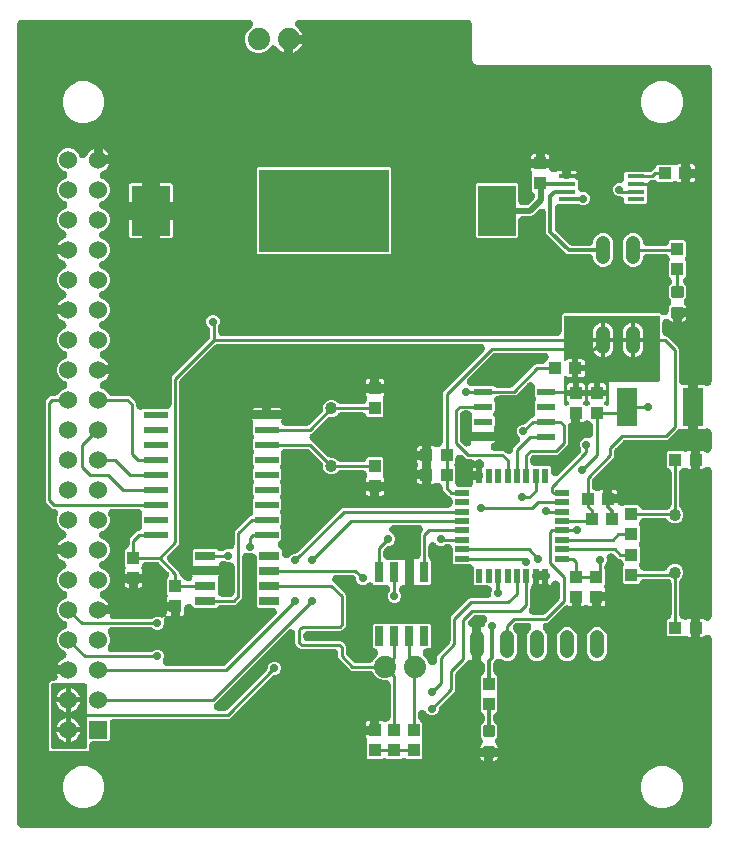
<source format=gbr>
G04 EAGLE Gerber X2 export*
%TF.Part,Single*%
%TF.FileFunction,Copper,L1,Top,Mixed*%
%TF.FilePolarity,Positive*%
%TF.GenerationSoftware,Autodesk,EAGLE,8.6.1*%
%TF.CreationDate,2018-11-27T14:45:23Z*%
G75*
%MOMM*%
%FSLAX34Y34*%
%LPD*%
%AMOC8*
5,1,8,0,0,1.08239X$1,22.5*%
G01*
%ADD10R,1.000000X1.100000*%
%ADD11R,1.549400X0.558800*%
%ADD12R,1.100000X1.000000*%
%ADD13R,1.473200X0.355600*%
%ADD14C,1.219200*%
%ADD15R,1.200000X0.500000*%
%ADD16R,0.500000X1.200000*%
%ADD17C,1.030000*%
%ADD18R,1.800000X3.200000*%
%ADD19R,3.200000X4.200000*%
%ADD20R,11.000000X7.000000*%
%ADD21C,1.879600*%
%ADD22C,0.300000*%
%ADD23R,1.524000X1.524000*%
%ADD24C,1.524000*%
%ADD25R,0.750000X1.700000*%
%ADD26R,2.000000X0.600000*%
%ADD27R,1.700000X0.750000*%
%ADD28C,0.705600*%
%ADD29C,0.254000*%
%ADD30C,0.406400*%
%ADD31C,0.304800*%
%ADD32C,0.508000*%

G36*
X593643Y8386D02*
X593643Y8386D01*
X593688Y8384D01*
X593918Y8406D01*
X594148Y8423D01*
X594192Y8432D01*
X594237Y8437D01*
X594461Y8492D01*
X594687Y8542D01*
X594729Y8558D01*
X594773Y8568D01*
X594987Y8655D01*
X595203Y8737D01*
X595242Y8759D01*
X595284Y8776D01*
X595483Y8893D01*
X595685Y9005D01*
X595721Y9033D01*
X595760Y9056D01*
X595940Y9200D01*
X596123Y9340D01*
X596155Y9372D01*
X596190Y9401D01*
X596348Y9571D01*
X596509Y9735D01*
X596535Y9771D01*
X596566Y9804D01*
X596698Y9995D01*
X596833Y10181D01*
X596854Y10221D01*
X596880Y10258D01*
X596983Y10466D01*
X597090Y10669D01*
X597105Y10712D01*
X597125Y10752D01*
X597196Y10972D01*
X597273Y11190D01*
X597282Y11234D01*
X597296Y11277D01*
X597335Y11505D01*
X597379Y11731D01*
X597381Y11776D01*
X597389Y11821D01*
X597407Y12192D01*
X597407Y168108D01*
X597396Y168268D01*
X597394Y168429D01*
X597376Y168543D01*
X597367Y168658D01*
X597333Y168815D01*
X597308Y168974D01*
X597273Y169084D01*
X597248Y169197D01*
X597191Y169347D01*
X597144Y169500D01*
X597094Y169605D01*
X597053Y169713D01*
X596975Y169853D01*
X596905Y169998D01*
X596841Y170094D01*
X596785Y170195D01*
X596687Y170323D01*
X596598Y170456D01*
X596520Y170541D01*
X596450Y170633D01*
X596335Y170745D01*
X596227Y170864D01*
X596138Y170938D01*
X596055Y171019D01*
X595925Y171113D01*
X595801Y171215D01*
X595702Y171275D01*
X595609Y171343D01*
X595467Y171418D01*
X595329Y171501D01*
X595223Y171546D01*
X595121Y171600D01*
X594969Y171653D01*
X594821Y171715D01*
X594709Y171745D01*
X594600Y171783D01*
X594443Y171814D01*
X594287Y171854D01*
X594172Y171867D01*
X594059Y171889D01*
X593899Y171897D01*
X593739Y171914D01*
X593623Y171910D01*
X593508Y171916D01*
X593348Y171901D01*
X593187Y171895D01*
X593074Y171874D01*
X592959Y171863D01*
X592803Y171825D01*
X592645Y171796D01*
X592535Y171759D01*
X592423Y171731D01*
X592274Y171671D01*
X592122Y171619D01*
X592019Y171567D01*
X591912Y171524D01*
X591773Y171442D01*
X591630Y171369D01*
X591536Y171303D01*
X591436Y171244D01*
X591311Y171144D01*
X591180Y171051D01*
X591061Y170943D01*
X591006Y170899D01*
X590971Y170862D01*
X590939Y170833D01*
X590514Y170548D01*
X590051Y170357D01*
X589560Y170259D01*
X587619Y170259D01*
X587619Y177800D01*
X587619Y185341D01*
X589560Y185341D01*
X590051Y185243D01*
X590514Y185052D01*
X590947Y184762D01*
X591026Y184694D01*
X591141Y184581D01*
X591234Y184514D01*
X591322Y184438D01*
X591457Y184351D01*
X591587Y184257D01*
X591689Y184203D01*
X591787Y184141D01*
X591933Y184075D01*
X592075Y184000D01*
X592184Y183962D01*
X592290Y183915D01*
X592444Y183871D01*
X592596Y183817D01*
X592709Y183795D01*
X592820Y183763D01*
X592980Y183742D01*
X593137Y183711D01*
X593252Y183705D01*
X593367Y183690D01*
X593528Y183692D01*
X593688Y183684D01*
X593803Y183695D01*
X593919Y183696D01*
X594077Y183722D01*
X594237Y183737D01*
X594349Y183765D01*
X594463Y183783D01*
X594617Y183830D01*
X594773Y183869D01*
X594880Y183912D01*
X594990Y183946D01*
X595135Y184016D01*
X595284Y184076D01*
X595384Y184135D01*
X595488Y184185D01*
X595621Y184274D01*
X595760Y184356D01*
X595850Y184428D01*
X595946Y184492D01*
X596065Y184600D01*
X596190Y184701D01*
X596269Y184786D01*
X596354Y184863D01*
X596456Y184987D01*
X596566Y185105D01*
X596632Y185200D01*
X596705Y185289D01*
X596788Y185426D01*
X596880Y185558D01*
X596931Y185662D01*
X596991Y185761D01*
X597053Y185908D01*
X597125Y186053D01*
X597161Y186162D01*
X597205Y186269D01*
X597246Y186425D01*
X597296Y186577D01*
X597315Y186691D01*
X597344Y186803D01*
X597362Y186962D01*
X597389Y187121D01*
X597397Y187281D01*
X597405Y187351D01*
X597403Y187402D01*
X597407Y187492D01*
X597407Y310348D01*
X597396Y310508D01*
X597394Y310669D01*
X597376Y310783D01*
X597367Y310898D01*
X597333Y311055D01*
X597308Y311214D01*
X597273Y311324D01*
X597248Y311437D01*
X597191Y311587D01*
X597144Y311740D01*
X597094Y311845D01*
X597053Y311953D01*
X596975Y312093D01*
X596905Y312238D01*
X596841Y312334D01*
X596785Y312435D01*
X596687Y312563D01*
X596598Y312696D01*
X596520Y312781D01*
X596450Y312873D01*
X596335Y312985D01*
X596227Y313104D01*
X596138Y313178D01*
X596055Y313259D01*
X595925Y313353D01*
X595801Y313455D01*
X595702Y313515D01*
X595609Y313583D01*
X595467Y313658D01*
X595329Y313741D01*
X595223Y313786D01*
X595121Y313840D01*
X594969Y313893D01*
X594821Y313955D01*
X594709Y313985D01*
X594600Y314023D01*
X594443Y314054D01*
X594287Y314094D01*
X594172Y314107D01*
X594059Y314129D01*
X593899Y314137D01*
X593739Y314154D01*
X593623Y314150D01*
X593508Y314156D01*
X593348Y314141D01*
X593187Y314135D01*
X593074Y314114D01*
X592959Y314103D01*
X592803Y314065D01*
X592645Y314036D01*
X592535Y313999D01*
X592423Y313971D01*
X592274Y313911D01*
X592122Y313859D01*
X592019Y313807D01*
X591912Y313764D01*
X591773Y313682D01*
X591630Y313609D01*
X591536Y313543D01*
X591436Y313484D01*
X591311Y313384D01*
X591180Y313291D01*
X591061Y313183D01*
X591006Y313139D01*
X590971Y313102D01*
X590939Y313073D01*
X590514Y312788D01*
X590051Y312597D01*
X589560Y312499D01*
X587619Y312499D01*
X587619Y320040D01*
X587619Y327581D01*
X589560Y327581D01*
X590051Y327483D01*
X590514Y327292D01*
X590947Y327002D01*
X591026Y326934D01*
X591141Y326821D01*
X591234Y326754D01*
X591322Y326678D01*
X591457Y326591D01*
X591587Y326497D01*
X591689Y326443D01*
X591787Y326381D01*
X591933Y326315D01*
X592075Y326240D01*
X592184Y326202D01*
X592290Y326155D01*
X592444Y326111D01*
X592596Y326057D01*
X592709Y326035D01*
X592820Y326003D01*
X592980Y325982D01*
X593137Y325951D01*
X593252Y325945D01*
X593367Y325930D01*
X593528Y325932D01*
X593688Y325924D01*
X593803Y325935D01*
X593919Y325936D01*
X594077Y325962D01*
X594237Y325977D01*
X594349Y326005D01*
X594463Y326023D01*
X594617Y326070D01*
X594773Y326109D01*
X594880Y326152D01*
X594990Y326186D01*
X595135Y326256D01*
X595284Y326316D01*
X595384Y326375D01*
X595488Y326425D01*
X595621Y326514D01*
X595760Y326596D01*
X595850Y326668D01*
X595946Y326732D01*
X596065Y326840D01*
X596190Y326941D01*
X596269Y327026D01*
X596354Y327103D01*
X596456Y327227D01*
X596566Y327345D01*
X596632Y327440D01*
X596705Y327529D01*
X596788Y327666D01*
X596880Y327798D01*
X596931Y327902D01*
X596991Y328001D01*
X597053Y328148D01*
X597125Y328293D01*
X597161Y328402D01*
X597205Y328509D01*
X597246Y328665D01*
X597296Y328817D01*
X597315Y328931D01*
X597344Y329043D01*
X597362Y329202D01*
X597389Y329361D01*
X597397Y329521D01*
X597405Y329591D01*
X597403Y329642D01*
X597407Y329732D01*
X597407Y342809D01*
X597390Y343050D01*
X597377Y343289D01*
X597370Y343324D01*
X597367Y343359D01*
X597315Y343596D01*
X597268Y343830D01*
X597256Y343863D01*
X597248Y343898D01*
X597163Y344124D01*
X597082Y344350D01*
X597065Y344381D01*
X597053Y344414D01*
X596935Y344625D01*
X596823Y344837D01*
X596802Y344865D01*
X596785Y344896D01*
X596638Y345087D01*
X596496Y345281D01*
X596471Y345306D01*
X596450Y345334D01*
X596278Y345502D01*
X596109Y345674D01*
X596080Y345695D01*
X596055Y345720D01*
X595861Y345861D01*
X595668Y346006D01*
X595637Y346023D01*
X595609Y346044D01*
X595396Y346156D01*
X595185Y346272D01*
X595152Y346284D01*
X595121Y346301D01*
X594893Y346381D01*
X594668Y346465D01*
X594634Y346472D01*
X594600Y346484D01*
X594364Y346530D01*
X594129Y346581D01*
X594093Y346583D01*
X594059Y346590D01*
X593818Y346602D01*
X593578Y346618D01*
X593543Y346615D01*
X593508Y346617D01*
X593268Y346594D01*
X593028Y346575D01*
X592994Y346568D01*
X592959Y346564D01*
X592725Y346507D01*
X592490Y346454D01*
X592449Y346439D01*
X592423Y346432D01*
X592362Y346408D01*
X592140Y346328D01*
X591461Y346047D01*
X590970Y345949D01*
X586219Y345949D01*
X586219Y363800D01*
X586216Y363845D01*
X586218Y363890D01*
X586196Y364119D01*
X586179Y364350D01*
X586170Y364394D01*
X586165Y364439D01*
X586149Y364505D01*
X586191Y364719D01*
X586193Y364764D01*
X586201Y364809D01*
X586219Y365180D01*
X586219Y383031D01*
X590970Y383031D01*
X591461Y382933D01*
X592140Y382652D01*
X592370Y382576D01*
X592596Y382496D01*
X592630Y382489D01*
X592664Y382478D01*
X592901Y382436D01*
X593137Y382390D01*
X593172Y382388D01*
X593207Y382382D01*
X593448Y382375D01*
X593688Y382363D01*
X593723Y382366D01*
X593758Y382365D01*
X593998Y382393D01*
X594237Y382416D01*
X594271Y382424D01*
X594307Y382428D01*
X594540Y382490D01*
X594773Y382548D01*
X594806Y382561D01*
X594840Y382570D01*
X595061Y382665D01*
X595284Y382755D01*
X595314Y382773D01*
X595347Y382787D01*
X595552Y382913D01*
X595760Y383035D01*
X595787Y383057D01*
X595817Y383075D01*
X596002Y383229D01*
X596190Y383380D01*
X596214Y383406D01*
X596241Y383428D01*
X596401Y383606D01*
X596566Y383783D01*
X596586Y383813D01*
X596610Y383839D01*
X596742Y384038D01*
X596880Y384237D01*
X596896Y384269D01*
X596915Y384298D01*
X597018Y384515D01*
X597125Y384732D01*
X597136Y384765D01*
X597151Y384797D01*
X597221Y385027D01*
X597296Y385256D01*
X597302Y385291D01*
X597312Y385325D01*
X597348Y385562D01*
X597389Y385800D01*
X597391Y385843D01*
X597395Y385870D01*
X597396Y385935D01*
X597407Y386171D01*
X597407Y650748D01*
X597404Y650793D01*
X597406Y650838D01*
X597384Y651068D01*
X597367Y651298D01*
X597358Y651342D01*
X597353Y651387D01*
X597298Y651611D01*
X597248Y651837D01*
X597232Y651879D01*
X597222Y651923D01*
X597135Y652137D01*
X597053Y652353D01*
X597031Y652392D01*
X597014Y652434D01*
X596897Y652633D01*
X596785Y652835D01*
X596757Y652871D01*
X596734Y652910D01*
X596590Y653090D01*
X596450Y653273D01*
X596418Y653305D01*
X596389Y653340D01*
X596219Y653498D01*
X596055Y653659D01*
X596019Y653685D01*
X595986Y653716D01*
X595795Y653848D01*
X595609Y653983D01*
X595569Y654004D01*
X595532Y654030D01*
X595324Y654133D01*
X595121Y654240D01*
X595078Y654255D01*
X595038Y654275D01*
X594818Y654346D01*
X594600Y654423D01*
X594556Y654432D01*
X594513Y654446D01*
X594285Y654485D01*
X594059Y654529D01*
X594014Y654531D01*
X593969Y654539D01*
X593598Y654557D01*
X398888Y654557D01*
X396740Y655447D01*
X395097Y657090D01*
X394207Y659238D01*
X394207Y688848D01*
X394204Y688893D01*
X394206Y688938D01*
X394184Y689168D01*
X394167Y689398D01*
X394158Y689442D01*
X394153Y689487D01*
X394098Y689711D01*
X394048Y689937D01*
X394032Y689979D01*
X394022Y690023D01*
X393935Y690237D01*
X393853Y690453D01*
X393831Y690492D01*
X393814Y690534D01*
X393697Y690733D01*
X393585Y690935D01*
X393557Y690971D01*
X393534Y691010D01*
X393390Y691190D01*
X393250Y691373D01*
X393218Y691405D01*
X393189Y691440D01*
X393019Y691598D01*
X392855Y691759D01*
X392819Y691785D01*
X392786Y691816D01*
X392595Y691948D01*
X392409Y692083D01*
X392369Y692104D01*
X392332Y692130D01*
X392124Y692233D01*
X391921Y692340D01*
X391878Y692355D01*
X391838Y692375D01*
X391618Y692446D01*
X391400Y692523D01*
X391356Y692532D01*
X391313Y692546D01*
X391085Y692585D01*
X390859Y692629D01*
X390814Y692631D01*
X390769Y692639D01*
X390398Y692657D01*
X248618Y692657D01*
X248435Y692644D01*
X248252Y692640D01*
X248161Y692624D01*
X248068Y692617D01*
X247889Y692578D01*
X247708Y692547D01*
X247620Y692518D01*
X247529Y692498D01*
X247358Y692433D01*
X247183Y692376D01*
X247100Y692336D01*
X247014Y692303D01*
X246853Y692213D01*
X246688Y692132D01*
X246612Y692080D01*
X246531Y692035D01*
X246385Y691923D01*
X246234Y691819D01*
X246166Y691756D01*
X246093Y691700D01*
X245965Y691569D01*
X245830Y691443D01*
X245772Y691371D01*
X245708Y691305D01*
X245600Y691157D01*
X245484Y691013D01*
X245437Y690934D01*
X245383Y690859D01*
X245298Y690697D01*
X245205Y690538D01*
X245170Y690452D01*
X245127Y690371D01*
X245066Y690197D01*
X244996Y690027D01*
X244974Y689937D01*
X244943Y689850D01*
X244908Y689670D01*
X244864Y689492D01*
X244855Y689400D01*
X244837Y689309D01*
X244828Y689125D01*
X244810Y688943D01*
X244815Y688850D01*
X244810Y688758D01*
X244828Y688575D01*
X244837Y688392D01*
X244854Y688301D01*
X244863Y688209D01*
X244907Y688031D01*
X244942Y687850D01*
X244973Y687763D01*
X244995Y687673D01*
X245064Y687503D01*
X245125Y687330D01*
X245168Y687248D01*
X245203Y687162D01*
X245296Y687004D01*
X245381Y686841D01*
X245435Y686766D01*
X245482Y686686D01*
X245597Y686543D01*
X245705Y686394D01*
X245769Y686328D01*
X245827Y686256D01*
X245962Y686130D01*
X246090Y685999D01*
X246185Y685923D01*
X246231Y685880D01*
X246283Y685844D01*
X246379Y685766D01*
X247178Y685186D01*
X248506Y683858D01*
X249611Y682337D01*
X250464Y680663D01*
X250715Y679889D01*
X239400Y679889D01*
X239355Y679886D01*
X239310Y679888D01*
X239081Y679866D01*
X238850Y679849D01*
X238806Y679840D01*
X238761Y679835D01*
X238538Y679780D01*
X238311Y679730D01*
X238269Y679714D01*
X238225Y679704D01*
X238011Y679617D01*
X237796Y679535D01*
X237756Y679513D01*
X237714Y679496D01*
X237515Y679379D01*
X237313Y679267D01*
X237277Y679239D01*
X237239Y679217D01*
X237058Y679072D01*
X236875Y678932D01*
X236874Y678932D01*
X236843Y678900D01*
X236808Y678871D01*
X236650Y678701D01*
X236489Y678537D01*
X236463Y678501D01*
X236432Y678467D01*
X236300Y678276D01*
X236165Y678091D01*
X236144Y678051D01*
X236118Y678014D01*
X236015Y677806D01*
X235908Y677602D01*
X235893Y677560D01*
X235873Y677519D01*
X235801Y677299D01*
X235725Y677082D01*
X235716Y677038D01*
X235702Y676995D01*
X235663Y676766D01*
X235619Y676541D01*
X235616Y676496D01*
X235609Y676451D01*
X235591Y676080D01*
X235591Y664765D01*
X234817Y665016D01*
X233143Y665869D01*
X231622Y666974D01*
X230294Y668302D01*
X229588Y669273D01*
X229544Y669325D01*
X229506Y669382D01*
X229367Y669536D01*
X229233Y669695D01*
X229182Y669740D01*
X229136Y669791D01*
X228975Y669923D01*
X228820Y670061D01*
X228763Y670098D01*
X228710Y670141D01*
X228532Y670249D01*
X228358Y670363D01*
X228297Y670392D01*
X228238Y670427D01*
X228046Y670508D01*
X227858Y670596D01*
X227793Y670615D01*
X227730Y670642D01*
X227529Y670694D01*
X227330Y670753D01*
X227262Y670763D01*
X227196Y670780D01*
X226989Y670803D01*
X226784Y670833D01*
X226716Y670833D01*
X226648Y670841D01*
X226440Y670833D01*
X226232Y670833D01*
X226164Y670824D01*
X226096Y670821D01*
X225892Y670784D01*
X225686Y670754D01*
X225621Y670734D01*
X225553Y670722D01*
X225356Y670656D01*
X225157Y670596D01*
X225096Y670568D01*
X225031Y670546D01*
X224845Y670452D01*
X224657Y670364D01*
X224600Y670327D01*
X224539Y670296D01*
X224369Y670176D01*
X224195Y670062D01*
X224144Y670017D01*
X224088Y669977D01*
X223813Y669728D01*
X220475Y666390D01*
X216274Y664649D01*
X211726Y664649D01*
X207525Y666390D01*
X204310Y669605D01*
X202569Y673806D01*
X202569Y678354D01*
X204309Y682555D01*
X207909Y686154D01*
X208014Y686276D01*
X208126Y686391D01*
X208194Y686484D01*
X208270Y686572D01*
X208356Y686707D01*
X208451Y686837D01*
X208504Y686939D01*
X208567Y687037D01*
X208633Y687184D01*
X208707Y687325D01*
X208746Y687434D01*
X208793Y687540D01*
X208837Y687695D01*
X208890Y687846D01*
X208913Y687959D01*
X208944Y688070D01*
X208966Y688230D01*
X208997Y688387D01*
X209002Y688502D01*
X209018Y688617D01*
X209016Y688778D01*
X209024Y688938D01*
X209013Y689053D01*
X209011Y689169D01*
X208986Y689328D01*
X208971Y689487D01*
X208943Y689599D01*
X208925Y689714D01*
X208877Y689867D01*
X208839Y690023D01*
X208796Y690130D01*
X208761Y690240D01*
X208692Y690385D01*
X208631Y690534D01*
X208573Y690634D01*
X208523Y690738D01*
X208433Y690871D01*
X208352Y691010D01*
X208279Y691100D01*
X208215Y691196D01*
X208108Y691315D01*
X208007Y691440D01*
X207922Y691519D01*
X207845Y691605D01*
X207721Y691706D01*
X207603Y691816D01*
X207508Y691882D01*
X207419Y691955D01*
X207282Y692038D01*
X207149Y692130D01*
X207046Y692181D01*
X206947Y692241D01*
X206799Y692303D01*
X206655Y692375D01*
X206545Y692411D01*
X206439Y692456D01*
X206283Y692496D01*
X206130Y692546D01*
X206016Y692565D01*
X205905Y692594D01*
X205745Y692612D01*
X205587Y692639D01*
X205426Y692647D01*
X205356Y692655D01*
X205306Y692653D01*
X205215Y692657D01*
X13462Y692657D01*
X13417Y692654D01*
X13372Y692656D01*
X13142Y692634D01*
X12912Y692617D01*
X12868Y692608D01*
X12823Y692603D01*
X12599Y692548D01*
X12373Y692498D01*
X12331Y692482D01*
X12287Y692472D01*
X12073Y692385D01*
X11857Y692303D01*
X11818Y692281D01*
X11776Y692264D01*
X11577Y692147D01*
X11375Y692035D01*
X11339Y692007D01*
X11300Y691984D01*
X11120Y691840D01*
X10937Y691700D01*
X10905Y691668D01*
X10870Y691639D01*
X10712Y691469D01*
X10551Y691305D01*
X10525Y691269D01*
X10494Y691236D01*
X10362Y691045D01*
X10227Y690859D01*
X10206Y690819D01*
X10180Y690782D01*
X10077Y690574D01*
X9970Y690371D01*
X9955Y690328D01*
X9935Y690288D01*
X9864Y690068D01*
X9787Y689850D01*
X9778Y689806D01*
X9764Y689763D01*
X9725Y689535D01*
X9681Y689309D01*
X9679Y689264D01*
X9671Y689219D01*
X9653Y688848D01*
X9653Y12192D01*
X9656Y12147D01*
X9654Y12102D01*
X9676Y11872D01*
X9693Y11642D01*
X9702Y11598D01*
X9707Y11553D01*
X9762Y11329D01*
X9812Y11103D01*
X9828Y11061D01*
X9838Y11017D01*
X9925Y10803D01*
X10007Y10587D01*
X10029Y10548D01*
X10046Y10506D01*
X10163Y10307D01*
X10275Y10105D01*
X10303Y10069D01*
X10326Y10030D01*
X10470Y9850D01*
X10610Y9667D01*
X10642Y9635D01*
X10671Y9600D01*
X10841Y9442D01*
X11005Y9281D01*
X11041Y9255D01*
X11074Y9224D01*
X11265Y9092D01*
X11451Y8957D01*
X11491Y8936D01*
X11528Y8910D01*
X11736Y8807D01*
X11939Y8700D01*
X11982Y8685D01*
X12022Y8665D01*
X12242Y8594D01*
X12460Y8517D01*
X12504Y8508D01*
X12547Y8494D01*
X12775Y8455D01*
X13001Y8411D01*
X13046Y8409D01*
X13091Y8401D01*
X13462Y8383D01*
X593598Y8383D01*
X593643Y8386D01*
G37*
%LPC*%
G36*
X306578Y66517D02*
X306578Y66517D01*
X305387Y67708D01*
X305387Y80738D01*
X305476Y80921D01*
X305492Y80971D01*
X305514Y81020D01*
X305575Y81234D01*
X305642Y81447D01*
X305650Y81499D01*
X305665Y81550D01*
X305695Y81771D01*
X305730Y81992D01*
X305731Y82045D01*
X305738Y82097D01*
X305736Y82320D01*
X305739Y82543D01*
X305732Y82596D01*
X305732Y82649D01*
X305697Y82869D01*
X305668Y83090D01*
X305654Y83141D01*
X305646Y83193D01*
X305579Y83407D01*
X305519Y83621D01*
X305497Y83670D01*
X305482Y83720D01*
X305385Y83922D01*
X305294Y84125D01*
X305260Y84182D01*
X305243Y84218D01*
X305203Y84277D01*
X305183Y84311D01*
X304977Y84809D01*
X304879Y85300D01*
X304879Y87241D01*
X312420Y87241D01*
X312465Y87244D01*
X312510Y87242D01*
X312739Y87264D01*
X312970Y87281D01*
X313014Y87290D01*
X313059Y87295D01*
X313282Y87350D01*
X313509Y87400D01*
X313551Y87416D01*
X313595Y87426D01*
X313809Y87513D01*
X314024Y87595D01*
X314064Y87617D01*
X314106Y87634D01*
X314305Y87751D01*
X314507Y87863D01*
X314543Y87891D01*
X314581Y87913D01*
X314762Y88058D01*
X314945Y88198D01*
X314976Y88230D01*
X315012Y88259D01*
X315170Y88428D01*
X315330Y88593D01*
X315331Y88593D01*
X315357Y88629D01*
X315388Y88663D01*
X315520Y88854D01*
X315655Y89039D01*
X315676Y89079D01*
X315702Y89116D01*
X315805Y89324D01*
X315912Y89528D01*
X315927Y89570D01*
X315947Y89611D01*
X316019Y89831D01*
X316095Y90048D01*
X316104Y90092D01*
X316118Y90135D01*
X316157Y90364D01*
X316201Y90589D01*
X316204Y90634D01*
X316211Y90679D01*
X316229Y91050D01*
X316229Y99091D01*
X317670Y99091D01*
X318161Y98993D01*
X318624Y98802D01*
X318832Y98663D01*
X319025Y98552D01*
X319217Y98437D01*
X319265Y98416D01*
X319311Y98390D01*
X319520Y98309D01*
X319725Y98222D01*
X319776Y98209D01*
X319825Y98190D01*
X320043Y98139D01*
X320259Y98083D01*
X320311Y98078D01*
X320363Y98066D01*
X320585Y98048D01*
X320807Y98023D01*
X320860Y98025D01*
X320913Y98021D01*
X321136Y98035D01*
X321358Y98043D01*
X321410Y98052D01*
X321463Y98056D01*
X321682Y98102D01*
X321901Y98142D01*
X321951Y98159D01*
X322003Y98170D01*
X322212Y98247D01*
X322424Y98318D01*
X322471Y98342D01*
X322521Y98360D01*
X322717Y98467D01*
X322916Y98568D01*
X322959Y98599D01*
X323005Y98624D01*
X323184Y98757D01*
X323366Y98886D01*
X323415Y98931D01*
X323426Y98939D01*
X323462Y98959D01*
X323504Y98976D01*
X323703Y99093D01*
X323905Y99205D01*
X323941Y99233D01*
X323980Y99256D01*
X324160Y99400D01*
X324343Y99540D01*
X324375Y99572D01*
X324410Y99601D01*
X324568Y99771D01*
X324729Y99935D01*
X324755Y99971D01*
X324786Y100004D01*
X324918Y100195D01*
X325053Y100381D01*
X325074Y100421D01*
X325100Y100458D01*
X325203Y100666D01*
X325310Y100869D01*
X325325Y100912D01*
X325345Y100952D01*
X325416Y101172D01*
X325493Y101390D01*
X325502Y101434D01*
X325516Y101477D01*
X325555Y101705D01*
X325599Y101931D01*
X325601Y101976D01*
X325609Y102021D01*
X325627Y102392D01*
X325627Y129540D01*
X325624Y129585D01*
X325626Y129630D01*
X325604Y129860D01*
X325587Y130090D01*
X325578Y130134D01*
X325573Y130179D01*
X325518Y130403D01*
X325468Y130629D01*
X325452Y130671D01*
X325442Y130715D01*
X325355Y130929D01*
X325273Y131145D01*
X325251Y131184D01*
X325234Y131226D01*
X325117Y131425D01*
X325005Y131627D01*
X324977Y131663D01*
X324954Y131702D01*
X324810Y131882D01*
X324670Y132065D01*
X324638Y132097D01*
X324609Y132132D01*
X324439Y132290D01*
X324275Y132451D01*
X324239Y132477D01*
X324206Y132508D01*
X324015Y132640D01*
X323829Y132775D01*
X323789Y132796D01*
X323752Y132822D01*
X323544Y132925D01*
X323341Y133032D01*
X323298Y133047D01*
X323258Y133067D01*
X323038Y133138D01*
X322820Y133215D01*
X322776Y133224D01*
X322733Y133238D01*
X322505Y133277D01*
X322279Y133321D01*
X322234Y133323D01*
X322189Y133331D01*
X321818Y133349D01*
X319036Y133349D01*
X314835Y135090D01*
X311620Y138305D01*
X311280Y139126D01*
X311223Y139238D01*
X311176Y139354D01*
X311100Y139484D01*
X311032Y139619D01*
X310960Y139722D01*
X310897Y139830D01*
X310802Y139948D01*
X310716Y140071D01*
X310630Y140162D01*
X310552Y140260D01*
X310441Y140363D01*
X310338Y140473D01*
X310240Y140551D01*
X310148Y140636D01*
X310024Y140722D01*
X309906Y140816D01*
X309797Y140879D01*
X309694Y140950D01*
X309559Y141017D01*
X309429Y141092D01*
X309312Y141139D01*
X309200Y141195D01*
X309056Y141242D01*
X308917Y141298D01*
X308794Y141327D01*
X308675Y141366D01*
X308527Y141391D01*
X308380Y141426D01*
X308255Y141438D01*
X308132Y141459D01*
X307896Y141471D01*
X307831Y141477D01*
X307804Y141475D01*
X307760Y141477D01*
X292713Y141477D01*
X291499Y141980D01*
X281680Y151799D01*
X281177Y153013D01*
X281177Y156083D01*
X281174Y156128D01*
X281176Y156173D01*
X281154Y156403D01*
X281137Y156633D01*
X281128Y156677D01*
X281123Y156722D01*
X281068Y156946D01*
X281018Y157172D01*
X281002Y157214D01*
X280992Y157258D01*
X280905Y157472D01*
X280823Y157688D01*
X280801Y157727D01*
X280784Y157769D01*
X280667Y157968D01*
X280555Y158170D01*
X280527Y158206D01*
X280504Y158245D01*
X280360Y158425D01*
X280220Y158608D01*
X280188Y158640D01*
X280159Y158675D01*
X279989Y158833D01*
X279825Y158994D01*
X279789Y159020D01*
X279756Y159051D01*
X279565Y159183D01*
X279379Y159318D01*
X279339Y159339D01*
X279302Y159365D01*
X279094Y159468D01*
X278891Y159575D01*
X278848Y159590D01*
X278808Y159610D01*
X278588Y159681D01*
X278370Y159758D01*
X278326Y159767D01*
X278283Y159781D01*
X278055Y159820D01*
X277829Y159864D01*
X277784Y159866D01*
X277739Y159874D01*
X277368Y159892D01*
X249716Y159892D01*
X246710Y161628D01*
X244974Y164634D01*
X244974Y172687D01*
X244963Y172847D01*
X244961Y173008D01*
X244943Y173122D01*
X244934Y173237D01*
X244900Y173394D01*
X244875Y173553D01*
X244840Y173663D01*
X244815Y173776D01*
X244758Y173926D01*
X244711Y174079D01*
X244661Y174184D01*
X244620Y174292D01*
X244542Y174432D01*
X244472Y174577D01*
X244408Y174673D01*
X244352Y174774D01*
X244254Y174902D01*
X244165Y175035D01*
X244087Y175121D01*
X244017Y175212D01*
X243902Y175324D01*
X243794Y175444D01*
X243705Y175517D01*
X243622Y175598D01*
X243493Y175692D01*
X243368Y175794D01*
X243269Y175854D01*
X243176Y175922D01*
X243034Y175997D01*
X242896Y176080D01*
X242790Y176125D01*
X242687Y176179D01*
X242536Y176232D01*
X242388Y176295D01*
X242276Y176324D01*
X242167Y176362D01*
X242010Y176393D01*
X241854Y176433D01*
X241739Y176446D01*
X241626Y176468D01*
X241466Y176476D01*
X241306Y176494D01*
X241190Y176490D01*
X241075Y176495D01*
X240915Y176480D01*
X240754Y176474D01*
X240641Y176453D01*
X240526Y176442D01*
X240370Y176404D01*
X240212Y176375D01*
X240102Y176338D01*
X239990Y176311D01*
X239841Y176250D01*
X239689Y176199D01*
X239586Y176146D01*
X239479Y176103D01*
X239340Y176022D01*
X239197Y175949D01*
X239103Y175882D01*
X239003Y175824D01*
X238878Y175723D01*
X238747Y175630D01*
X238628Y175523D01*
X238573Y175478D01*
X238538Y175441D01*
X238471Y175381D01*
X177036Y113946D01*
X176931Y113824D01*
X176819Y113709D01*
X176751Y113616D01*
X176675Y113528D01*
X176589Y113393D01*
X176495Y113263D01*
X176441Y113161D01*
X176379Y113063D01*
X176313Y112917D01*
X176238Y112775D01*
X176200Y112666D01*
X176152Y112560D01*
X176108Y112406D01*
X176055Y112254D01*
X176033Y112141D01*
X176001Y112030D01*
X175979Y111870D01*
X175949Y111713D01*
X175943Y111598D01*
X175928Y111483D01*
X175929Y111322D01*
X175922Y111162D01*
X175933Y111047D01*
X175934Y110931D01*
X175959Y110772D01*
X175975Y110613D01*
X176002Y110501D01*
X176020Y110386D01*
X176068Y110233D01*
X176106Y110077D01*
X176150Y109970D01*
X176184Y109860D01*
X176254Y109715D01*
X176314Y109566D01*
X176373Y109466D01*
X176422Y109362D01*
X176512Y109229D01*
X176593Y109090D01*
X176666Y109000D01*
X176730Y108904D01*
X176838Y108785D01*
X176939Y108660D01*
X177023Y108581D01*
X177101Y108495D01*
X177225Y108393D01*
X177342Y108284D01*
X177437Y108218D01*
X177526Y108145D01*
X177664Y108061D01*
X177796Y107970D01*
X177900Y107919D01*
X177998Y107859D01*
X178146Y107797D01*
X178290Y107725D01*
X178400Y107689D01*
X178507Y107644D01*
X178662Y107604D01*
X178815Y107554D01*
X178929Y107535D01*
X179041Y107506D01*
X179200Y107488D01*
X179359Y107461D01*
X179519Y107453D01*
X179589Y107445D01*
X179640Y107447D01*
X179730Y107443D01*
X185014Y107443D01*
X185219Y107458D01*
X185425Y107465D01*
X185494Y107478D01*
X185564Y107483D01*
X185765Y107527D01*
X185967Y107564D01*
X186034Y107586D01*
X186103Y107602D01*
X186295Y107675D01*
X186490Y107740D01*
X186553Y107772D01*
X186619Y107797D01*
X186798Y107897D01*
X186982Y107990D01*
X187039Y108031D01*
X187101Y108065D01*
X187264Y108190D01*
X187432Y108309D01*
X187499Y108369D01*
X187539Y108400D01*
X187589Y108451D01*
X187708Y108558D01*
X220654Y141504D01*
X220787Y141659D01*
X220928Y141810D01*
X220968Y141868D01*
X221014Y141922D01*
X221125Y142095D01*
X221242Y142264D01*
X221273Y142327D01*
X221311Y142387D01*
X221395Y142574D01*
X221487Y142758D01*
X221509Y142825D01*
X221538Y142890D01*
X221594Y143087D01*
X221658Y143283D01*
X221670Y143352D01*
X221689Y143420D01*
X221716Y143624D01*
X221751Y143827D01*
X221756Y143917D01*
X221762Y143967D01*
X221761Y144037D01*
X221769Y144198D01*
X221769Y144616D01*
X222616Y146660D01*
X224180Y148224D01*
X226224Y149071D01*
X228436Y149071D01*
X230480Y148224D01*
X232044Y146660D01*
X232891Y144616D01*
X232891Y142404D01*
X232044Y140360D01*
X230480Y138796D01*
X228436Y137949D01*
X228018Y137949D01*
X227813Y137934D01*
X227607Y137927D01*
X227538Y137914D01*
X227468Y137909D01*
X227267Y137865D01*
X227065Y137828D01*
X226998Y137806D01*
X226929Y137790D01*
X226737Y137717D01*
X226542Y137652D01*
X226479Y137620D01*
X226413Y137595D01*
X226234Y137495D01*
X226050Y137402D01*
X225993Y137361D01*
X225931Y137327D01*
X225768Y137202D01*
X225600Y137083D01*
X225533Y137023D01*
X225493Y136992D01*
X225445Y136943D01*
X225441Y136940D01*
X225433Y136932D01*
X225324Y136834D01*
X189831Y101340D01*
X188617Y100837D01*
X91602Y100837D01*
X91557Y100834D01*
X91512Y100836D01*
X91282Y100814D01*
X91052Y100797D01*
X91008Y100788D01*
X90963Y100783D01*
X90739Y100728D01*
X90513Y100678D01*
X90471Y100662D01*
X90427Y100652D01*
X90213Y100565D01*
X89997Y100483D01*
X89958Y100461D01*
X89916Y100444D01*
X89717Y100327D01*
X89515Y100215D01*
X89479Y100187D01*
X89440Y100164D01*
X89260Y100020D01*
X89077Y99880D01*
X89045Y99848D01*
X89010Y99819D01*
X88852Y99649D01*
X88691Y99485D01*
X88665Y99449D01*
X88634Y99416D01*
X88502Y99225D01*
X88367Y99039D01*
X88346Y98999D01*
X88320Y98962D01*
X88217Y98754D01*
X88110Y98551D01*
X88095Y98508D01*
X88075Y98468D01*
X88004Y98248D01*
X87927Y98030D01*
X87918Y97986D01*
X87904Y97943D01*
X87865Y97715D01*
X87821Y97489D01*
X87819Y97444D01*
X87811Y97399D01*
X87793Y97028D01*
X87793Y82968D01*
X86602Y81777D01*
X74168Y81777D01*
X74123Y81774D01*
X74078Y81776D01*
X73848Y81754D01*
X73618Y81737D01*
X73574Y81728D01*
X73529Y81723D01*
X73305Y81668D01*
X73079Y81618D01*
X73037Y81602D01*
X72993Y81592D01*
X72779Y81505D01*
X72563Y81423D01*
X72524Y81401D01*
X72482Y81384D01*
X72283Y81267D01*
X72081Y81155D01*
X72045Y81127D01*
X72006Y81104D01*
X71826Y80960D01*
X71643Y80820D01*
X71611Y80788D01*
X71576Y80759D01*
X71418Y80589D01*
X71257Y80425D01*
X71231Y80389D01*
X71200Y80356D01*
X71068Y80165D01*
X70933Y79979D01*
X70912Y79939D01*
X70886Y79902D01*
X70783Y79694D01*
X70676Y79491D01*
X70661Y79448D01*
X70641Y79408D01*
X70570Y79188D01*
X70493Y78970D01*
X70484Y78926D01*
X70470Y78883D01*
X70431Y78655D01*
X70387Y78429D01*
X70385Y78384D01*
X70377Y78339D01*
X70359Y77968D01*
X70359Y75594D01*
X69895Y74473D01*
X69037Y73615D01*
X67916Y73151D01*
X38764Y73151D01*
X37643Y73615D01*
X36785Y74473D01*
X36321Y75594D01*
X36321Y130146D01*
X36785Y131267D01*
X37643Y132125D01*
X38764Y132589D01*
X39946Y132589D01*
X40061Y132597D01*
X40175Y132596D01*
X40335Y132617D01*
X40497Y132629D01*
X40609Y132653D01*
X40722Y132669D01*
X40877Y132713D01*
X41035Y132748D01*
X41143Y132788D01*
X41252Y132820D01*
X41400Y132886D01*
X41551Y132943D01*
X41651Y132999D01*
X41756Y133046D01*
X41892Y133133D01*
X42033Y133211D01*
X42124Y133281D01*
X42221Y133342D01*
X42343Y133448D01*
X42472Y133546D01*
X42552Y133628D01*
X42638Y133703D01*
X42744Y133825D01*
X42857Y133941D01*
X42924Y134033D01*
X42999Y134120D01*
X43087Y134257D01*
X43182Y134387D01*
X43235Y134488D01*
X43296Y134585D01*
X43363Y134732D01*
X43438Y134875D01*
X43476Y134983D01*
X43523Y135088D01*
X43568Y135243D01*
X43621Y135396D01*
X43644Y135508D01*
X43675Y135618D01*
X43697Y135779D01*
X43728Y135937D01*
X43733Y136051D01*
X43749Y136165D01*
X43747Y136327D01*
X43755Y136488D01*
X43744Y136602D01*
X43742Y136717D01*
X43717Y136876D01*
X43702Y137037D01*
X43674Y137148D01*
X43657Y137262D01*
X43608Y137416D01*
X43570Y137573D01*
X43527Y137679D01*
X43493Y137788D01*
X43384Y138031D01*
X43362Y138084D01*
X43353Y138100D01*
X43340Y138127D01*
X43306Y138196D01*
X43276Y138287D01*
X52722Y138287D01*
X52767Y138290D01*
X52812Y138288D01*
X53041Y138310D01*
X53272Y138327D01*
X53316Y138336D01*
X53361Y138341D01*
X53584Y138396D01*
X53811Y138446D01*
X53853Y138462D01*
X53897Y138472D01*
X54111Y138559D01*
X54326Y138641D01*
X54366Y138663D01*
X54408Y138680D01*
X54607Y138797D01*
X54809Y138909D01*
X54845Y138937D01*
X54883Y138959D01*
X55064Y139104D01*
X55247Y139244D01*
X55278Y139276D01*
X55314Y139305D01*
X55472Y139474D01*
X55632Y139639D01*
X55659Y139675D01*
X55690Y139708D01*
X55822Y139899D01*
X55957Y140085D01*
X55978Y140125D01*
X56004Y140162D01*
X56106Y140370D01*
X56213Y140573D01*
X56228Y140616D01*
X56248Y140656D01*
X56320Y140876D01*
X56397Y141094D01*
X56405Y141138D01*
X56419Y141181D01*
X56459Y141409D01*
X56503Y141635D01*
X56505Y141680D01*
X56513Y141725D01*
X56531Y142096D01*
X56528Y142141D01*
X56530Y142186D01*
X56508Y142416D01*
X56491Y142646D01*
X56481Y142691D01*
X56477Y142735D01*
X56422Y142959D01*
X56372Y143185D01*
X56356Y143227D01*
X56345Y143271D01*
X56258Y143485D01*
X56176Y143701D01*
X56155Y143740D01*
X56137Y143782D01*
X56020Y143981D01*
X55908Y144183D01*
X55881Y144219D01*
X55858Y144258D01*
X55714Y144438D01*
X55574Y144621D01*
X55541Y144653D01*
X55513Y144688D01*
X55343Y144846D01*
X55179Y145007D01*
X55143Y145033D01*
X55109Y145064D01*
X54918Y145196D01*
X54733Y145331D01*
X54693Y145352D01*
X54656Y145378D01*
X54448Y145481D01*
X54244Y145588D01*
X54202Y145603D01*
X54161Y145623D01*
X53941Y145695D01*
X53724Y145771D01*
X53680Y145780D01*
X53637Y145794D01*
X53408Y145833D01*
X53183Y145877D01*
X53138Y145880D01*
X53093Y145887D01*
X52722Y145905D01*
X43276Y145905D01*
X43306Y145996D01*
X44032Y147421D01*
X44972Y148715D01*
X46103Y149846D01*
X47397Y150786D01*
X48931Y151568D01*
X48964Y151582D01*
X49188Y151673D01*
X49217Y151691D01*
X49249Y151704D01*
X49455Y151830D01*
X49663Y151953D01*
X49690Y151974D01*
X49719Y151992D01*
X49905Y152147D01*
X50093Y152298D01*
X50117Y152323D01*
X50143Y152345D01*
X50305Y152525D01*
X50469Y152702D01*
X50488Y152730D01*
X50511Y152756D01*
X50646Y152958D01*
X50783Y153156D01*
X50798Y153187D01*
X50817Y153215D01*
X50920Y153434D01*
X51027Y153650D01*
X51038Y153683D01*
X51052Y153714D01*
X51123Y153945D01*
X51198Y154175D01*
X51204Y154209D01*
X51214Y154242D01*
X51250Y154480D01*
X51291Y154719D01*
X51292Y154753D01*
X51297Y154787D01*
X51299Y155029D01*
X51305Y155270D01*
X51300Y155304D01*
X51301Y155339D01*
X51267Y155578D01*
X51238Y155818D01*
X51229Y155851D01*
X51225Y155885D01*
X51157Y156117D01*
X51094Y156350D01*
X51080Y156382D01*
X51070Y156415D01*
X50970Y156635D01*
X50874Y156856D01*
X50856Y156885D01*
X50841Y156917D01*
X50710Y157120D01*
X50583Y157325D01*
X50561Y157351D01*
X50542Y157380D01*
X50382Y157563D01*
X50227Y157747D01*
X50202Y157770D01*
X50179Y157796D01*
X49995Y157953D01*
X49815Y158113D01*
X49786Y158132D01*
X49760Y158154D01*
X49556Y158283D01*
X49353Y158416D01*
X49322Y158430D01*
X49293Y158449D01*
X48957Y158607D01*
X47254Y159313D01*
X44539Y162028D01*
X43069Y165576D01*
X43069Y169416D01*
X44539Y172964D01*
X47254Y175679D01*
X49662Y176677D01*
X49806Y176749D01*
X49954Y176812D01*
X50052Y176872D01*
X50155Y176924D01*
X50287Y177016D01*
X50424Y177100D01*
X50513Y177174D01*
X50608Y177240D01*
X50724Y177350D01*
X50848Y177453D01*
X50925Y177539D01*
X51009Y177618D01*
X51109Y177744D01*
X51216Y177864D01*
X51280Y177960D01*
X51352Y178050D01*
X51433Y178189D01*
X51522Y178323D01*
X51571Y178428D01*
X51629Y178528D01*
X51689Y178677D01*
X51757Y178822D01*
X51791Y178932D01*
X51834Y179040D01*
X51872Y179196D01*
X51919Y179349D01*
X51936Y179464D01*
X51963Y179576D01*
X51978Y179736D01*
X52002Y179895D01*
X52003Y180010D01*
X52013Y180126D01*
X52005Y180286D01*
X52006Y180446D01*
X51990Y180561D01*
X51984Y180676D01*
X51952Y180834D01*
X51930Y180993D01*
X51897Y181104D01*
X51874Y181217D01*
X51820Y181368D01*
X51775Y181523D01*
X51727Y181628D01*
X51688Y181737D01*
X51613Y181878D01*
X51546Y182024D01*
X51484Y182122D01*
X51429Y182224D01*
X51334Y182353D01*
X51247Y182488D01*
X51171Y182575D01*
X51103Y182668D01*
X50990Y182782D01*
X50884Y182903D01*
X50796Y182979D01*
X50715Y183061D01*
X50587Y183158D01*
X50465Y183262D01*
X50367Y183324D01*
X50275Y183393D01*
X50134Y183471D01*
X49999Y183556D01*
X49853Y183625D01*
X49792Y183659D01*
X49744Y183677D01*
X49662Y183715D01*
X47254Y184713D01*
X44539Y187428D01*
X43069Y190976D01*
X43069Y194816D01*
X44539Y198364D01*
X47254Y201079D01*
X49662Y202077D01*
X49806Y202149D01*
X49954Y202212D01*
X50052Y202272D01*
X50155Y202324D01*
X50287Y202416D01*
X50424Y202500D01*
X50513Y202574D01*
X50608Y202640D01*
X50724Y202750D01*
X50848Y202853D01*
X50925Y202939D01*
X51009Y203018D01*
X51109Y203144D01*
X51216Y203264D01*
X51280Y203360D01*
X51352Y203450D01*
X51433Y203589D01*
X51522Y203723D01*
X51571Y203828D01*
X51629Y203928D01*
X51689Y204077D01*
X51757Y204222D01*
X51791Y204332D01*
X51834Y204440D01*
X51872Y204596D01*
X51919Y204749D01*
X51936Y204864D01*
X51963Y204976D01*
X51978Y205136D01*
X52002Y205295D01*
X52003Y205410D01*
X52013Y205526D01*
X52005Y205686D01*
X52006Y205846D01*
X51990Y205961D01*
X51984Y206076D01*
X51952Y206234D01*
X51930Y206393D01*
X51897Y206504D01*
X51874Y206617D01*
X51820Y206768D01*
X51775Y206923D01*
X51727Y207028D01*
X51688Y207137D01*
X51613Y207278D01*
X51546Y207424D01*
X51484Y207522D01*
X51429Y207624D01*
X51334Y207753D01*
X51247Y207888D01*
X51171Y207975D01*
X51103Y208068D01*
X50990Y208182D01*
X50884Y208303D01*
X50796Y208379D01*
X50715Y208461D01*
X50587Y208558D01*
X50465Y208662D01*
X50367Y208724D01*
X50275Y208793D01*
X50134Y208871D01*
X49999Y208956D01*
X49853Y209025D01*
X49792Y209059D01*
X49744Y209077D01*
X49662Y209115D01*
X47254Y210113D01*
X44539Y212828D01*
X43069Y216376D01*
X43069Y220216D01*
X44539Y223764D01*
X47254Y226479D01*
X48957Y227185D01*
X48988Y227200D01*
X49020Y227211D01*
X49234Y227323D01*
X49450Y227432D01*
X49479Y227452D01*
X49509Y227468D01*
X49704Y227609D01*
X49903Y227748D01*
X49928Y227772D01*
X49955Y227792D01*
X50128Y227960D01*
X50304Y228126D01*
X50326Y228153D01*
X50350Y228177D01*
X50497Y228369D01*
X50647Y228558D01*
X50664Y228588D01*
X50685Y228615D01*
X50802Y228826D01*
X50924Y229036D01*
X50937Y229068D01*
X50953Y229097D01*
X51039Y229322D01*
X51129Y229548D01*
X51137Y229581D01*
X51149Y229613D01*
X51202Y229849D01*
X51258Y230084D01*
X51261Y230118D01*
X51269Y230152D01*
X51286Y230392D01*
X51308Y230633D01*
X51306Y230668D01*
X51309Y230702D01*
X51292Y230943D01*
X51278Y231184D01*
X51272Y231218D01*
X51269Y231252D01*
X51217Y231488D01*
X51169Y231725D01*
X51158Y231757D01*
X51151Y231791D01*
X51065Y232018D01*
X50983Y232245D01*
X50967Y232275D01*
X50955Y232307D01*
X50838Y232518D01*
X50724Y232732D01*
X50704Y232759D01*
X50687Y232789D01*
X50541Y232981D01*
X50398Y233176D01*
X50374Y233200D01*
X50353Y233228D01*
X50180Y233396D01*
X50010Y233569D01*
X49983Y233590D01*
X49958Y233613D01*
X49764Y233755D01*
X49570Y233901D01*
X49540Y233918D01*
X49512Y233938D01*
X49299Y234051D01*
X49087Y234167D01*
X49054Y234179D01*
X49024Y234195D01*
X48883Y234248D01*
X47397Y235006D01*
X46103Y235946D01*
X44972Y237077D01*
X44032Y238371D01*
X43306Y239796D01*
X43276Y239887D01*
X52722Y239887D01*
X52767Y239890D01*
X52812Y239888D01*
X53041Y239910D01*
X53272Y239927D01*
X53316Y239936D01*
X53361Y239941D01*
X53584Y239996D01*
X53811Y240046D01*
X53853Y240062D01*
X53897Y240072D01*
X54111Y240159D01*
X54326Y240241D01*
X54366Y240263D01*
X54408Y240280D01*
X54607Y240397D01*
X54809Y240509D01*
X54845Y240537D01*
X54883Y240559D01*
X55064Y240704D01*
X55247Y240844D01*
X55278Y240876D01*
X55314Y240905D01*
X55472Y241074D01*
X55632Y241239D01*
X55659Y241275D01*
X55690Y241308D01*
X55822Y241499D01*
X55957Y241685D01*
X55978Y241725D01*
X56004Y241762D01*
X56106Y241970D01*
X56213Y242173D01*
X56228Y242216D01*
X56248Y242256D01*
X56320Y242476D01*
X56397Y242694D01*
X56405Y242738D01*
X56419Y242781D01*
X56459Y243009D01*
X56503Y243235D01*
X56505Y243280D01*
X56513Y243325D01*
X56531Y243696D01*
X56528Y243741D01*
X56530Y243786D01*
X56508Y244016D01*
X56491Y244246D01*
X56481Y244291D01*
X56477Y244335D01*
X56422Y244559D01*
X56372Y244785D01*
X56356Y244827D01*
X56345Y244871D01*
X56258Y245085D01*
X56176Y245301D01*
X56155Y245340D01*
X56137Y245382D01*
X56020Y245581D01*
X55908Y245783D01*
X55881Y245819D01*
X55858Y245858D01*
X55714Y246038D01*
X55574Y246221D01*
X55541Y246253D01*
X55513Y246288D01*
X55343Y246446D01*
X55179Y246607D01*
X55143Y246633D01*
X55109Y246664D01*
X54918Y246796D01*
X54733Y246931D01*
X54693Y246952D01*
X54656Y246978D01*
X54448Y247081D01*
X54244Y247188D01*
X54202Y247203D01*
X54161Y247223D01*
X53941Y247295D01*
X53724Y247371D01*
X53680Y247380D01*
X53637Y247394D01*
X53408Y247433D01*
X53183Y247477D01*
X53138Y247480D01*
X53093Y247487D01*
X52722Y247505D01*
X43276Y247505D01*
X43306Y247596D01*
X44032Y249021D01*
X44972Y250315D01*
X46103Y251446D01*
X47397Y252386D01*
X48931Y253168D01*
X48964Y253182D01*
X49188Y253273D01*
X49217Y253291D01*
X49249Y253304D01*
X49455Y253430D01*
X49663Y253553D01*
X49690Y253574D01*
X49719Y253592D01*
X49905Y253747D01*
X50093Y253898D01*
X50117Y253923D01*
X50143Y253945D01*
X50305Y254125D01*
X50469Y254302D01*
X50488Y254330D01*
X50511Y254356D01*
X50646Y254558D01*
X50783Y254756D01*
X50798Y254787D01*
X50817Y254815D01*
X50920Y255034D01*
X51027Y255250D01*
X51038Y255283D01*
X51052Y255314D01*
X51123Y255545D01*
X51198Y255775D01*
X51204Y255809D01*
X51214Y255842D01*
X51250Y256081D01*
X51291Y256319D01*
X51292Y256353D01*
X51297Y256387D01*
X51299Y256629D01*
X51305Y256870D01*
X51300Y256904D01*
X51301Y256939D01*
X51267Y257178D01*
X51238Y257418D01*
X51229Y257451D01*
X51225Y257485D01*
X51157Y257717D01*
X51094Y257950D01*
X51080Y257982D01*
X51070Y258015D01*
X50970Y258235D01*
X50874Y258456D01*
X50856Y258485D01*
X50841Y258517D01*
X50710Y258720D01*
X50583Y258925D01*
X50561Y258951D01*
X50542Y258980D01*
X50382Y259163D01*
X50227Y259347D01*
X50202Y259370D01*
X50179Y259396D01*
X49995Y259553D01*
X49815Y259713D01*
X49786Y259732D01*
X49760Y259754D01*
X49556Y259883D01*
X49353Y260016D01*
X49322Y260030D01*
X49293Y260049D01*
X48957Y260207D01*
X47254Y260913D01*
X44539Y263628D01*
X43069Y267176D01*
X43069Y271016D01*
X44044Y273370D01*
X44120Y273600D01*
X44200Y273826D01*
X44207Y273860D01*
X44218Y273894D01*
X44260Y274131D01*
X44306Y274367D01*
X44308Y274402D01*
X44314Y274437D01*
X44322Y274678D01*
X44333Y274918D01*
X44330Y274953D01*
X44331Y274988D01*
X44303Y275228D01*
X44280Y275467D01*
X44272Y275501D01*
X44268Y275537D01*
X44206Y275770D01*
X44149Y276003D01*
X44135Y276036D01*
X44126Y276070D01*
X44032Y276291D01*
X43941Y276514D01*
X43923Y276544D01*
X43909Y276577D01*
X43783Y276782D01*
X43662Y276990D01*
X43640Y277017D01*
X43621Y277047D01*
X43467Y277232D01*
X43316Y277420D01*
X43291Y277444D01*
X43268Y277471D01*
X43090Y277631D01*
X42913Y277796D01*
X42884Y277816D01*
X42858Y277840D01*
X42658Y277972D01*
X42459Y278110D01*
X42427Y278126D01*
X42398Y278145D01*
X42181Y278248D01*
X41965Y278355D01*
X41931Y278366D01*
X41899Y278381D01*
X41669Y278451D01*
X41440Y278526D01*
X41405Y278532D01*
X41372Y278542D01*
X41134Y278578D01*
X40896Y278619D01*
X40853Y278621D01*
X40826Y278625D01*
X40761Y278626D01*
X40525Y278637D01*
X39983Y278637D01*
X38769Y279140D01*
X34030Y283879D01*
X33527Y285093D01*
X33527Y368957D01*
X34030Y370171D01*
X37499Y373640D01*
X38713Y374143D01*
X41156Y374143D01*
X41282Y374152D01*
X41407Y374151D01*
X41556Y374172D01*
X41707Y374183D01*
X41829Y374210D01*
X41953Y374227D01*
X42098Y374269D01*
X42245Y374302D01*
X42363Y374346D01*
X42483Y374381D01*
X42620Y374444D01*
X42761Y374497D01*
X42871Y374558D01*
X42985Y374610D01*
X43111Y374692D01*
X43243Y374765D01*
X43343Y374842D01*
X43448Y374909D01*
X43562Y375009D01*
X43682Y375100D01*
X43769Y375190D01*
X43864Y375272D01*
X43962Y375387D01*
X44067Y375495D01*
X44141Y375596D01*
X44223Y375692D01*
X44303Y375819D01*
X44392Y375941D01*
X44450Y376052D01*
X44489Y376114D01*
X47254Y378879D01*
X49662Y379877D01*
X49806Y379949D01*
X49954Y380012D01*
X50052Y380072D01*
X50155Y380124D01*
X50287Y380216D01*
X50424Y380300D01*
X50513Y380374D01*
X50608Y380440D01*
X50724Y380550D01*
X50848Y380653D01*
X50925Y380739D01*
X51009Y380818D01*
X51109Y380944D01*
X51216Y381064D01*
X51280Y381160D01*
X51352Y381250D01*
X51433Y381389D01*
X51522Y381523D01*
X51571Y381628D01*
X51629Y381728D01*
X51689Y381877D01*
X51757Y382022D01*
X51791Y382132D01*
X51834Y382240D01*
X51872Y382396D01*
X51919Y382549D01*
X51936Y382664D01*
X51963Y382776D01*
X51978Y382936D01*
X52002Y383095D01*
X52003Y383210D01*
X52013Y383326D01*
X52005Y383486D01*
X52006Y383646D01*
X51990Y383761D01*
X51984Y383876D01*
X51952Y384034D01*
X51930Y384193D01*
X51897Y384304D01*
X51874Y384417D01*
X51820Y384568D01*
X51775Y384723D01*
X51727Y384828D01*
X51688Y384937D01*
X51613Y385078D01*
X51546Y385224D01*
X51484Y385322D01*
X51429Y385424D01*
X51334Y385553D01*
X51247Y385688D01*
X51171Y385775D01*
X51103Y385868D01*
X50990Y385982D01*
X50884Y386103D01*
X50796Y386179D01*
X50715Y386261D01*
X50587Y386358D01*
X50465Y386462D01*
X50367Y386524D01*
X50275Y386593D01*
X50134Y386671D01*
X49999Y386756D01*
X49853Y386825D01*
X49792Y386859D01*
X49744Y386877D01*
X49662Y386915D01*
X47254Y387913D01*
X44539Y390628D01*
X43069Y394176D01*
X43069Y398016D01*
X44539Y401564D01*
X47254Y404279D01*
X49662Y405277D01*
X49806Y405349D01*
X49954Y405412D01*
X50052Y405472D01*
X50155Y405524D01*
X50287Y405616D01*
X50424Y405700D01*
X50513Y405774D01*
X50608Y405840D01*
X50724Y405950D01*
X50848Y406053D01*
X50925Y406139D01*
X51009Y406218D01*
X51109Y406344D01*
X51216Y406464D01*
X51280Y406560D01*
X51352Y406650D01*
X51433Y406789D01*
X51522Y406923D01*
X51571Y407028D01*
X51629Y407128D01*
X51689Y407277D01*
X51757Y407422D01*
X51791Y407532D01*
X51834Y407640D01*
X51872Y407796D01*
X51919Y407949D01*
X51936Y408064D01*
X51963Y408176D01*
X51978Y408336D01*
X52002Y408495D01*
X52003Y408610D01*
X52013Y408726D01*
X52005Y408886D01*
X52006Y409046D01*
X51990Y409161D01*
X51984Y409276D01*
X51952Y409434D01*
X51930Y409593D01*
X51897Y409704D01*
X51874Y409817D01*
X51820Y409968D01*
X51775Y410123D01*
X51727Y410228D01*
X51688Y410337D01*
X51613Y410478D01*
X51546Y410624D01*
X51484Y410722D01*
X51429Y410824D01*
X51334Y410953D01*
X51247Y411088D01*
X51171Y411175D01*
X51103Y411268D01*
X50990Y411382D01*
X50884Y411503D01*
X50796Y411579D01*
X50715Y411661D01*
X50587Y411758D01*
X50465Y411862D01*
X50367Y411924D01*
X50275Y411993D01*
X50134Y412071D01*
X49999Y412156D01*
X49853Y412225D01*
X49792Y412259D01*
X49744Y412277D01*
X49662Y412315D01*
X47254Y413313D01*
X44539Y416028D01*
X43069Y419576D01*
X43069Y423416D01*
X44539Y426964D01*
X47254Y429679D01*
X48957Y430385D01*
X48988Y430400D01*
X49020Y430411D01*
X49234Y430523D01*
X49450Y430632D01*
X49479Y430652D01*
X49509Y430668D01*
X49704Y430809D01*
X49903Y430948D01*
X49928Y430972D01*
X49955Y430992D01*
X50128Y431160D01*
X50304Y431326D01*
X50326Y431353D01*
X50350Y431377D01*
X50497Y431569D01*
X50647Y431758D01*
X50664Y431788D01*
X50685Y431815D01*
X50802Y432026D01*
X50924Y432236D01*
X50937Y432268D01*
X50953Y432297D01*
X51039Y432522D01*
X51129Y432748D01*
X51137Y432781D01*
X51149Y432813D01*
X51202Y433049D01*
X51258Y433284D01*
X51261Y433318D01*
X51269Y433352D01*
X51286Y433593D01*
X51308Y433833D01*
X51306Y433868D01*
X51309Y433902D01*
X51292Y434143D01*
X51278Y434384D01*
X51272Y434418D01*
X51269Y434452D01*
X51217Y434688D01*
X51169Y434925D01*
X51158Y434957D01*
X51151Y434991D01*
X51065Y435218D01*
X50983Y435445D01*
X50967Y435475D01*
X50955Y435507D01*
X50838Y435718D01*
X50724Y435932D01*
X50704Y435959D01*
X50687Y435989D01*
X50541Y436181D01*
X50398Y436376D01*
X50374Y436400D01*
X50353Y436428D01*
X50180Y436596D01*
X50010Y436769D01*
X49983Y436790D01*
X49958Y436813D01*
X49764Y436955D01*
X49570Y437101D01*
X49540Y437118D01*
X49512Y437138D01*
X49299Y437251D01*
X49087Y437367D01*
X49054Y437379D01*
X49024Y437395D01*
X48883Y437448D01*
X47397Y438206D01*
X46103Y439146D01*
X44972Y440277D01*
X44032Y441571D01*
X43306Y442996D01*
X43276Y443087D01*
X52722Y443087D01*
X52767Y443090D01*
X52812Y443088D01*
X53041Y443110D01*
X53272Y443127D01*
X53316Y443136D01*
X53361Y443141D01*
X53584Y443196D01*
X53811Y443246D01*
X53853Y443262D01*
X53897Y443272D01*
X54111Y443359D01*
X54326Y443441D01*
X54366Y443463D01*
X54408Y443480D01*
X54607Y443597D01*
X54809Y443709D01*
X54845Y443737D01*
X54883Y443759D01*
X55064Y443904D01*
X55247Y444044D01*
X55278Y444076D01*
X55314Y444105D01*
X55472Y444274D01*
X55632Y444439D01*
X55659Y444475D01*
X55690Y444508D01*
X55821Y444698D01*
X55957Y444885D01*
X55978Y444925D01*
X56004Y444962D01*
X56106Y445170D01*
X56213Y445373D01*
X56228Y445416D01*
X56248Y445456D01*
X56320Y445676D01*
X56397Y445894D01*
X56405Y445938D01*
X56419Y445981D01*
X56459Y446209D01*
X56503Y446435D01*
X56505Y446480D01*
X56513Y446525D01*
X56531Y446896D01*
X56528Y446941D01*
X56530Y446986D01*
X56508Y447216D01*
X56491Y447446D01*
X56481Y447491D01*
X56477Y447535D01*
X56422Y447759D01*
X56372Y447985D01*
X56356Y448027D01*
X56345Y448071D01*
X56258Y448285D01*
X56176Y448501D01*
X56155Y448540D01*
X56137Y448582D01*
X56020Y448781D01*
X55908Y448983D01*
X55881Y449019D01*
X55858Y449058D01*
X55714Y449238D01*
X55574Y449421D01*
X55541Y449453D01*
X55513Y449488D01*
X55343Y449646D01*
X55179Y449807D01*
X55143Y449833D01*
X55109Y449864D01*
X54918Y449996D01*
X54733Y450131D01*
X54693Y450152D01*
X54656Y450178D01*
X54448Y450281D01*
X54244Y450388D01*
X54202Y450403D01*
X54161Y450423D01*
X53941Y450495D01*
X53724Y450571D01*
X53680Y450580D01*
X53637Y450594D01*
X53408Y450633D01*
X53183Y450677D01*
X53138Y450680D01*
X53093Y450687D01*
X52722Y450705D01*
X43276Y450705D01*
X43306Y450796D01*
X44032Y452221D01*
X44972Y453515D01*
X46103Y454646D01*
X47397Y455586D01*
X48931Y456368D01*
X48964Y456382D01*
X49188Y456473D01*
X49217Y456491D01*
X49249Y456504D01*
X49455Y456630D01*
X49663Y456753D01*
X49690Y456774D01*
X49719Y456792D01*
X49905Y456947D01*
X50093Y457098D01*
X50117Y457123D01*
X50143Y457145D01*
X50305Y457325D01*
X50469Y457502D01*
X50488Y457530D01*
X50511Y457556D01*
X50646Y457758D01*
X50783Y457956D01*
X50798Y457987D01*
X50817Y458015D01*
X50920Y458234D01*
X51027Y458450D01*
X51038Y458483D01*
X51052Y458514D01*
X51123Y458745D01*
X51198Y458975D01*
X51204Y459009D01*
X51214Y459042D01*
X51250Y459281D01*
X51291Y459519D01*
X51292Y459553D01*
X51297Y459587D01*
X51299Y459829D01*
X51305Y460070D01*
X51300Y460104D01*
X51301Y460139D01*
X51267Y460378D01*
X51238Y460618D01*
X51229Y460651D01*
X51225Y460685D01*
X51157Y460917D01*
X51094Y461150D01*
X51080Y461182D01*
X51070Y461215D01*
X50970Y461435D01*
X50874Y461656D01*
X50856Y461685D01*
X50841Y461717D01*
X50710Y461920D01*
X50583Y462125D01*
X50561Y462151D01*
X50542Y462180D01*
X50382Y462363D01*
X50227Y462547D01*
X50202Y462570D01*
X50179Y462596D01*
X49995Y462753D01*
X49815Y462913D01*
X49786Y462932D01*
X49760Y462954D01*
X49556Y463083D01*
X49353Y463216D01*
X49322Y463230D01*
X49293Y463249D01*
X48957Y463407D01*
X47254Y464113D01*
X44539Y466828D01*
X43069Y470376D01*
X43069Y474216D01*
X44539Y477764D01*
X47254Y480479D01*
X48957Y481185D01*
X48988Y481200D01*
X49020Y481211D01*
X49234Y481323D01*
X49450Y481432D01*
X49479Y481452D01*
X49509Y481468D01*
X49704Y481609D01*
X49903Y481748D01*
X49928Y481772D01*
X49955Y481792D01*
X50128Y481960D01*
X50304Y482126D01*
X50326Y482153D01*
X50350Y482177D01*
X50497Y482369D01*
X50647Y482558D01*
X50664Y482588D01*
X50685Y482615D01*
X50802Y482826D01*
X50924Y483036D01*
X50937Y483068D01*
X50953Y483097D01*
X51039Y483322D01*
X51129Y483548D01*
X51137Y483581D01*
X51149Y483613D01*
X51202Y483849D01*
X51258Y484084D01*
X51261Y484118D01*
X51269Y484152D01*
X51286Y484393D01*
X51308Y484633D01*
X51306Y484668D01*
X51309Y484702D01*
X51292Y484943D01*
X51278Y485184D01*
X51272Y485218D01*
X51269Y485252D01*
X51217Y485488D01*
X51169Y485725D01*
X51158Y485757D01*
X51151Y485791D01*
X51065Y486018D01*
X50983Y486245D01*
X50967Y486275D01*
X50955Y486307D01*
X50838Y486518D01*
X50724Y486732D01*
X50704Y486759D01*
X50687Y486789D01*
X50541Y486981D01*
X50398Y487176D01*
X50374Y487200D01*
X50353Y487228D01*
X50180Y487396D01*
X50010Y487569D01*
X49983Y487590D01*
X49958Y487613D01*
X49764Y487755D01*
X49570Y487901D01*
X49540Y487918D01*
X49512Y487938D01*
X49299Y488050D01*
X49087Y488167D01*
X49054Y488179D01*
X49024Y488195D01*
X48883Y488248D01*
X47397Y489006D01*
X46103Y489946D01*
X44972Y491077D01*
X44032Y492371D01*
X43306Y493796D01*
X43276Y493887D01*
X52722Y493887D01*
X52767Y493890D01*
X52812Y493888D01*
X53041Y493910D01*
X53272Y493927D01*
X53316Y493936D01*
X53361Y493941D01*
X53584Y493996D01*
X53811Y494046D01*
X53853Y494062D01*
X53897Y494072D01*
X54111Y494159D01*
X54326Y494241D01*
X54366Y494263D01*
X54408Y494280D01*
X54607Y494397D01*
X54809Y494509D01*
X54845Y494537D01*
X54883Y494559D01*
X55064Y494704D01*
X55247Y494844D01*
X55278Y494876D01*
X55314Y494905D01*
X55472Y495074D01*
X55632Y495239D01*
X55659Y495275D01*
X55690Y495308D01*
X55822Y495499D01*
X55957Y495685D01*
X55978Y495725D01*
X56004Y495762D01*
X56106Y495970D01*
X56213Y496173D01*
X56228Y496216D01*
X56248Y496256D01*
X56320Y496476D01*
X56397Y496694D01*
X56405Y496738D01*
X56419Y496781D01*
X56459Y497009D01*
X56503Y497235D01*
X56505Y497280D01*
X56513Y497325D01*
X56531Y497696D01*
X56528Y497741D01*
X56530Y497786D01*
X56508Y498016D01*
X56491Y498246D01*
X56481Y498291D01*
X56477Y498335D01*
X56422Y498559D01*
X56372Y498785D01*
X56356Y498827D01*
X56345Y498871D01*
X56258Y499085D01*
X56176Y499301D01*
X56155Y499340D01*
X56137Y499382D01*
X56020Y499581D01*
X55908Y499783D01*
X55881Y499819D01*
X55858Y499858D01*
X55714Y500038D01*
X55574Y500221D01*
X55541Y500253D01*
X55513Y500288D01*
X55343Y500446D01*
X55179Y500607D01*
X55143Y500633D01*
X55109Y500664D01*
X54918Y500796D01*
X54733Y500931D01*
X54693Y500952D01*
X54656Y500978D01*
X54448Y501081D01*
X54244Y501188D01*
X54202Y501203D01*
X54161Y501223D01*
X53941Y501295D01*
X53724Y501371D01*
X53680Y501380D01*
X53637Y501394D01*
X53408Y501433D01*
X53183Y501477D01*
X53138Y501480D01*
X53093Y501487D01*
X52722Y501505D01*
X43276Y501505D01*
X43306Y501596D01*
X44032Y503021D01*
X44972Y504315D01*
X46103Y505446D01*
X47397Y506386D01*
X48931Y507168D01*
X48964Y507182D01*
X49188Y507273D01*
X49217Y507291D01*
X49249Y507304D01*
X49455Y507430D01*
X49663Y507553D01*
X49690Y507574D01*
X49719Y507592D01*
X49905Y507747D01*
X50093Y507898D01*
X50117Y507923D01*
X50143Y507945D01*
X50305Y508125D01*
X50469Y508302D01*
X50488Y508330D01*
X50511Y508356D01*
X50646Y508558D01*
X50783Y508756D01*
X50798Y508787D01*
X50817Y508815D01*
X50920Y509034D01*
X51027Y509250D01*
X51038Y509283D01*
X51052Y509314D01*
X51123Y509545D01*
X51198Y509775D01*
X51204Y509809D01*
X51214Y509842D01*
X51250Y510081D01*
X51291Y510319D01*
X51292Y510353D01*
X51297Y510387D01*
X51299Y510629D01*
X51305Y510870D01*
X51300Y510904D01*
X51301Y510939D01*
X51267Y511178D01*
X51238Y511418D01*
X51229Y511451D01*
X51225Y511485D01*
X51157Y511717D01*
X51094Y511950D01*
X51080Y511982D01*
X51070Y512015D01*
X50970Y512235D01*
X50874Y512456D01*
X50856Y512485D01*
X50841Y512517D01*
X50710Y512720D01*
X50583Y512925D01*
X50561Y512951D01*
X50542Y512980D01*
X50382Y513163D01*
X50227Y513347D01*
X50202Y513370D01*
X50179Y513396D01*
X49995Y513553D01*
X49815Y513713D01*
X49786Y513732D01*
X49760Y513754D01*
X49556Y513883D01*
X49353Y514016D01*
X49322Y514030D01*
X49293Y514049D01*
X48957Y514207D01*
X47254Y514913D01*
X44539Y517628D01*
X43069Y521176D01*
X43069Y525016D01*
X44539Y528564D01*
X47254Y531279D01*
X49662Y532277D01*
X49806Y532349D01*
X49954Y532412D01*
X50052Y532472D01*
X50155Y532524D01*
X50287Y532616D01*
X50424Y532700D01*
X50513Y532774D01*
X50608Y532840D01*
X50725Y532950D01*
X50848Y533053D01*
X50925Y533139D01*
X51009Y533218D01*
X51109Y533344D01*
X51216Y533464D01*
X51280Y533560D01*
X51352Y533650D01*
X51433Y533789D01*
X51522Y533923D01*
X51571Y534028D01*
X51629Y534128D01*
X51689Y534277D01*
X51757Y534422D01*
X51791Y534532D01*
X51834Y534640D01*
X51872Y534796D01*
X51919Y534950D01*
X51936Y535064D01*
X51963Y535176D01*
X51978Y535336D01*
X52002Y535495D01*
X52003Y535611D01*
X52013Y535726D01*
X52005Y535886D01*
X52006Y536047D01*
X51990Y536161D01*
X51984Y536276D01*
X51952Y536434D01*
X51930Y536593D01*
X51897Y536704D01*
X51875Y536817D01*
X51820Y536968D01*
X51775Y537123D01*
X51728Y537228D01*
X51689Y537337D01*
X51613Y537479D01*
X51546Y537624D01*
X51484Y537721D01*
X51429Y537824D01*
X51334Y537953D01*
X51247Y538088D01*
X51171Y538175D01*
X51103Y538268D01*
X50990Y538382D01*
X50884Y538503D01*
X50796Y538579D01*
X50715Y538661D01*
X50587Y538758D01*
X50465Y538862D01*
X50367Y538924D01*
X50275Y538993D01*
X50134Y539071D01*
X49999Y539156D01*
X49854Y539225D01*
X49792Y539259D01*
X49744Y539277D01*
X49662Y539315D01*
X47254Y540313D01*
X44539Y543028D01*
X43069Y546576D01*
X43069Y550416D01*
X44539Y553964D01*
X47254Y556679D01*
X49662Y557677D01*
X49806Y557749D01*
X49954Y557812D01*
X50052Y557872D01*
X50155Y557924D01*
X50287Y558016D01*
X50424Y558100D01*
X50513Y558174D01*
X50608Y558240D01*
X50725Y558350D01*
X50848Y558453D01*
X50925Y558539D01*
X51009Y558618D01*
X51109Y558744D01*
X51216Y558864D01*
X51280Y558960D01*
X51352Y559050D01*
X51433Y559189D01*
X51522Y559323D01*
X51571Y559428D01*
X51629Y559528D01*
X51689Y559677D01*
X51757Y559822D01*
X51791Y559932D01*
X51834Y560040D01*
X51872Y560196D01*
X51919Y560350D01*
X51936Y560464D01*
X51963Y560576D01*
X51978Y560736D01*
X52002Y560895D01*
X52003Y561011D01*
X52013Y561126D01*
X52005Y561286D01*
X52006Y561447D01*
X51990Y561561D01*
X51984Y561676D01*
X51952Y561833D01*
X51930Y561993D01*
X51897Y562104D01*
X51875Y562217D01*
X51820Y562368D01*
X51775Y562523D01*
X51728Y562628D01*
X51689Y562737D01*
X51613Y562879D01*
X51546Y563024D01*
X51484Y563121D01*
X51429Y563224D01*
X51334Y563353D01*
X51247Y563488D01*
X51171Y563575D01*
X51103Y563668D01*
X50990Y563782D01*
X50884Y563903D01*
X50796Y563979D01*
X50715Y564061D01*
X50587Y564158D01*
X50465Y564262D01*
X50367Y564324D01*
X50275Y564393D01*
X50134Y564471D01*
X49999Y564556D01*
X49854Y564625D01*
X49792Y564659D01*
X49744Y564677D01*
X49662Y564715D01*
X47254Y565713D01*
X44539Y568428D01*
X43069Y571976D01*
X43069Y575816D01*
X44539Y579364D01*
X47254Y582079D01*
X50802Y583549D01*
X54642Y583549D01*
X58190Y582079D01*
X60905Y579364D01*
X61611Y577661D01*
X61626Y577630D01*
X61637Y577598D01*
X61749Y577384D01*
X61858Y577168D01*
X61878Y577139D01*
X61894Y577109D01*
X62035Y576914D01*
X62174Y576715D01*
X62198Y576690D01*
X62218Y576663D01*
X62386Y576490D01*
X62552Y576314D01*
X62579Y576292D01*
X62603Y576268D01*
X62795Y576121D01*
X62984Y575971D01*
X63014Y575954D01*
X63041Y575933D01*
X63252Y575816D01*
X63462Y575694D01*
X63494Y575681D01*
X63523Y575665D01*
X63748Y575579D01*
X63974Y575489D01*
X64007Y575481D01*
X64039Y575469D01*
X64275Y575416D01*
X64510Y575360D01*
X64544Y575357D01*
X64578Y575349D01*
X64819Y575332D01*
X65059Y575310D01*
X65094Y575312D01*
X65128Y575309D01*
X65369Y575326D01*
X65610Y575340D01*
X65644Y575346D01*
X65678Y575349D01*
X65914Y575401D01*
X66151Y575449D01*
X66183Y575460D01*
X66217Y575467D01*
X66444Y575553D01*
X66671Y575635D01*
X66701Y575651D01*
X66733Y575663D01*
X66944Y575780D01*
X67158Y575894D01*
X67185Y575914D01*
X67215Y575931D01*
X67407Y576077D01*
X67602Y576220D01*
X67626Y576244D01*
X67654Y576265D01*
X67822Y576438D01*
X67995Y576608D01*
X68016Y576635D01*
X68039Y576660D01*
X68181Y576854D01*
X68327Y577048D01*
X68344Y577078D01*
X68364Y577106D01*
X68477Y577319D01*
X68593Y577531D01*
X68605Y577564D01*
X68621Y577594D01*
X68674Y577735D01*
X69432Y579221D01*
X70372Y580515D01*
X71503Y581646D01*
X72797Y582586D01*
X74222Y583312D01*
X74313Y583342D01*
X74313Y573896D01*
X74316Y573851D01*
X74314Y573806D01*
X74336Y573577D01*
X74353Y573346D01*
X74362Y573302D01*
X74367Y573257D01*
X74422Y573034D01*
X74472Y572807D01*
X74488Y572765D01*
X74498Y572721D01*
X74585Y572507D01*
X74667Y572292D01*
X74689Y572252D01*
X74706Y572210D01*
X74823Y572011D01*
X74935Y571809D01*
X74963Y571773D01*
X74985Y571735D01*
X75130Y571554D01*
X75270Y571371D01*
X75270Y571370D01*
X75302Y571340D01*
X75331Y571304D01*
X75501Y571146D01*
X75665Y570985D01*
X75701Y570959D01*
X75735Y570928D01*
X75926Y570796D01*
X76111Y570661D01*
X76151Y570640D01*
X76188Y570614D01*
X76396Y570511D01*
X76600Y570404D01*
X76642Y570389D01*
X76683Y570369D01*
X76903Y570297D01*
X77120Y570221D01*
X77164Y570212D01*
X77207Y570198D01*
X77436Y570159D01*
X77661Y570115D01*
X77706Y570112D01*
X77751Y570105D01*
X78122Y570087D01*
X87568Y570087D01*
X87538Y569996D01*
X86812Y568571D01*
X85872Y567277D01*
X84741Y566146D01*
X83447Y565206D01*
X81913Y564424D01*
X81880Y564410D01*
X81656Y564319D01*
X81627Y564301D01*
X81595Y564288D01*
X81389Y564162D01*
X81181Y564039D01*
X81154Y564018D01*
X81125Y564000D01*
X80939Y563845D01*
X80751Y563694D01*
X80727Y563669D01*
X80701Y563647D01*
X80539Y563467D01*
X80375Y563290D01*
X80356Y563262D01*
X80333Y563236D01*
X80198Y563034D01*
X80061Y562836D01*
X80046Y562805D01*
X80027Y562777D01*
X79924Y562558D01*
X79817Y562342D01*
X79806Y562309D01*
X79792Y562278D01*
X79721Y562047D01*
X79646Y561817D01*
X79640Y561783D01*
X79630Y561750D01*
X79594Y561511D01*
X79553Y561273D01*
X79552Y561239D01*
X79547Y561205D01*
X79545Y560963D01*
X79539Y560722D01*
X79544Y560688D01*
X79543Y560653D01*
X79577Y560414D01*
X79606Y560174D01*
X79615Y560141D01*
X79619Y560107D01*
X79687Y559875D01*
X79750Y559642D01*
X79764Y559610D01*
X79774Y559577D01*
X79874Y559357D01*
X79970Y559136D01*
X79988Y559107D01*
X80003Y559075D01*
X80134Y558872D01*
X80261Y558667D01*
X80283Y558641D01*
X80302Y558612D01*
X80462Y558429D01*
X80617Y558245D01*
X80642Y558222D01*
X80665Y558196D01*
X80849Y558039D01*
X81029Y557879D01*
X81058Y557860D01*
X81084Y557838D01*
X81288Y557709D01*
X81491Y557576D01*
X81522Y557562D01*
X81551Y557543D01*
X81887Y557385D01*
X83590Y556679D01*
X86305Y553964D01*
X87775Y550416D01*
X87775Y546576D01*
X86305Y543028D01*
X83590Y540313D01*
X81182Y539315D01*
X81038Y539243D01*
X80890Y539180D01*
X80792Y539120D01*
X80689Y539068D01*
X80557Y538976D01*
X80420Y538892D01*
X80331Y538818D01*
X80236Y538752D01*
X80120Y538642D01*
X79996Y538539D01*
X79919Y538453D01*
X79835Y538374D01*
X79735Y538248D01*
X79628Y538128D01*
X79564Y538032D01*
X79492Y537942D01*
X79411Y537802D01*
X79322Y537669D01*
X79273Y537564D01*
X79215Y537464D01*
X79155Y537315D01*
X79087Y537170D01*
X79053Y537060D01*
X79010Y536952D01*
X78972Y536796D01*
X78925Y536643D01*
X78908Y536528D01*
X78881Y536416D01*
X78866Y536256D01*
X78842Y536097D01*
X78841Y535982D01*
X78831Y535866D01*
X78839Y535706D01*
X78838Y535546D01*
X78854Y535431D01*
X78860Y535316D01*
X78892Y535158D01*
X78914Y534999D01*
X78947Y534888D01*
X78970Y534775D01*
X79024Y534624D01*
X79069Y534469D01*
X79117Y534364D01*
X79156Y534255D01*
X79231Y534114D01*
X79298Y533968D01*
X79360Y533870D01*
X79415Y533768D01*
X79510Y533639D01*
X79597Y533504D01*
X79673Y533417D01*
X79741Y533324D01*
X79854Y533210D01*
X79960Y533089D01*
X80048Y533013D01*
X80129Y532931D01*
X80257Y532834D01*
X80379Y532730D01*
X80477Y532668D01*
X80569Y532599D01*
X80710Y532521D01*
X80845Y532436D01*
X80991Y532367D01*
X81052Y532333D01*
X81100Y532315D01*
X81182Y532277D01*
X83590Y531279D01*
X86305Y528564D01*
X87775Y525016D01*
X87775Y521176D01*
X86305Y517628D01*
X83590Y514913D01*
X81182Y513915D01*
X81038Y513843D01*
X80890Y513780D01*
X80792Y513720D01*
X80689Y513668D01*
X80557Y513576D01*
X80420Y513492D01*
X80331Y513418D01*
X80236Y513352D01*
X80120Y513242D01*
X79996Y513139D01*
X79919Y513053D01*
X79835Y512974D01*
X79735Y512848D01*
X79628Y512728D01*
X79563Y512632D01*
X79492Y512541D01*
X79411Y512403D01*
X79322Y512269D01*
X79273Y512164D01*
X79215Y512064D01*
X79155Y511915D01*
X79087Y511770D01*
X79053Y511659D01*
X79010Y511552D01*
X78972Y511396D01*
X78925Y511242D01*
X78908Y511128D01*
X78881Y511016D01*
X78866Y510856D01*
X78842Y510697D01*
X78841Y510581D01*
X78831Y510466D01*
X78839Y510306D01*
X78838Y510145D01*
X78854Y510031D01*
X78860Y509916D01*
X78892Y509758D01*
X78914Y509599D01*
X78947Y509488D01*
X78970Y509375D01*
X79024Y509224D01*
X79069Y509069D01*
X79117Y508964D01*
X79156Y508855D01*
X79231Y508713D01*
X79298Y508567D01*
X79360Y508471D01*
X79415Y508368D01*
X79510Y508239D01*
X79597Y508104D01*
X79673Y508017D01*
X79741Y507924D01*
X79854Y507809D01*
X79960Y507689D01*
X80047Y507614D01*
X80129Y507531D01*
X80257Y507434D01*
X80379Y507330D01*
X80476Y507268D01*
X80569Y507199D01*
X80710Y507121D01*
X80846Y507036D01*
X80991Y506967D01*
X81052Y506933D01*
X81100Y506915D01*
X81182Y506877D01*
X83590Y505879D01*
X86305Y503164D01*
X87775Y499616D01*
X87775Y495776D01*
X86305Y492228D01*
X83590Y489513D01*
X81182Y488515D01*
X81038Y488443D01*
X80890Y488380D01*
X80792Y488320D01*
X80689Y488268D01*
X80557Y488176D01*
X80420Y488092D01*
X80331Y488018D01*
X80236Y487952D01*
X80120Y487842D01*
X79996Y487739D01*
X79919Y487653D01*
X79835Y487574D01*
X79735Y487448D01*
X79628Y487328D01*
X79563Y487232D01*
X79492Y487141D01*
X79411Y487003D01*
X79322Y486869D01*
X79273Y486764D01*
X79215Y486664D01*
X79155Y486515D01*
X79087Y486370D01*
X79053Y486259D01*
X79010Y486152D01*
X78972Y485996D01*
X78925Y485842D01*
X78908Y485728D01*
X78881Y485616D01*
X78866Y485456D01*
X78842Y485297D01*
X78841Y485181D01*
X78831Y485066D01*
X78839Y484906D01*
X78838Y484745D01*
X78854Y484631D01*
X78860Y484516D01*
X78892Y484358D01*
X78914Y484199D01*
X78947Y484088D01*
X78970Y483975D01*
X79024Y483824D01*
X79069Y483669D01*
X79117Y483564D01*
X79156Y483455D01*
X79231Y483313D01*
X79298Y483167D01*
X79360Y483071D01*
X79415Y482968D01*
X79510Y482839D01*
X79597Y482704D01*
X79673Y482617D01*
X79741Y482524D01*
X79854Y482409D01*
X79960Y482289D01*
X80047Y482214D01*
X80129Y482131D01*
X80257Y482034D01*
X80379Y481930D01*
X80476Y481868D01*
X80569Y481799D01*
X80710Y481721D01*
X80846Y481636D01*
X80991Y481567D01*
X81052Y481533D01*
X81100Y481515D01*
X81182Y481477D01*
X83590Y480479D01*
X86305Y477764D01*
X87775Y474216D01*
X87775Y470376D01*
X86305Y466828D01*
X83590Y464113D01*
X81182Y463115D01*
X81038Y463043D01*
X80890Y462980D01*
X80792Y462920D01*
X80689Y462868D01*
X80557Y462776D01*
X80420Y462692D01*
X80331Y462618D01*
X80236Y462552D01*
X80120Y462442D01*
X79996Y462339D01*
X79919Y462253D01*
X79835Y462174D01*
X79735Y462048D01*
X79628Y461928D01*
X79563Y461832D01*
X79492Y461741D01*
X79411Y461603D01*
X79322Y461469D01*
X79273Y461364D01*
X79215Y461264D01*
X79155Y461115D01*
X79087Y460970D01*
X79053Y460859D01*
X79010Y460752D01*
X78972Y460596D01*
X78925Y460442D01*
X78908Y460328D01*
X78881Y460216D01*
X78866Y460056D01*
X78842Y459897D01*
X78841Y459781D01*
X78831Y459666D01*
X78839Y459506D01*
X78838Y459345D01*
X78854Y459231D01*
X78860Y459116D01*
X78892Y458958D01*
X78914Y458799D01*
X78947Y458688D01*
X78970Y458575D01*
X79024Y458424D01*
X79069Y458269D01*
X79117Y458164D01*
X79156Y458055D01*
X79231Y457913D01*
X79298Y457767D01*
X79360Y457671D01*
X79415Y457568D01*
X79510Y457439D01*
X79597Y457304D01*
X79673Y457217D01*
X79741Y457124D01*
X79854Y457009D01*
X79960Y456889D01*
X80047Y456814D01*
X80129Y456731D01*
X80257Y456634D01*
X80379Y456530D01*
X80476Y456468D01*
X80569Y456399D01*
X80710Y456321D01*
X80846Y456236D01*
X80991Y456167D01*
X81052Y456133D01*
X81100Y456115D01*
X81182Y456077D01*
X83590Y455079D01*
X86305Y452364D01*
X87775Y448816D01*
X87775Y444976D01*
X86305Y441428D01*
X83590Y438713D01*
X81182Y437715D01*
X81038Y437643D01*
X80890Y437580D01*
X80792Y437520D01*
X80689Y437468D01*
X80557Y437376D01*
X80420Y437292D01*
X80331Y437218D01*
X80236Y437152D01*
X80120Y437042D01*
X79996Y436939D01*
X79919Y436853D01*
X79835Y436774D01*
X79735Y436648D01*
X79628Y436528D01*
X79563Y436432D01*
X79492Y436341D01*
X79411Y436203D01*
X79322Y436069D01*
X79273Y435964D01*
X79215Y435864D01*
X79155Y435715D01*
X79087Y435570D01*
X79053Y435459D01*
X79010Y435352D01*
X78972Y435196D01*
X78925Y435042D01*
X78908Y434928D01*
X78881Y434816D01*
X78866Y434656D01*
X78842Y434497D01*
X78841Y434381D01*
X78831Y434266D01*
X78839Y434106D01*
X78838Y433945D01*
X78854Y433831D01*
X78860Y433716D01*
X78892Y433558D01*
X78914Y433399D01*
X78947Y433288D01*
X78970Y433175D01*
X79024Y433024D01*
X79069Y432869D01*
X79117Y432764D01*
X79156Y432655D01*
X79231Y432513D01*
X79298Y432367D01*
X79360Y432271D01*
X79415Y432168D01*
X79510Y432039D01*
X79597Y431904D01*
X79673Y431817D01*
X79741Y431724D01*
X79854Y431609D01*
X79960Y431489D01*
X80047Y431414D01*
X80129Y431331D01*
X80257Y431234D01*
X80379Y431130D01*
X80476Y431068D01*
X80569Y430999D01*
X80710Y430921D01*
X80846Y430836D01*
X80991Y430767D01*
X81052Y430733D01*
X81100Y430715D01*
X81182Y430677D01*
X83590Y429679D01*
X86305Y426964D01*
X87775Y423416D01*
X87775Y419576D01*
X86305Y416028D01*
X83590Y413313D01*
X81887Y412607D01*
X81856Y412592D01*
X81824Y412581D01*
X81610Y412469D01*
X81394Y412360D01*
X81365Y412340D01*
X81335Y412324D01*
X81140Y412183D01*
X80941Y412044D01*
X80916Y412020D01*
X80889Y412000D01*
X80716Y411832D01*
X80540Y411666D01*
X80518Y411639D01*
X80494Y411615D01*
X80347Y411423D01*
X80197Y411234D01*
X80180Y411204D01*
X80159Y411177D01*
X80042Y410966D01*
X79920Y410756D01*
X79907Y410724D01*
X79891Y410695D01*
X79805Y410470D01*
X79715Y410244D01*
X79707Y410211D01*
X79695Y410179D01*
X79642Y409943D01*
X79586Y409708D01*
X79583Y409674D01*
X79575Y409640D01*
X79558Y409398D01*
X79536Y409159D01*
X79538Y409124D01*
X79535Y409090D01*
X79552Y408849D01*
X79566Y408608D01*
X79572Y408574D01*
X79575Y408540D01*
X79627Y408304D01*
X79675Y408067D01*
X79686Y408035D01*
X79693Y408001D01*
X79780Y407774D01*
X79861Y407547D01*
X79877Y407517D01*
X79889Y407485D01*
X80006Y407274D01*
X80120Y407060D01*
X80140Y407033D01*
X80157Y407003D01*
X80303Y406811D01*
X80446Y406616D01*
X80470Y406592D01*
X80491Y406564D01*
X80664Y406395D01*
X80834Y406223D01*
X80861Y406202D01*
X80886Y406179D01*
X81080Y406037D01*
X81274Y405891D01*
X81304Y405874D01*
X81332Y405854D01*
X81545Y405741D01*
X81757Y405625D01*
X81790Y405613D01*
X81820Y405597D01*
X81961Y405544D01*
X83447Y404786D01*
X84741Y403846D01*
X85872Y402715D01*
X86812Y401421D01*
X87538Y399996D01*
X87568Y399905D01*
X78122Y399905D01*
X78077Y399902D01*
X78032Y399904D01*
X77803Y399882D01*
X77572Y399865D01*
X77528Y399856D01*
X77483Y399851D01*
X77260Y399796D01*
X77033Y399746D01*
X76991Y399730D01*
X76947Y399720D01*
X76733Y399633D01*
X76518Y399551D01*
X76478Y399529D01*
X76436Y399512D01*
X76237Y399395D01*
X76035Y399283D01*
X75999Y399255D01*
X75961Y399233D01*
X75780Y399088D01*
X75597Y398948D01*
X75566Y398916D01*
X75530Y398887D01*
X75372Y398718D01*
X75212Y398553D01*
X75185Y398517D01*
X75154Y398484D01*
X75022Y398293D01*
X74887Y398107D01*
X74866Y398067D01*
X74840Y398030D01*
X74738Y397822D01*
X74631Y397619D01*
X74616Y397576D01*
X74596Y397536D01*
X74524Y397316D01*
X74447Y397098D01*
X74439Y397054D01*
X74425Y397011D01*
X74385Y396783D01*
X74341Y396557D01*
X74339Y396512D01*
X74331Y396467D01*
X74313Y396096D01*
X74316Y396051D01*
X74314Y396006D01*
X74336Y395776D01*
X74353Y395546D01*
X74363Y395501D01*
X74367Y395457D01*
X74422Y395233D01*
X74472Y395007D01*
X74488Y394965D01*
X74499Y394921D01*
X74586Y394707D01*
X74668Y394491D01*
X74689Y394452D01*
X74707Y394410D01*
X74824Y394211D01*
X74936Y394009D01*
X74963Y393973D01*
X74986Y393934D01*
X75130Y393754D01*
X75270Y393570D01*
X75303Y393539D01*
X75331Y393504D01*
X75501Y393346D01*
X75665Y393185D01*
X75701Y393159D01*
X75735Y393128D01*
X75926Y392996D01*
X76111Y392861D01*
X76151Y392840D01*
X76188Y392814D01*
X76396Y392711D01*
X76600Y392604D01*
X76642Y392589D01*
X76683Y392569D01*
X76903Y392497D01*
X77120Y392421D01*
X77164Y392412D01*
X77207Y392398D01*
X77436Y392359D01*
X77661Y392315D01*
X77706Y392312D01*
X77751Y392305D01*
X78122Y392287D01*
X87568Y392287D01*
X87538Y392196D01*
X86812Y390771D01*
X85872Y389477D01*
X84741Y388346D01*
X83447Y387406D01*
X81913Y386624D01*
X81880Y386610D01*
X81656Y386519D01*
X81627Y386501D01*
X81595Y386488D01*
X81389Y386362D01*
X81181Y386239D01*
X81154Y386218D01*
X81125Y386200D01*
X80939Y386045D01*
X80751Y385894D01*
X80727Y385869D01*
X80701Y385847D01*
X80539Y385667D01*
X80375Y385490D01*
X80356Y385462D01*
X80333Y385436D01*
X80198Y385234D01*
X80061Y385036D01*
X80046Y385005D01*
X80027Y384977D01*
X79924Y384758D01*
X79817Y384542D01*
X79806Y384509D01*
X79792Y384478D01*
X79721Y384247D01*
X79646Y384017D01*
X79640Y383983D01*
X79630Y383950D01*
X79594Y383711D01*
X79553Y383473D01*
X79552Y383439D01*
X79547Y383405D01*
X79545Y383163D01*
X79539Y382922D01*
X79544Y382888D01*
X79543Y382853D01*
X79577Y382614D01*
X79606Y382374D01*
X79615Y382341D01*
X79619Y382307D01*
X79687Y382075D01*
X79750Y381842D01*
X79764Y381810D01*
X79774Y381777D01*
X79874Y381557D01*
X79970Y381336D01*
X79988Y381307D01*
X80003Y381275D01*
X80134Y381072D01*
X80261Y380867D01*
X80283Y380841D01*
X80302Y380812D01*
X80462Y380629D01*
X80617Y380445D01*
X80642Y380422D01*
X80665Y380396D01*
X80849Y380239D01*
X81029Y380079D01*
X81058Y380060D01*
X81084Y380038D01*
X81288Y379909D01*
X81491Y379776D01*
X81522Y379762D01*
X81551Y379743D01*
X81887Y379585D01*
X83590Y378879D01*
X86321Y376148D01*
X86331Y376122D01*
X86408Y375992D01*
X86475Y375857D01*
X86547Y375755D01*
X86611Y375646D01*
X86705Y375528D01*
X86792Y375405D01*
X86877Y375314D01*
X86956Y375216D01*
X87066Y375113D01*
X87170Y375003D01*
X87268Y374926D01*
X87360Y374840D01*
X87484Y374754D01*
X87602Y374660D01*
X87710Y374598D01*
X87813Y374526D01*
X87949Y374459D01*
X88079Y374384D01*
X88195Y374337D01*
X88308Y374281D01*
X88451Y374234D01*
X88591Y374178D01*
X88713Y374149D01*
X88832Y374110D01*
X88981Y374085D01*
X89127Y374050D01*
X89252Y374038D01*
X89376Y374017D01*
X89611Y374005D01*
X89677Y373999D01*
X89704Y374001D01*
X89747Y373999D01*
X101108Y373999D01*
X101118Y373999D01*
X101127Y373999D01*
X101392Y374019D01*
X101658Y374039D01*
X101668Y374041D01*
X101677Y374042D01*
X101936Y374100D01*
X102129Y374143D01*
X103527Y374143D01*
X104741Y373640D01*
X109480Y368901D01*
X109983Y367687D01*
X109983Y366214D01*
X109994Y366054D01*
X109996Y365893D01*
X110014Y365779D01*
X110023Y365664D01*
X110057Y365507D01*
X110082Y365348D01*
X110117Y365238D01*
X110142Y365125D01*
X110199Y364975D01*
X110246Y364821D01*
X110296Y364717D01*
X110337Y364609D01*
X110415Y364469D01*
X110485Y364324D01*
X110549Y364228D01*
X110605Y364127D01*
X110703Y363999D01*
X110792Y363866D01*
X110870Y363780D01*
X110940Y363688D01*
X111055Y363576D01*
X111163Y363457D01*
X111252Y363384D01*
X111335Y363303D01*
X111465Y363209D01*
X111589Y363106D01*
X111688Y363046D01*
X111781Y362979D01*
X111923Y362904D01*
X112061Y362821D01*
X112167Y362776D01*
X112269Y362722D01*
X112421Y362669D01*
X112569Y362606D01*
X112681Y362577D01*
X112790Y362539D01*
X112947Y362508D01*
X113103Y362467D01*
X113218Y362455D01*
X113331Y362433D01*
X113491Y362425D01*
X113651Y362407D01*
X113767Y362411D01*
X113882Y362406D01*
X114042Y362421D01*
X114203Y362427D01*
X114316Y362447D01*
X114431Y362459D01*
X114587Y362497D01*
X114745Y362526D01*
X114855Y362563D01*
X114967Y362590D01*
X115116Y362651D01*
X115268Y362702D01*
X115371Y362754D01*
X115478Y362798D01*
X115617Y362879D01*
X115760Y362952D01*
X115854Y363019D01*
X115954Y363077D01*
X116073Y363173D01*
X136398Y363173D01*
X136443Y363176D01*
X136488Y363174D01*
X136718Y363196D01*
X136948Y363213D01*
X136992Y363222D01*
X137037Y363227D01*
X137261Y363282D01*
X137487Y363332D01*
X137529Y363348D01*
X137573Y363358D01*
X137787Y363445D01*
X138003Y363527D01*
X138042Y363549D01*
X138084Y363566D01*
X138283Y363683D01*
X138485Y363795D01*
X138521Y363823D01*
X138560Y363846D01*
X138740Y363990D01*
X138923Y364130D01*
X138955Y364162D01*
X138990Y364191D01*
X139148Y364361D01*
X139309Y364525D01*
X139335Y364561D01*
X139366Y364594D01*
X139498Y364785D01*
X139633Y364971D01*
X139654Y365011D01*
X139680Y365048D01*
X139783Y365256D01*
X139890Y365459D01*
X139905Y365502D01*
X139925Y365542D01*
X139996Y365762D01*
X140073Y365980D01*
X140082Y366024D01*
X140096Y366067D01*
X140135Y366295D01*
X140179Y366521D01*
X140181Y366566D01*
X140189Y366611D01*
X140207Y366982D01*
X140207Y389277D01*
X140710Y390491D01*
X171882Y421662D01*
X172015Y421817D01*
X172156Y421968D01*
X172196Y422026D01*
X172242Y422080D01*
X172353Y422253D01*
X172470Y422422D01*
X172501Y422485D01*
X172539Y422545D01*
X172623Y422732D01*
X172715Y422916D01*
X172737Y422983D01*
X172766Y423048D01*
X172822Y423245D01*
X172886Y423441D01*
X172898Y423510D01*
X172917Y423578D01*
X172944Y423782D01*
X172979Y423985D01*
X172984Y424075D01*
X172990Y424125D01*
X172989Y424195D01*
X172997Y424356D01*
X172997Y429701D01*
X172982Y429906D01*
X172975Y430111D01*
X172962Y430181D01*
X172957Y430251D01*
X172913Y430452D01*
X172876Y430654D01*
X172854Y430721D01*
X172838Y430790D01*
X172765Y430982D01*
X172700Y431177D01*
X172668Y431240D01*
X172643Y431306D01*
X172543Y431485D01*
X172450Y431669D01*
X172409Y431726D01*
X172375Y431788D01*
X172250Y431951D01*
X172131Y432119D01*
X172071Y432186D01*
X172040Y432226D01*
X171989Y432275D01*
X171882Y432394D01*
X170546Y433730D01*
X169699Y435774D01*
X169699Y437986D01*
X170546Y440030D01*
X172110Y441594D01*
X174154Y442441D01*
X176366Y442441D01*
X178410Y441594D01*
X179974Y440030D01*
X180821Y437986D01*
X180821Y435774D01*
X179893Y433533D01*
X179890Y433524D01*
X179885Y433515D01*
X179803Y433262D01*
X179719Y433010D01*
X179717Y433000D01*
X179714Y432991D01*
X179669Y432726D01*
X179623Y432467D01*
X179623Y432457D01*
X179621Y432447D01*
X179603Y432076D01*
X179603Y428522D01*
X179606Y428477D01*
X179604Y428432D01*
X179626Y428202D01*
X179643Y427972D01*
X179652Y427928D01*
X179657Y427883D01*
X179712Y427659D01*
X179762Y427433D01*
X179778Y427391D01*
X179788Y427347D01*
X179875Y427133D01*
X179957Y426917D01*
X179979Y426878D01*
X179996Y426836D01*
X180113Y426637D01*
X180225Y426435D01*
X180253Y426399D01*
X180276Y426360D01*
X180420Y426180D01*
X180560Y425997D01*
X180592Y425965D01*
X180621Y425930D01*
X180791Y425772D01*
X180955Y425611D01*
X180991Y425585D01*
X181024Y425554D01*
X181215Y425422D01*
X181401Y425287D01*
X181441Y425266D01*
X181478Y425240D01*
X181686Y425137D01*
X181889Y425030D01*
X181932Y425015D01*
X181972Y424995D01*
X182192Y424924D01*
X182410Y424847D01*
X182454Y424838D01*
X182497Y424824D01*
X182725Y424785D01*
X182951Y424741D01*
X182996Y424739D01*
X183041Y424731D01*
X183412Y424713D01*
X466598Y424713D01*
X466643Y424716D01*
X466688Y424714D01*
X466918Y424736D01*
X467148Y424753D01*
X467192Y424762D01*
X467237Y424767D01*
X467461Y424822D01*
X467687Y424872D01*
X467729Y424888D01*
X467773Y424898D01*
X467987Y424985D01*
X468203Y425067D01*
X468242Y425089D01*
X468284Y425106D01*
X468483Y425223D01*
X468685Y425335D01*
X468721Y425363D01*
X468760Y425386D01*
X468940Y425530D01*
X469123Y425670D01*
X469155Y425702D01*
X469190Y425731D01*
X469348Y425901D01*
X469509Y426065D01*
X469535Y426101D01*
X469566Y426134D01*
X469698Y426325D01*
X469833Y426511D01*
X469854Y426551D01*
X469880Y426588D01*
X469983Y426796D01*
X470090Y426999D01*
X470105Y427042D01*
X470125Y427082D01*
X470196Y427302D01*
X470273Y427520D01*
X470282Y427564D01*
X470296Y427607D01*
X470335Y427835D01*
X470379Y428061D01*
X470381Y428106D01*
X470389Y428151D01*
X470407Y428522D01*
X470407Y441347D01*
X470910Y442561D01*
X471839Y443490D01*
X473053Y443993D01*
X553107Y443993D01*
X554321Y443490D01*
X554596Y443214D01*
X554718Y443109D01*
X554833Y442997D01*
X554926Y442929D01*
X555014Y442854D01*
X555149Y442767D01*
X555279Y442673D01*
X555381Y442619D01*
X555479Y442557D01*
X555626Y442491D01*
X555767Y442416D01*
X555876Y442378D01*
X555982Y442330D01*
X556136Y442286D01*
X556288Y442233D01*
X556401Y442211D01*
X556512Y442179D01*
X556672Y442157D01*
X556829Y442127D01*
X556944Y442121D01*
X557059Y442106D01*
X557220Y442107D01*
X557380Y442100D01*
X557495Y442111D01*
X557611Y442112D01*
X557769Y442137D01*
X557929Y442153D01*
X558041Y442180D01*
X558156Y442198D01*
X558309Y442246D01*
X558465Y442284D01*
X558572Y442328D01*
X558682Y442362D01*
X558827Y442431D01*
X558976Y442492D01*
X559076Y442551D01*
X559180Y442600D01*
X559313Y442690D01*
X559452Y442771D01*
X559542Y442844D01*
X559638Y442908D01*
X559757Y443016D01*
X559882Y443117D01*
X559961Y443201D01*
X560046Y443279D01*
X560148Y443402D01*
X560258Y443520D01*
X560324Y443615D01*
X560397Y443704D01*
X560480Y443842D01*
X560572Y443974D01*
X560623Y444078D01*
X560683Y444176D01*
X560745Y444324D01*
X560817Y444468D01*
X560853Y444578D01*
X560898Y444685D01*
X560938Y444840D01*
X560988Y444993D01*
X561007Y445107D01*
X561036Y445219D01*
X561054Y445378D01*
X561081Y445537D01*
X561089Y445697D01*
X561097Y445767D01*
X561095Y445818D01*
X561099Y445908D01*
X561099Y448438D01*
X561255Y449219D01*
X561559Y449954D01*
X562001Y450616D01*
X562361Y450976D01*
X562391Y451010D01*
X562424Y451040D01*
X562571Y451218D01*
X562722Y451393D01*
X562746Y451431D01*
X562775Y451466D01*
X562895Y451664D01*
X563019Y451858D01*
X563037Y451899D01*
X563061Y451938D01*
X563151Y452151D01*
X563245Y452361D01*
X563258Y452404D01*
X563275Y452446D01*
X563333Y452670D01*
X563397Y452891D01*
X563403Y452936D01*
X563414Y452980D01*
X563439Y453210D01*
X563470Y453438D01*
X563469Y453483D01*
X563474Y453528D01*
X563466Y453759D01*
X563463Y453990D01*
X563456Y454034D01*
X563455Y454080D01*
X563413Y454307D01*
X563377Y454535D01*
X563364Y454578D01*
X563356Y454622D01*
X563282Y454841D01*
X563213Y455062D01*
X563194Y455102D01*
X563179Y455145D01*
X563075Y455351D01*
X562975Y455559D01*
X562950Y455597D01*
X562929Y455637D01*
X562796Y455825D01*
X562667Y456017D01*
X562637Y456051D01*
X562611Y456087D01*
X562361Y456363D01*
X562145Y456579D01*
X561607Y457877D01*
X561607Y466283D01*
X562145Y467581D01*
X562766Y468202D01*
X562796Y468236D01*
X562829Y468267D01*
X562976Y468445D01*
X563127Y468619D01*
X563151Y468658D01*
X563180Y468692D01*
X563299Y468890D01*
X563424Y469084D01*
X563442Y469126D01*
X563466Y469164D01*
X563555Y469377D01*
X563650Y469587D01*
X563662Y469631D01*
X563680Y469673D01*
X563738Y469897D01*
X563802Y470118D01*
X563808Y470163D01*
X563819Y470206D01*
X563844Y470436D01*
X563875Y470665D01*
X563874Y470710D01*
X563879Y470755D01*
X563871Y470986D01*
X563868Y471216D01*
X563861Y471261D01*
X563860Y471306D01*
X563818Y471533D01*
X563782Y471761D01*
X563769Y471804D01*
X563761Y471849D01*
X563687Y472068D01*
X563618Y472288D01*
X563599Y472329D01*
X563584Y472372D01*
X563479Y472578D01*
X563380Y472786D01*
X563355Y472823D01*
X563334Y472863D01*
X563201Y473052D01*
X563072Y473243D01*
X563042Y473277D01*
X563016Y473314D01*
X562766Y473589D01*
X561397Y474958D01*
X561397Y487798D01*
X561519Y487989D01*
X561538Y488030D01*
X561561Y488069D01*
X561651Y488281D01*
X561746Y488492D01*
X561758Y488535D01*
X561776Y488577D01*
X561834Y488800D01*
X561897Y489022D01*
X561903Y489067D01*
X561915Y489111D01*
X561940Y489340D01*
X561970Y489569D01*
X561970Y489614D01*
X561975Y489659D01*
X561967Y489890D01*
X561964Y490121D01*
X561957Y490165D01*
X561955Y490210D01*
X561914Y490438D01*
X561878Y490666D01*
X561864Y490709D01*
X561856Y490753D01*
X561782Y490972D01*
X561714Y491192D01*
X561694Y491233D01*
X561680Y491276D01*
X561575Y491482D01*
X561476Y491690D01*
X561450Y491727D01*
X561430Y491768D01*
X561296Y491957D01*
X561168Y492148D01*
X561138Y492181D01*
X561111Y492218D01*
X560862Y492494D01*
X560780Y492575D01*
X560775Y492585D01*
X560747Y492621D01*
X560724Y492660D01*
X560580Y492840D01*
X560440Y493023D01*
X560408Y493055D01*
X560379Y493090D01*
X560209Y493248D01*
X560045Y493409D01*
X560009Y493435D01*
X559976Y493466D01*
X559785Y493598D01*
X559599Y493733D01*
X559559Y493754D01*
X559522Y493780D01*
X559314Y493883D01*
X559111Y493990D01*
X559068Y494005D01*
X559028Y494025D01*
X558808Y494096D01*
X558590Y494173D01*
X558546Y494182D01*
X558503Y494196D01*
X558275Y494235D01*
X558049Y494279D01*
X558004Y494281D01*
X557959Y494289D01*
X557588Y494307D01*
X542908Y494307D01*
X542863Y494304D01*
X542818Y494306D01*
X542588Y494284D01*
X542358Y494267D01*
X542314Y494258D01*
X542269Y494253D01*
X542045Y494198D01*
X541819Y494148D01*
X541777Y494132D01*
X541733Y494122D01*
X541519Y494035D01*
X541303Y493953D01*
X541264Y493931D01*
X541222Y493914D01*
X541023Y493797D01*
X540821Y493685D01*
X540785Y493657D01*
X540746Y493634D01*
X540566Y493490D01*
X540383Y493350D01*
X540351Y493318D01*
X540316Y493289D01*
X540158Y493119D01*
X539997Y492955D01*
X539971Y492919D01*
X539940Y492886D01*
X539808Y492695D01*
X539673Y492509D01*
X539652Y492469D01*
X539626Y492432D01*
X539523Y492224D01*
X539416Y492021D01*
X539401Y491978D01*
X539381Y491938D01*
X539310Y491718D01*
X539233Y491500D01*
X539224Y491456D01*
X539210Y491413D01*
X539171Y491185D01*
X539127Y490959D01*
X539125Y490914D01*
X539117Y490869D01*
X539099Y490498D01*
X539099Y489897D01*
X537861Y486909D01*
X535575Y484623D01*
X532587Y483385D01*
X529353Y483385D01*
X526365Y484623D01*
X524079Y486909D01*
X522841Y489897D01*
X522841Y505323D01*
X524079Y508311D01*
X526365Y510597D01*
X529353Y511835D01*
X532587Y511835D01*
X535575Y510597D01*
X537861Y508311D01*
X539099Y505323D01*
X539099Y504722D01*
X539102Y504677D01*
X539100Y504632D01*
X539122Y504402D01*
X539139Y504172D01*
X539148Y504128D01*
X539153Y504083D01*
X539208Y503859D01*
X539258Y503633D01*
X539274Y503591D01*
X539284Y503547D01*
X539371Y503333D01*
X539453Y503117D01*
X539475Y503078D01*
X539492Y503036D01*
X539609Y502837D01*
X539721Y502635D01*
X539749Y502599D01*
X539772Y502560D01*
X539916Y502380D01*
X540056Y502197D01*
X540088Y502165D01*
X540117Y502130D01*
X540287Y501972D01*
X540451Y501811D01*
X540487Y501785D01*
X540520Y501754D01*
X540711Y501622D01*
X540897Y501487D01*
X540937Y501466D01*
X540974Y501440D01*
X541182Y501337D01*
X541385Y501230D01*
X541428Y501215D01*
X541468Y501195D01*
X541688Y501124D01*
X541906Y501047D01*
X541950Y501038D01*
X541993Y501024D01*
X542221Y500985D01*
X542447Y500941D01*
X542492Y500939D01*
X542537Y500931D01*
X542908Y500913D01*
X557588Y500913D01*
X557633Y500916D01*
X557678Y500914D01*
X557908Y500936D01*
X558138Y500953D01*
X558182Y500962D01*
X558227Y500967D01*
X558451Y501022D01*
X558677Y501072D01*
X558719Y501088D01*
X558763Y501098D01*
X558977Y501185D01*
X559193Y501267D01*
X559232Y501289D01*
X559274Y501306D01*
X559473Y501423D01*
X559675Y501535D01*
X559711Y501563D01*
X559750Y501586D01*
X559930Y501730D01*
X560113Y501870D01*
X560145Y501902D01*
X560180Y501931D01*
X560338Y502101D01*
X560499Y502265D01*
X560525Y502301D01*
X560556Y502334D01*
X560688Y502525D01*
X560823Y502711D01*
X560844Y502751D01*
X560870Y502788D01*
X560973Y502996D01*
X561080Y503199D01*
X561095Y503242D01*
X561115Y503282D01*
X561186Y503502D01*
X561263Y503720D01*
X561272Y503764D01*
X561286Y503807D01*
X561325Y504035D01*
X561369Y504261D01*
X561371Y504306D01*
X561379Y504351D01*
X561393Y504638D01*
X562588Y505833D01*
X574272Y505833D01*
X575463Y504642D01*
X575463Y491802D01*
X575341Y491611D01*
X575322Y491570D01*
X575299Y491531D01*
X575209Y491319D01*
X575114Y491108D01*
X575102Y491065D01*
X575084Y491023D01*
X575026Y490800D01*
X574963Y490578D01*
X574957Y490533D01*
X574945Y490489D01*
X574920Y490259D01*
X574890Y490031D01*
X574890Y489986D01*
X574885Y489941D01*
X574893Y489710D01*
X574896Y489479D01*
X574903Y489435D01*
X574905Y489389D01*
X574946Y489162D01*
X574982Y488934D01*
X574996Y488891D01*
X575004Y488847D01*
X575077Y488629D01*
X575146Y488408D01*
X575166Y488367D01*
X575180Y488324D01*
X575284Y488119D01*
X575384Y487910D01*
X575410Y487872D01*
X575430Y487832D01*
X575463Y487786D01*
X575463Y474958D01*
X574304Y473799D01*
X574274Y473765D01*
X574241Y473735D01*
X574094Y473556D01*
X573943Y473382D01*
X573919Y473344D01*
X573890Y473309D01*
X573770Y473111D01*
X573646Y472917D01*
X573628Y472876D01*
X573604Y472837D01*
X573514Y472624D01*
X573420Y472414D01*
X573407Y472370D01*
X573390Y472329D01*
X573332Y472106D01*
X573268Y471883D01*
X573262Y471838D01*
X573251Y471795D01*
X573226Y471566D01*
X573195Y471337D01*
X573196Y471291D01*
X573191Y471246D01*
X573199Y471016D01*
X573202Y470785D01*
X573209Y470740D01*
X573210Y470695D01*
X573252Y470468D01*
X573288Y470240D01*
X573301Y470197D01*
X573309Y470152D01*
X573383Y469934D01*
X573452Y469713D01*
X573471Y469673D01*
X573486Y469630D01*
X573590Y469424D01*
X573690Y469216D01*
X573715Y469178D01*
X573736Y469138D01*
X573869Y468950D01*
X573998Y468758D01*
X574028Y468724D01*
X574054Y468687D01*
X574304Y468412D01*
X575135Y467581D01*
X575673Y466283D01*
X575673Y457877D01*
X575135Y456579D01*
X574919Y456363D01*
X574889Y456329D01*
X574856Y456298D01*
X574709Y456120D01*
X574558Y455946D01*
X574534Y455907D01*
X574505Y455872D01*
X574386Y455676D01*
X574261Y455480D01*
X574243Y455439D01*
X574219Y455401D01*
X574130Y455188D01*
X574035Y454977D01*
X574022Y454934D01*
X574005Y454892D01*
X573947Y454669D01*
X573883Y454447D01*
X573877Y454402D01*
X573866Y454358D01*
X573841Y454128D01*
X573810Y453900D01*
X573811Y453855D01*
X573806Y453810D01*
X573814Y453579D01*
X573817Y453349D01*
X573824Y453304D01*
X573825Y453259D01*
X573867Y453031D01*
X573903Y452804D01*
X573916Y452760D01*
X573924Y452716D01*
X573998Y452497D01*
X574067Y452277D01*
X574086Y452236D01*
X574101Y452193D01*
X574205Y451987D01*
X574305Y451779D01*
X574330Y451742D01*
X574351Y451701D01*
X574484Y451513D01*
X574613Y451321D01*
X574643Y451288D01*
X574669Y451251D01*
X574919Y450976D01*
X575279Y450616D01*
X575721Y449954D01*
X576025Y449219D01*
X576181Y448438D01*
X576181Y448349D01*
X568640Y448349D01*
X568595Y448346D01*
X568550Y448348D01*
X568321Y448326D01*
X568090Y448309D01*
X568046Y448300D01*
X568001Y448295D01*
X567778Y448240D01*
X567551Y448190D01*
X567509Y448174D01*
X567465Y448164D01*
X567251Y448077D01*
X567036Y447995D01*
X566996Y447973D01*
X566954Y447956D01*
X566755Y447839D01*
X566553Y447727D01*
X566517Y447699D01*
X566479Y447677D01*
X566298Y447532D01*
X566115Y447392D01*
X566114Y447392D01*
X566083Y447360D01*
X566048Y447331D01*
X565890Y447161D01*
X565729Y446997D01*
X565703Y446961D01*
X565672Y446927D01*
X565540Y446736D01*
X565405Y446551D01*
X565384Y446511D01*
X565358Y446474D01*
X565255Y446266D01*
X565148Y446062D01*
X565133Y446020D01*
X565113Y445979D01*
X565041Y445759D01*
X564965Y445542D01*
X564956Y445498D01*
X564942Y445455D01*
X564903Y445226D01*
X564859Y445001D01*
X564856Y444956D01*
X564849Y444911D01*
X564831Y444540D01*
X564831Y436999D01*
X564742Y436999D01*
X563961Y437155D01*
X563226Y437459D01*
X562564Y437901D01*
X562256Y438210D01*
X562134Y438315D01*
X562019Y438427D01*
X561926Y438495D01*
X561838Y438571D01*
X561703Y438657D01*
X561573Y438752D01*
X561471Y438805D01*
X561373Y438868D01*
X561227Y438934D01*
X561085Y439008D01*
X560976Y439047D01*
X560870Y439094D01*
X560716Y439138D01*
X560564Y439192D01*
X560451Y439214D01*
X560340Y439245D01*
X560180Y439267D01*
X560023Y439298D01*
X559908Y439303D01*
X559793Y439319D01*
X559632Y439317D01*
X559472Y439325D01*
X559357Y439314D01*
X559241Y439312D01*
X559083Y439287D01*
X558923Y439272D01*
X558811Y439244D01*
X558696Y439226D01*
X558543Y439178D01*
X558387Y439140D01*
X558280Y439097D01*
X558170Y439062D01*
X558025Y438993D01*
X557876Y438932D01*
X557776Y438874D01*
X557672Y438824D01*
X557539Y438734D01*
X557400Y438653D01*
X557310Y438581D01*
X557214Y438516D01*
X557095Y438409D01*
X556970Y438308D01*
X556891Y438223D01*
X556806Y438146D01*
X556704Y438022D01*
X556594Y437904D01*
X556528Y437809D01*
X556455Y437720D01*
X556372Y437583D01*
X556280Y437450D01*
X556229Y437347D01*
X556169Y437248D01*
X556107Y437100D01*
X556035Y436956D01*
X555999Y436846D01*
X555954Y436740D01*
X555914Y436584D01*
X555864Y436431D01*
X555845Y436318D01*
X555816Y436206D01*
X555798Y436046D01*
X555771Y435888D01*
X555763Y435728D01*
X555755Y435657D01*
X555757Y435607D01*
X555753Y435516D01*
X555753Y428362D01*
X555762Y428236D01*
X555761Y428111D01*
X555782Y427962D01*
X555793Y427811D01*
X555820Y427689D01*
X555837Y427565D01*
X555879Y427420D01*
X555912Y427273D01*
X555956Y427155D01*
X555991Y427035D01*
X556054Y426898D01*
X556107Y426757D01*
X556168Y426647D01*
X556220Y426533D01*
X556302Y426407D01*
X556375Y426275D01*
X556452Y426175D01*
X556519Y426070D01*
X556618Y425956D01*
X556710Y425836D01*
X556800Y425748D01*
X556882Y425654D01*
X556997Y425556D01*
X557105Y425451D01*
X557206Y425377D01*
X557302Y425295D01*
X557429Y425215D01*
X557551Y425126D01*
X557662Y425068D01*
X557768Y425001D01*
X557981Y424900D01*
X558039Y424870D01*
X558065Y424861D01*
X558104Y424842D01*
X559631Y424210D01*
X567755Y416086D01*
X567755Y416085D01*
X569220Y414621D01*
X569723Y413407D01*
X569723Y386840D01*
X569726Y386795D01*
X569724Y386750D01*
X569746Y386520D01*
X569763Y386290D01*
X569772Y386246D01*
X569777Y386201D01*
X569832Y385977D01*
X569882Y385751D01*
X569898Y385709D01*
X569908Y385665D01*
X569995Y385451D01*
X570077Y385235D01*
X570099Y385196D01*
X570116Y385154D01*
X570233Y384955D01*
X570345Y384753D01*
X570373Y384717D01*
X570396Y384678D01*
X570540Y384498D01*
X570680Y384315D01*
X570712Y384283D01*
X570741Y384248D01*
X570911Y384090D01*
X571075Y383929D01*
X571111Y383903D01*
X571144Y383872D01*
X571335Y383740D01*
X571521Y383605D01*
X571561Y383584D01*
X571598Y383558D01*
X571806Y383455D01*
X572009Y383348D01*
X572052Y383333D01*
X572092Y383313D01*
X572312Y383242D01*
X572530Y383165D01*
X572574Y383156D01*
X572617Y383142D01*
X572845Y383103D01*
X573071Y383059D01*
X573116Y383057D01*
X573161Y383049D01*
X573532Y383031D01*
X577221Y383031D01*
X577221Y365180D01*
X577224Y365135D01*
X577222Y365090D01*
X577244Y364861D01*
X577261Y364630D01*
X577270Y364586D01*
X577275Y364541D01*
X577291Y364475D01*
X577249Y364261D01*
X577247Y364216D01*
X577239Y364171D01*
X577221Y363800D01*
X577221Y345949D01*
X572470Y345949D01*
X571623Y346118D01*
X571595Y346121D01*
X571569Y346128D01*
X571322Y346155D01*
X571075Y346186D01*
X571048Y346185D01*
X571020Y346188D01*
X570772Y346180D01*
X570524Y346174D01*
X570497Y346170D01*
X570469Y346169D01*
X570225Y346124D01*
X569980Y346083D01*
X569953Y346075D01*
X569926Y346070D01*
X569691Y345990D01*
X569454Y345914D01*
X569430Y345902D01*
X569404Y345893D01*
X569182Y345781D01*
X568959Y345671D01*
X568936Y345656D01*
X568912Y345643D01*
X568708Y345500D01*
X568504Y345360D01*
X568484Y345341D01*
X568461Y345325D01*
X568186Y345075D01*
X560671Y337560D01*
X559457Y337057D01*
X524916Y337057D01*
X524711Y337042D01*
X524505Y337035D01*
X524436Y337022D01*
X524366Y337017D01*
X524165Y336973D01*
X523963Y336936D01*
X523896Y336914D01*
X523827Y336898D01*
X523635Y336825D01*
X523440Y336760D01*
X523377Y336728D01*
X523311Y336703D01*
X523132Y336603D01*
X522948Y336510D01*
X522891Y336469D01*
X522829Y336435D01*
X522666Y336310D01*
X522498Y336191D01*
X522431Y336131D01*
X522391Y336100D01*
X522341Y336049D01*
X522222Y335942D01*
X516228Y329948D01*
X516095Y329793D01*
X515954Y329642D01*
X515914Y329584D01*
X515868Y329530D01*
X515757Y329357D01*
X515640Y329188D01*
X515609Y329125D01*
X515571Y329065D01*
X515487Y328878D01*
X515395Y328694D01*
X515373Y328627D01*
X515344Y328562D01*
X515288Y328365D01*
X515224Y328169D01*
X515212Y328100D01*
X515193Y328032D01*
X515166Y327828D01*
X515131Y327625D01*
X515126Y327535D01*
X515120Y327485D01*
X515121Y327415D01*
X515113Y327254D01*
X515113Y323193D01*
X514610Y321979D01*
X497060Y304430D01*
X496927Y304275D01*
X496786Y304124D01*
X496746Y304066D01*
X496700Y304012D01*
X496589Y303839D01*
X496472Y303670D01*
X496441Y303607D01*
X496403Y303547D01*
X496319Y303360D01*
X496227Y303176D01*
X496205Y303108D01*
X496176Y303044D01*
X496120Y302847D01*
X496056Y302651D01*
X496044Y302582D01*
X496025Y302514D01*
X495998Y302310D01*
X495963Y302107D01*
X495958Y302017D01*
X495952Y301967D01*
X495953Y301897D01*
X495945Y301736D01*
X495945Y297608D01*
X495948Y297563D01*
X495946Y297518D01*
X495968Y297288D01*
X495985Y297058D01*
X495994Y297014D01*
X495999Y296969D01*
X496054Y296745D01*
X496104Y296519D01*
X496120Y296477D01*
X496130Y296433D01*
X496217Y296219D01*
X496299Y296003D01*
X496321Y295964D01*
X496338Y295922D01*
X496455Y295723D01*
X496567Y295521D01*
X496595Y295485D01*
X496618Y295446D01*
X496762Y295266D01*
X496902Y295083D01*
X496934Y295051D01*
X496963Y295016D01*
X497133Y294858D01*
X497297Y294697D01*
X497333Y294671D01*
X497366Y294640D01*
X497557Y294508D01*
X497743Y294373D01*
X497783Y294352D01*
X497820Y294326D01*
X498028Y294223D01*
X498231Y294116D01*
X498274Y294101D01*
X498314Y294081D01*
X498534Y294010D01*
X498752Y293933D01*
X498796Y293924D01*
X498839Y293910D01*
X499067Y293871D01*
X499250Y293835D01*
X499312Y293807D01*
X499513Y293710D01*
X499563Y293694D01*
X499612Y293672D01*
X499826Y293611D01*
X500039Y293544D01*
X500091Y293536D01*
X500142Y293521D01*
X500363Y293491D01*
X500584Y293456D01*
X500637Y293455D01*
X500689Y293448D01*
X500912Y293450D01*
X501135Y293447D01*
X501188Y293454D01*
X501241Y293454D01*
X501461Y293489D01*
X501682Y293518D01*
X501733Y293532D01*
X501785Y293540D01*
X501999Y293607D01*
X502213Y293667D01*
X502262Y293689D01*
X502312Y293704D01*
X502514Y293801D01*
X502717Y293892D01*
X502774Y293926D01*
X502810Y293943D01*
X502869Y293983D01*
X502903Y294003D01*
X503401Y294209D01*
X503892Y294307D01*
X505833Y294307D01*
X505833Y286766D01*
X505836Y286721D01*
X505834Y286676D01*
X505856Y286447D01*
X505873Y286216D01*
X505882Y286172D01*
X505887Y286127D01*
X505942Y285904D01*
X505992Y285677D01*
X506008Y285635D01*
X506018Y285591D01*
X506105Y285377D01*
X506187Y285162D01*
X506209Y285122D01*
X506226Y285080D01*
X506343Y284881D01*
X506455Y284679D01*
X506483Y284643D01*
X506505Y284605D01*
X506650Y284424D01*
X506790Y284241D01*
X506790Y284240D01*
X506822Y284210D01*
X506851Y284174D01*
X507021Y284016D01*
X507185Y283855D01*
X507221Y283829D01*
X507255Y283798D01*
X507446Y283666D01*
X507631Y283531D01*
X507671Y283510D01*
X507708Y283484D01*
X507916Y283381D01*
X508120Y283274D01*
X508162Y283259D01*
X508203Y283239D01*
X508423Y283167D01*
X508640Y283091D01*
X508684Y283082D01*
X508727Y283068D01*
X508956Y283029D01*
X509181Y282985D01*
X509226Y282982D01*
X509271Y282975D01*
X509642Y282957D01*
X518055Y282957D01*
X518115Y282849D01*
X518185Y282704D01*
X518249Y282608D01*
X518305Y282507D01*
X518403Y282379D01*
X518492Y282246D01*
X518570Y282160D01*
X518640Y282068D01*
X518755Y281956D01*
X518863Y281837D01*
X518952Y281764D01*
X519035Y281683D01*
X519165Y281589D01*
X519289Y281486D01*
X519388Y281427D01*
X519481Y281359D01*
X519623Y281284D01*
X519761Y281201D01*
X519867Y281156D01*
X519969Y281102D01*
X520121Y281049D01*
X520269Y280986D01*
X520381Y280957D01*
X520490Y280919D01*
X520647Y280888D01*
X520803Y280847D01*
X520918Y280835D01*
X521031Y280813D01*
X521191Y280805D01*
X521351Y280787D01*
X521467Y280791D01*
X521582Y280786D01*
X521742Y280801D01*
X521903Y280807D01*
X522016Y280827D01*
X522131Y280839D01*
X522287Y280877D01*
X522445Y280906D01*
X522555Y280943D01*
X522667Y280970D01*
X522816Y281031D01*
X522968Y281082D01*
X523071Y281134D01*
X523178Y281178D01*
X523317Y281259D01*
X523460Y281332D01*
X523554Y281399D01*
X523654Y281457D01*
X523660Y281463D01*
X535432Y281463D01*
X536736Y280158D01*
X536782Y279953D01*
X536798Y279911D01*
X536808Y279867D01*
X536895Y279653D01*
X536977Y279437D01*
X536999Y279398D01*
X537016Y279356D01*
X537133Y279156D01*
X537245Y278955D01*
X537273Y278919D01*
X537296Y278880D01*
X537440Y278700D01*
X537580Y278517D01*
X537612Y278485D01*
X537641Y278450D01*
X537811Y278292D01*
X537975Y278131D01*
X538011Y278105D01*
X538044Y278074D01*
X538235Y277942D01*
X538421Y277807D01*
X538461Y277786D01*
X538498Y277760D01*
X538706Y277657D01*
X538909Y277550D01*
X538952Y277535D01*
X538992Y277515D01*
X539212Y277444D01*
X539430Y277367D01*
X539474Y277358D01*
X539517Y277344D01*
X539745Y277305D01*
X539971Y277261D01*
X540016Y277259D01*
X540061Y277251D01*
X540432Y277233D01*
X558597Y277233D01*
X558802Y277248D01*
X559007Y277255D01*
X559077Y277268D01*
X559147Y277273D01*
X559349Y277317D01*
X559550Y277354D01*
X559617Y277376D01*
X559686Y277392D01*
X559878Y277465D01*
X560073Y277530D01*
X560136Y277562D01*
X560202Y277587D01*
X560381Y277687D01*
X560565Y277780D01*
X560622Y277821D01*
X560684Y277855D01*
X560847Y277980D01*
X561015Y278099D01*
X561082Y278159D01*
X561122Y278190D01*
X561171Y278240D01*
X561290Y278348D01*
X562392Y279449D01*
X562526Y279605D01*
X562666Y279755D01*
X562706Y279813D01*
X562752Y279867D01*
X562863Y280040D01*
X562980Y280209D01*
X563011Y280272D01*
X563049Y280332D01*
X563133Y280519D01*
X563225Y280703D01*
X563247Y280771D01*
X563276Y280835D01*
X563332Y281032D01*
X563396Y281228D01*
X563408Y281298D01*
X563427Y281365D01*
X563454Y281569D01*
X563489Y281772D01*
X563494Y281862D01*
X563500Y281912D01*
X563499Y281982D01*
X563507Y282143D01*
X563507Y309198D01*
X563504Y309243D01*
X563506Y309288D01*
X563484Y309518D01*
X563467Y309748D01*
X563458Y309792D01*
X563453Y309837D01*
X563398Y310061D01*
X563348Y310287D01*
X563332Y310329D01*
X563322Y310373D01*
X563235Y310587D01*
X563153Y310803D01*
X563131Y310842D01*
X563114Y310884D01*
X562997Y311083D01*
X562885Y311285D01*
X562857Y311321D01*
X562834Y311360D01*
X562690Y311540D01*
X562550Y311723D01*
X562518Y311755D01*
X562489Y311790D01*
X562319Y311948D01*
X562155Y312109D01*
X562119Y312135D01*
X562086Y312166D01*
X561895Y312298D01*
X561709Y312433D01*
X561669Y312454D01*
X561632Y312480D01*
X561424Y312583D01*
X561221Y312690D01*
X561178Y312705D01*
X561138Y312725D01*
X560918Y312796D01*
X560700Y312873D01*
X560656Y312882D01*
X560613Y312896D01*
X560573Y312903D01*
X559277Y314198D01*
X559277Y325882D01*
X560468Y327073D01*
X573498Y327073D01*
X573681Y326984D01*
X573732Y326968D01*
X573779Y326946D01*
X573995Y326885D01*
X574207Y326818D01*
X574259Y326809D01*
X574310Y326795D01*
X574532Y326765D01*
X574752Y326730D01*
X574805Y326729D01*
X574857Y326722D01*
X575081Y326724D01*
X575304Y326721D01*
X575356Y326728D01*
X575408Y326728D01*
X575630Y326763D01*
X575851Y326792D01*
X575901Y326806D01*
X575953Y326814D01*
X576167Y326881D01*
X576382Y326941D01*
X576430Y326963D01*
X576480Y326978D01*
X576681Y327075D01*
X576886Y327166D01*
X576942Y327200D01*
X576978Y327217D01*
X577037Y327257D01*
X577071Y327277D01*
X577569Y327483D01*
X578060Y327581D01*
X580001Y327581D01*
X580001Y320040D01*
X580001Y312499D01*
X578060Y312499D01*
X577569Y312597D01*
X577043Y312815D01*
X577011Y312833D01*
X576819Y312949D01*
X576770Y312970D01*
X576725Y312996D01*
X576517Y313077D01*
X576311Y313164D01*
X576260Y313177D01*
X576211Y313196D01*
X575993Y313246D01*
X575777Y313302D01*
X575724Y313308D01*
X575673Y313320D01*
X575451Y313338D01*
X575228Y313363D01*
X575176Y313361D01*
X575123Y313365D01*
X574901Y313351D01*
X574677Y313343D01*
X574625Y313334D01*
X574573Y313330D01*
X574355Y313284D01*
X574134Y313244D01*
X574084Y313227D01*
X574033Y313216D01*
X573824Y313139D01*
X573612Y313068D01*
X573565Y313044D01*
X573515Y313026D01*
X573414Y312970D01*
X573372Y312967D01*
X573328Y312958D01*
X573283Y312953D01*
X573059Y312898D01*
X572833Y312848D01*
X572791Y312832D01*
X572747Y312822D01*
X572533Y312735D01*
X572317Y312653D01*
X572278Y312631D01*
X572236Y312614D01*
X572037Y312497D01*
X571835Y312385D01*
X571799Y312357D01*
X571760Y312334D01*
X571580Y312190D01*
X571397Y312050D01*
X571365Y312018D01*
X571330Y311989D01*
X571172Y311819D01*
X571011Y311655D01*
X570985Y311619D01*
X570954Y311586D01*
X570822Y311395D01*
X570687Y311209D01*
X570666Y311169D01*
X570640Y311132D01*
X570537Y310924D01*
X570430Y310721D01*
X570415Y310678D01*
X570395Y310638D01*
X570324Y310418D01*
X570247Y310200D01*
X570238Y310156D01*
X570224Y310113D01*
X570185Y309885D01*
X570141Y309659D01*
X570139Y309614D01*
X570131Y309569D01*
X570113Y309198D01*
X570113Y281363D01*
X570128Y281158D01*
X570135Y280952D01*
X570148Y280883D01*
X570153Y280813D01*
X570197Y280612D01*
X570234Y280410D01*
X570256Y280343D01*
X570272Y280274D01*
X570345Y280082D01*
X570410Y279887D01*
X570442Y279824D01*
X570467Y279758D01*
X570567Y279579D01*
X570660Y279395D01*
X570701Y279338D01*
X570735Y279276D01*
X570860Y279113D01*
X570979Y278945D01*
X571039Y278878D01*
X571070Y278838D01*
X571121Y278788D01*
X571228Y278669D01*
X572509Y277389D01*
X573603Y274749D01*
X573603Y271891D01*
X572509Y269251D01*
X570489Y267231D01*
X567849Y266137D01*
X564991Y266137D01*
X562351Y267231D01*
X560071Y269512D01*
X559916Y269645D01*
X559765Y269786D01*
X559706Y269826D01*
X559653Y269872D01*
X559480Y269983D01*
X559311Y270100D01*
X559248Y270131D01*
X559188Y270169D01*
X559001Y270253D01*
X558817Y270345D01*
X558749Y270367D01*
X558685Y270396D01*
X558487Y270452D01*
X558292Y270516D01*
X558223Y270528D01*
X558155Y270547D01*
X557951Y270574D01*
X557748Y270609D01*
X557658Y270614D01*
X557608Y270620D01*
X557537Y270619D01*
X557377Y270627D01*
X540432Y270627D01*
X540387Y270624D01*
X540342Y270626D01*
X540112Y270604D01*
X539882Y270587D01*
X539838Y270578D01*
X539793Y270573D01*
X539569Y270518D01*
X539343Y270468D01*
X539301Y270452D01*
X539257Y270442D01*
X539043Y270355D01*
X538827Y270273D01*
X538788Y270251D01*
X538746Y270234D01*
X538547Y270117D01*
X538345Y270005D01*
X538309Y269977D01*
X538270Y269954D01*
X538090Y269810D01*
X537907Y269670D01*
X537875Y269638D01*
X537840Y269609D01*
X537682Y269439D01*
X537521Y269275D01*
X537495Y269239D01*
X537464Y269206D01*
X537332Y269015D01*
X537197Y268829D01*
X537176Y268789D01*
X537150Y268752D01*
X537047Y268544D01*
X536940Y268341D01*
X536925Y268298D01*
X536905Y268258D01*
X536834Y268038D01*
X536757Y267820D01*
X536748Y267776D01*
X536734Y267733D01*
X536706Y267570D01*
X536625Y267436D01*
X536501Y267241D01*
X536482Y267200D01*
X536459Y267161D01*
X536369Y266949D01*
X536274Y266738D01*
X536262Y266695D01*
X536244Y266653D01*
X536186Y266430D01*
X536123Y266208D01*
X536117Y266163D01*
X536105Y266119D01*
X536080Y265890D01*
X536050Y265661D01*
X536050Y265616D01*
X536045Y265571D01*
X536053Y265340D01*
X536056Y265109D01*
X536063Y265065D01*
X536065Y265020D01*
X536106Y264792D01*
X536142Y264564D01*
X536156Y264521D01*
X536164Y264477D01*
X536238Y264258D01*
X536306Y264038D01*
X536326Y263997D01*
X536340Y263954D01*
X536445Y263748D01*
X536544Y263540D01*
X536570Y263503D01*
X536590Y263462D01*
X536623Y263416D01*
X536623Y250517D01*
X536599Y250488D01*
X536480Y250291D01*
X536356Y250096D01*
X536337Y250055D01*
X536314Y250016D01*
X536224Y249804D01*
X536129Y249593D01*
X536117Y249550D01*
X536099Y249508D01*
X536041Y249285D01*
X535978Y249063D01*
X535972Y249018D01*
X535960Y248974D01*
X535935Y248745D01*
X535905Y248516D01*
X535905Y248471D01*
X535900Y248426D01*
X535908Y248195D01*
X535911Y247964D01*
X535918Y247920D01*
X535920Y247875D01*
X535961Y247647D01*
X535997Y247419D01*
X536011Y247376D01*
X536019Y247332D01*
X536093Y247113D01*
X536161Y246893D01*
X536181Y246852D01*
X536195Y246809D01*
X536300Y246603D01*
X536399Y246395D01*
X536425Y246358D01*
X536445Y246317D01*
X536579Y246128D01*
X536623Y246063D01*
X536623Y233142D01*
X536501Y232951D01*
X536482Y232910D01*
X536459Y232871D01*
X536369Y232659D01*
X536274Y232448D01*
X536262Y232405D01*
X536244Y232363D01*
X536186Y232140D01*
X536123Y231918D01*
X536117Y231873D01*
X536105Y231829D01*
X536080Y231599D01*
X536050Y231371D01*
X536050Y231326D01*
X536045Y231281D01*
X536053Y231050D01*
X536056Y230819D01*
X536063Y230775D01*
X536065Y230729D01*
X536106Y230503D01*
X536142Y230274D01*
X536156Y230231D01*
X536164Y230187D01*
X536237Y229969D01*
X536306Y229748D01*
X536326Y229707D01*
X536340Y229664D01*
X536444Y229459D01*
X536544Y229250D01*
X536570Y229212D01*
X536590Y229172D01*
X536701Y229016D01*
X536732Y228889D01*
X536782Y228663D01*
X536798Y228621D01*
X536808Y228577D01*
X536895Y228363D01*
X536977Y228147D01*
X536999Y228108D01*
X537016Y228066D01*
X537133Y227867D01*
X537245Y227665D01*
X537273Y227629D01*
X537296Y227590D01*
X537440Y227410D01*
X537580Y227227D01*
X537612Y227195D01*
X537641Y227160D01*
X537811Y227002D01*
X537975Y226841D01*
X538011Y226815D01*
X538044Y226784D01*
X538235Y226652D01*
X538421Y226517D01*
X538461Y226496D01*
X538498Y226470D01*
X538706Y226367D01*
X538909Y226260D01*
X538952Y226245D01*
X538992Y226225D01*
X539212Y226154D01*
X539430Y226077D01*
X539474Y226068D01*
X539517Y226054D01*
X539745Y226015D01*
X539971Y225971D01*
X540016Y225969D01*
X540061Y225961D01*
X540432Y225943D01*
X556690Y225943D01*
X556815Y225952D01*
X556940Y225951D01*
X557089Y225972D01*
X557240Y225983D01*
X557362Y226010D01*
X557487Y226027D01*
X557631Y226069D01*
X557778Y226102D01*
X557896Y226146D01*
X558016Y226181D01*
X558153Y226244D01*
X558294Y226297D01*
X558404Y226358D01*
X558518Y226410D01*
X558645Y226492D01*
X558776Y226565D01*
X558876Y226641D01*
X558982Y226709D01*
X559095Y226809D01*
X559215Y226900D01*
X559302Y226990D01*
X559397Y227072D01*
X559495Y227187D01*
X559600Y227295D01*
X559674Y227396D01*
X559756Y227492D01*
X559836Y227619D01*
X559925Y227741D01*
X559983Y227852D01*
X560050Y227958D01*
X560151Y228171D01*
X560181Y228229D01*
X560190Y228255D01*
X560209Y228294D01*
X560331Y228589D01*
X562351Y230609D01*
X564991Y231703D01*
X567849Y231703D01*
X570489Y230609D01*
X572509Y228589D01*
X573603Y225949D01*
X573603Y223091D01*
X572509Y220451D01*
X571228Y219171D01*
X571095Y219016D01*
X570954Y218865D01*
X570914Y218806D01*
X570868Y218753D01*
X570757Y218580D01*
X570640Y218411D01*
X570609Y218348D01*
X570571Y218288D01*
X570487Y218101D01*
X570395Y217917D01*
X570373Y217849D01*
X570344Y217785D01*
X570288Y217587D01*
X570224Y217392D01*
X570212Y217323D01*
X570193Y217255D01*
X570166Y217051D01*
X570131Y216848D01*
X570126Y216758D01*
X570120Y216708D01*
X570121Y216637D01*
X570113Y216477D01*
X570113Y188642D01*
X570116Y188597D01*
X570114Y188552D01*
X570136Y188322D01*
X570153Y188092D01*
X570162Y188048D01*
X570167Y188003D01*
X570222Y187779D01*
X570272Y187553D01*
X570288Y187511D01*
X570298Y187467D01*
X570385Y187253D01*
X570467Y187037D01*
X570489Y186998D01*
X570506Y186956D01*
X570623Y186757D01*
X570735Y186555D01*
X570763Y186519D01*
X570786Y186480D01*
X570930Y186300D01*
X571070Y186117D01*
X571102Y186085D01*
X571131Y186050D01*
X571301Y185892D01*
X571465Y185731D01*
X571501Y185705D01*
X571534Y185674D01*
X571725Y185542D01*
X571911Y185407D01*
X571951Y185386D01*
X571988Y185360D01*
X572196Y185257D01*
X572399Y185150D01*
X572442Y185135D01*
X572482Y185115D01*
X572702Y185044D01*
X572920Y184967D01*
X572964Y184958D01*
X573007Y184944D01*
X573235Y184905D01*
X573418Y184869D01*
X573480Y184842D01*
X573681Y184744D01*
X573732Y184728D01*
X573779Y184706D01*
X573995Y184645D01*
X574207Y184578D01*
X574259Y184569D01*
X574310Y184555D01*
X574532Y184525D01*
X574752Y184490D01*
X574805Y184489D01*
X574857Y184482D01*
X575081Y184484D01*
X575304Y184481D01*
X575356Y184488D01*
X575408Y184488D01*
X575630Y184523D01*
X575851Y184552D01*
X575901Y184566D01*
X575953Y184574D01*
X576167Y184641D01*
X576382Y184701D01*
X576430Y184723D01*
X576480Y184738D01*
X576681Y184835D01*
X576886Y184926D01*
X576942Y184960D01*
X576978Y184977D01*
X577037Y185017D01*
X577071Y185037D01*
X577569Y185243D01*
X578060Y185341D01*
X580001Y185341D01*
X580001Y177800D01*
X580001Y170259D01*
X578060Y170259D01*
X577569Y170357D01*
X577043Y170575D01*
X577011Y170593D01*
X576819Y170709D01*
X576770Y170730D01*
X576725Y170756D01*
X576517Y170837D01*
X576311Y170924D01*
X576260Y170937D01*
X576211Y170956D01*
X575993Y171006D01*
X575777Y171062D01*
X575724Y171068D01*
X575673Y171080D01*
X575451Y171098D01*
X575228Y171123D01*
X575176Y171121D01*
X575123Y171125D01*
X574901Y171111D01*
X574677Y171103D01*
X574625Y171094D01*
X574573Y171090D01*
X574355Y171044D01*
X574134Y171004D01*
X574084Y170987D01*
X574033Y170976D01*
X573824Y170899D01*
X573612Y170828D01*
X573565Y170804D01*
X573515Y170786D01*
X573482Y170767D01*
X560468Y170767D01*
X559277Y171958D01*
X559277Y183642D01*
X560582Y184946D01*
X560787Y184992D01*
X560829Y185008D01*
X560873Y185018D01*
X561087Y185105D01*
X561303Y185187D01*
X561342Y185209D01*
X561384Y185226D01*
X561583Y185343D01*
X561785Y185455D01*
X561821Y185483D01*
X561860Y185506D01*
X562040Y185650D01*
X562223Y185790D01*
X562255Y185822D01*
X562290Y185851D01*
X562448Y186021D01*
X562609Y186185D01*
X562635Y186221D01*
X562666Y186254D01*
X562798Y186445D01*
X562933Y186631D01*
X562954Y186671D01*
X562980Y186708D01*
X563083Y186916D01*
X563190Y187119D01*
X563205Y187162D01*
X563225Y187202D01*
X563296Y187422D01*
X563373Y187640D01*
X563382Y187684D01*
X563396Y187727D01*
X563435Y187955D01*
X563479Y188181D01*
X563481Y188226D01*
X563489Y188271D01*
X563507Y188642D01*
X563507Y215528D01*
X563504Y215573D01*
X563506Y215618D01*
X563484Y215848D01*
X563467Y216078D01*
X563458Y216122D01*
X563453Y216167D01*
X563398Y216391D01*
X563348Y216617D01*
X563332Y216659D01*
X563322Y216703D01*
X563235Y216917D01*
X563153Y217133D01*
X563131Y217172D01*
X563114Y217214D01*
X562997Y217413D01*
X562885Y217615D01*
X562857Y217651D01*
X562834Y217690D01*
X562690Y217870D01*
X562550Y218053D01*
X562518Y218085D01*
X562489Y218120D01*
X562319Y218278D01*
X562155Y218439D01*
X562119Y218465D01*
X562086Y218496D01*
X561895Y218628D01*
X561709Y218763D01*
X561669Y218784D01*
X561632Y218810D01*
X561424Y218913D01*
X561221Y219020D01*
X561178Y219035D01*
X561138Y219055D01*
X560918Y219126D01*
X560700Y219203D01*
X560656Y219212D01*
X560613Y219226D01*
X560385Y219265D01*
X560159Y219309D01*
X560114Y219311D01*
X560069Y219319D01*
X559698Y219337D01*
X540432Y219337D01*
X540387Y219334D01*
X540342Y219336D01*
X540112Y219314D01*
X539882Y219297D01*
X539838Y219288D01*
X539793Y219283D01*
X539569Y219228D01*
X539343Y219178D01*
X539301Y219162D01*
X539257Y219152D01*
X539043Y219065D01*
X538827Y218983D01*
X538788Y218961D01*
X538746Y218944D01*
X538547Y218827D01*
X538345Y218715D01*
X538309Y218687D01*
X538270Y218664D01*
X538090Y218520D01*
X537907Y218380D01*
X537875Y218348D01*
X537840Y218319D01*
X537682Y218149D01*
X537521Y217985D01*
X537495Y217949D01*
X537464Y217916D01*
X537332Y217725D01*
X537197Y217539D01*
X537176Y217499D01*
X537150Y217462D01*
X537047Y217254D01*
X536940Y217051D01*
X536925Y217008D01*
X536905Y216968D01*
X536834Y216748D01*
X536757Y216530D01*
X536748Y216486D01*
X536734Y216443D01*
X536727Y216403D01*
X535432Y215107D01*
X523748Y215107D01*
X522557Y216298D01*
X522557Y229138D01*
X522679Y229329D01*
X522698Y229370D01*
X522721Y229409D01*
X522811Y229621D01*
X522906Y229832D01*
X522918Y229875D01*
X522936Y229917D01*
X522994Y230140D01*
X523057Y230362D01*
X523063Y230407D01*
X523075Y230451D01*
X523100Y230680D01*
X523130Y230909D01*
X523130Y230954D01*
X523135Y230999D01*
X523127Y231230D01*
X523124Y231461D01*
X523117Y231505D01*
X523115Y231550D01*
X523074Y231778D01*
X523038Y232006D01*
X523024Y232049D01*
X523016Y232093D01*
X522942Y232312D01*
X522874Y232532D01*
X522854Y232573D01*
X522840Y232616D01*
X522735Y232822D01*
X522636Y233030D01*
X522610Y233067D01*
X522590Y233108D01*
X522479Y233264D01*
X522449Y233390D01*
X522398Y233617D01*
X522382Y233659D01*
X522372Y233703D01*
X522285Y233917D01*
X522203Y234133D01*
X522181Y234172D01*
X522164Y234214D01*
X522047Y234413D01*
X521935Y234615D01*
X521907Y234651D01*
X521884Y234690D01*
X521740Y234870D01*
X521600Y235053D01*
X521568Y235085D01*
X521539Y235120D01*
X521369Y235278D01*
X521205Y235439D01*
X521169Y235465D01*
X521136Y235496D01*
X520945Y235628D01*
X520759Y235763D01*
X520719Y235784D01*
X520682Y235810D01*
X520474Y235913D01*
X520271Y236020D01*
X520228Y236035D01*
X520188Y236055D01*
X519968Y236126D01*
X519750Y236203D01*
X519706Y236212D01*
X519663Y236226D01*
X519435Y236265D01*
X519250Y236301D01*
X517949Y236840D01*
X515108Y239682D01*
X514953Y239815D01*
X514802Y239956D01*
X514744Y239996D01*
X514690Y240042D01*
X514517Y240153D01*
X514348Y240270D01*
X514285Y240301D01*
X514225Y240339D01*
X514038Y240423D01*
X513854Y240515D01*
X513787Y240537D01*
X513722Y240566D01*
X513525Y240622D01*
X513329Y240686D01*
X513260Y240698D01*
X513192Y240717D01*
X512988Y240744D01*
X512785Y240779D01*
X512695Y240784D01*
X512645Y240790D01*
X512575Y240789D01*
X512414Y240797D01*
X512218Y240797D01*
X511977Y240780D01*
X511737Y240767D01*
X511703Y240760D01*
X511668Y240757D01*
X511432Y240705D01*
X511197Y240658D01*
X511163Y240646D01*
X511129Y240638D01*
X510904Y240553D01*
X510677Y240472D01*
X510646Y240455D01*
X510613Y240443D01*
X510403Y240326D01*
X510190Y240213D01*
X510162Y240192D01*
X510131Y240175D01*
X509939Y240028D01*
X509746Y239886D01*
X509720Y239861D01*
X509692Y239840D01*
X509525Y239668D01*
X509353Y239499D01*
X509332Y239470D01*
X509307Y239445D01*
X509166Y239251D01*
X509020Y239058D01*
X509003Y239027D01*
X508983Y238999D01*
X508871Y238786D01*
X508755Y238575D01*
X508742Y238542D01*
X508726Y238511D01*
X508646Y238284D01*
X508562Y238058D01*
X508555Y238023D01*
X508543Y237990D01*
X508497Y237755D01*
X508446Y237519D01*
X508443Y237483D01*
X508437Y237449D01*
X508425Y237209D01*
X508409Y236968D01*
X508411Y236933D01*
X508410Y236898D01*
X508433Y236659D01*
X508451Y236418D01*
X508459Y236384D01*
X508463Y236349D01*
X508481Y236275D01*
X508481Y233844D01*
X507631Y231794D01*
X507626Y231788D01*
X507593Y231757D01*
X507446Y231579D01*
X507295Y231405D01*
X507271Y231367D01*
X507242Y231332D01*
X507122Y231134D01*
X506998Y230940D01*
X506980Y230898D01*
X506956Y230860D01*
X506867Y230647D01*
X506772Y230437D01*
X506759Y230393D01*
X506742Y230351D01*
X506684Y230128D01*
X506620Y229906D01*
X506614Y229861D01*
X506603Y229817D01*
X506578Y229588D01*
X506547Y229359D01*
X506548Y229314D01*
X506543Y229269D01*
X506551Y229038D01*
X506554Y228808D01*
X506561Y228763D01*
X506562Y228718D01*
X506604Y228491D01*
X506640Y228263D01*
X506653Y228219D01*
X506661Y228175D01*
X506735Y227956D01*
X506804Y227736D01*
X506823Y227695D01*
X506838Y227652D01*
X506905Y227521D01*
X506905Y214156D01*
X506816Y213973D01*
X506800Y213923D01*
X506778Y213874D01*
X506717Y213660D01*
X506650Y213447D01*
X506642Y213395D01*
X506627Y213344D01*
X506597Y213123D01*
X506562Y212902D01*
X506561Y212849D01*
X506554Y212797D01*
X506556Y212574D01*
X506553Y212351D01*
X506560Y212298D01*
X506560Y212245D01*
X506595Y212025D01*
X506624Y211804D01*
X506638Y211753D01*
X506646Y211701D01*
X506713Y211487D01*
X506773Y211273D01*
X506795Y211224D01*
X506810Y211174D01*
X506907Y210972D01*
X506998Y210769D01*
X507032Y210712D01*
X507049Y210676D01*
X507089Y210617D01*
X507109Y210583D01*
X507315Y210085D01*
X507413Y209594D01*
X507413Y207653D01*
X499872Y207653D01*
X499827Y207650D01*
X499782Y207652D01*
X499553Y207630D01*
X499322Y207613D01*
X499278Y207604D01*
X499233Y207599D01*
X499010Y207544D01*
X498783Y207494D01*
X498741Y207478D01*
X498697Y207468D01*
X498483Y207381D01*
X498268Y207299D01*
X498228Y207277D01*
X498186Y207260D01*
X497987Y207143D01*
X497785Y207031D01*
X497749Y207003D01*
X497711Y206981D01*
X497530Y206836D01*
X497347Y206696D01*
X497346Y206696D01*
X497315Y206664D01*
X497280Y206635D01*
X497122Y206465D01*
X496961Y206301D01*
X496935Y206265D01*
X496904Y206231D01*
X496772Y206040D01*
X496637Y205855D01*
X496616Y205815D01*
X496590Y205778D01*
X496487Y205570D01*
X496380Y205366D01*
X496365Y205324D01*
X496345Y205283D01*
X496273Y205063D01*
X496197Y204846D01*
X496188Y204802D01*
X496174Y204759D01*
X496135Y204530D01*
X496091Y204305D01*
X496088Y204260D01*
X496081Y204215D01*
X496063Y203844D01*
X496063Y195803D01*
X494622Y195803D01*
X494131Y195901D01*
X493669Y196092D01*
X493289Y196346D01*
X493180Y196408D01*
X493076Y196478D01*
X492941Y196544D01*
X492810Y196618D01*
X492693Y196664D01*
X492580Y196719D01*
X492436Y196764D01*
X492296Y196819D01*
X492173Y196847D01*
X492053Y196885D01*
X491905Y196909D01*
X491758Y196943D01*
X491633Y196953D01*
X491509Y196973D01*
X491358Y196975D01*
X491208Y196988D01*
X491083Y196980D01*
X490957Y196982D01*
X490808Y196962D01*
X490658Y196953D01*
X490535Y196927D01*
X490410Y196911D01*
X490265Y196870D01*
X490118Y196839D01*
X490000Y196795D01*
X489879Y196761D01*
X489741Y196700D01*
X489600Y196648D01*
X489490Y196588D01*
X489375Y196537D01*
X489174Y196416D01*
X489116Y196384D01*
X489094Y196368D01*
X489058Y196347D01*
X488595Y196155D01*
X488104Y196057D01*
X486663Y196057D01*
X486663Y204098D01*
X486660Y204143D01*
X486662Y204188D01*
X486640Y204417D01*
X486623Y204648D01*
X486614Y204692D01*
X486609Y204737D01*
X486554Y204960D01*
X486504Y205187D01*
X486488Y205229D01*
X486478Y205273D01*
X486391Y205487D01*
X486309Y205702D01*
X486287Y205742D01*
X486270Y205784D01*
X486153Y205983D01*
X486041Y206185D01*
X486013Y206221D01*
X485991Y206259D01*
X485846Y206440D01*
X485706Y206623D01*
X485674Y206654D01*
X485645Y206690D01*
X485476Y206848D01*
X485311Y207008D01*
X485275Y207035D01*
X485242Y207066D01*
X485051Y207198D01*
X484865Y207333D01*
X484825Y207354D01*
X484788Y207380D01*
X484580Y207482D01*
X484377Y207589D01*
X484334Y207604D01*
X484294Y207624D01*
X484074Y207696D01*
X483856Y207773D01*
X483812Y207781D01*
X483769Y207795D01*
X483541Y207835D01*
X483315Y207879D01*
X483270Y207881D01*
X483225Y207889D01*
X482854Y207907D01*
X482809Y207904D01*
X482764Y207906D01*
X482534Y207884D01*
X482304Y207867D01*
X482259Y207857D01*
X482215Y207853D01*
X481991Y207798D01*
X481765Y207748D01*
X481723Y207732D01*
X481679Y207721D01*
X481465Y207634D01*
X481249Y207552D01*
X481210Y207531D01*
X481168Y207513D01*
X480969Y207396D01*
X480767Y207284D01*
X480731Y207257D01*
X480692Y207234D01*
X480512Y207090D01*
X480328Y206950D01*
X480297Y206917D01*
X480262Y206889D01*
X480103Y206719D01*
X479943Y206555D01*
X479917Y206519D01*
X479886Y206485D01*
X479754Y206294D01*
X479619Y206109D01*
X479598Y206069D01*
X479572Y206032D01*
X479469Y205824D01*
X479362Y205620D01*
X479347Y205578D01*
X479327Y205537D01*
X479255Y205317D01*
X479179Y205100D01*
X479170Y205056D01*
X479156Y205013D01*
X479117Y204784D01*
X479073Y204559D01*
X479070Y204514D01*
X479063Y204469D01*
X479045Y204098D01*
X479045Y196057D01*
X477604Y196057D01*
X477113Y196155D01*
X476463Y196424D01*
X476461Y196425D01*
X476451Y196429D01*
X476304Y196490D01*
X476246Y196509D01*
X476047Y196593D01*
X475996Y196606D01*
X475947Y196626D01*
X475729Y196676D01*
X475513Y196732D01*
X475461Y196738D01*
X475410Y196750D01*
X475187Y196768D01*
X474964Y196792D01*
X474912Y196791D01*
X474860Y196795D01*
X474636Y196781D01*
X474413Y196773D01*
X474362Y196763D01*
X474309Y196760D01*
X474090Y196714D01*
X473870Y196674D01*
X473821Y196657D01*
X473769Y196646D01*
X473560Y196569D01*
X473348Y196497D01*
X473301Y196474D01*
X473252Y196456D01*
X473055Y196349D01*
X472856Y196247D01*
X472813Y196217D01*
X472767Y196192D01*
X472588Y196058D01*
X472405Y195929D01*
X472357Y195885D01*
X472325Y195861D01*
X472275Y195811D01*
X472130Y195679D01*
X459071Y182620D01*
X457826Y182105D01*
X457760Y182104D01*
X457646Y182086D01*
X457531Y182077D01*
X457373Y182043D01*
X457215Y182018D01*
X457105Y181983D01*
X456992Y181958D01*
X456841Y181901D01*
X456688Y181854D01*
X456584Y181804D01*
X456476Y181763D01*
X456336Y181685D01*
X456191Y181615D01*
X456095Y181551D01*
X455994Y181495D01*
X455866Y181397D01*
X455733Y181308D01*
X455647Y181230D01*
X455555Y181160D01*
X455443Y181045D01*
X455324Y180937D01*
X455251Y180848D01*
X455170Y180765D01*
X455076Y180635D01*
X454973Y180511D01*
X454914Y180412D01*
X454846Y180319D01*
X454771Y180177D01*
X454688Y180039D01*
X454643Y179933D01*
X454589Y179831D01*
X454536Y179679D01*
X454473Y179531D01*
X454444Y179419D01*
X454406Y179310D01*
X454375Y179153D01*
X454334Y178997D01*
X454322Y178882D01*
X454300Y178769D01*
X454292Y178609D01*
X454274Y178449D01*
X454278Y178333D01*
X454273Y178218D01*
X454288Y178058D01*
X454294Y177898D01*
X454315Y177784D01*
X454326Y177669D01*
X454364Y177513D01*
X454393Y177355D01*
X454430Y177245D01*
X454457Y177133D01*
X454518Y176984D01*
X454569Y176832D01*
X454621Y176729D01*
X454665Y176622D01*
X454746Y176484D01*
X454819Y176340D01*
X454886Y176246D01*
X454944Y176146D01*
X455045Y176021D01*
X455138Y175890D01*
X455245Y175771D01*
X455290Y175716D01*
X455327Y175681D01*
X455387Y175614D01*
X456471Y174531D01*
X457709Y171543D01*
X457709Y156117D01*
X456471Y153129D01*
X454185Y150843D01*
X451197Y149605D01*
X447963Y149605D01*
X444975Y150843D01*
X442689Y153129D01*
X441451Y156117D01*
X441451Y171543D01*
X442689Y174531D01*
X443773Y175614D01*
X443878Y175736D01*
X443990Y175851D01*
X444058Y175944D01*
X444134Y176032D01*
X444220Y176167D01*
X444314Y176297D01*
X444368Y176399D01*
X444430Y176497D01*
X444496Y176643D01*
X444571Y176785D01*
X444609Y176894D01*
X444657Y177000D01*
X444701Y177155D01*
X444754Y177306D01*
X444776Y177419D01*
X444808Y177530D01*
X444830Y177690D01*
X444860Y177847D01*
X444866Y177962D01*
X444881Y178077D01*
X444880Y178238D01*
X444887Y178398D01*
X444876Y178513D01*
X444875Y178629D01*
X444850Y178787D01*
X444834Y178947D01*
X444807Y179059D01*
X444789Y179174D01*
X444741Y179327D01*
X444703Y179483D01*
X444659Y179590D01*
X444625Y179700D01*
X444555Y179845D01*
X444495Y179994D01*
X444436Y180094D01*
X444387Y180198D01*
X444297Y180331D01*
X444216Y180470D01*
X444143Y180560D01*
X444079Y180656D01*
X443971Y180775D01*
X443870Y180900D01*
X443786Y180979D01*
X443708Y181065D01*
X443584Y181167D01*
X443467Y181276D01*
X443372Y181342D01*
X443283Y181415D01*
X443145Y181498D01*
X443013Y181590D01*
X442909Y181641D01*
X442811Y181701D01*
X442663Y181763D01*
X442519Y181835D01*
X442409Y181871D01*
X442302Y181916D01*
X442147Y181956D01*
X441994Y182006D01*
X441880Y182025D01*
X441768Y182054D01*
X441609Y182072D01*
X441450Y182099D01*
X441290Y182107D01*
X441220Y182115D01*
X441169Y182113D01*
X441079Y182117D01*
X433476Y182117D01*
X433271Y182102D01*
X433066Y182095D01*
X432996Y182082D01*
X432926Y182077D01*
X432725Y182033D01*
X432523Y181996D01*
X432456Y181974D01*
X432387Y181958D01*
X432194Y181885D01*
X432000Y181820D01*
X431937Y181788D01*
X431871Y181763D01*
X431692Y181663D01*
X431508Y181570D01*
X431451Y181529D01*
X431389Y181495D01*
X431226Y181370D01*
X431058Y181251D01*
X430991Y181191D01*
X430951Y181160D01*
X430901Y181110D01*
X430782Y181002D01*
X430385Y180604D01*
X430355Y180570D01*
X430322Y180540D01*
X430175Y180361D01*
X430024Y180187D01*
X430000Y180149D01*
X429971Y180114D01*
X429851Y179916D01*
X429727Y179722D01*
X429709Y179680D01*
X429685Y179642D01*
X429596Y179430D01*
X429501Y179219D01*
X429488Y179175D01*
X429471Y179134D01*
X429413Y178911D01*
X429349Y178688D01*
X429343Y178643D01*
X429332Y178600D01*
X429307Y178371D01*
X429276Y178142D01*
X429277Y178096D01*
X429272Y178051D01*
X429280Y177820D01*
X429283Y177590D01*
X429290Y177545D01*
X429291Y177500D01*
X429333Y177273D01*
X429369Y177045D01*
X429382Y177002D01*
X429390Y176957D01*
X429464Y176739D01*
X429533Y176518D01*
X429552Y176478D01*
X429567Y176435D01*
X429671Y176228D01*
X429771Y176021D01*
X429796Y175983D01*
X429817Y175943D01*
X429950Y175754D01*
X430079Y175563D01*
X430109Y175529D01*
X430135Y175492D01*
X430385Y175217D01*
X431071Y174531D01*
X432309Y171543D01*
X432309Y156117D01*
X431071Y153129D01*
X428785Y150843D01*
X425797Y149605D01*
X422563Y149605D01*
X419399Y150916D01*
X419270Y150994D01*
X419076Y151118D01*
X419034Y151137D01*
X418995Y151160D01*
X418783Y151250D01*
X418573Y151345D01*
X418529Y151357D01*
X418487Y151375D01*
X418264Y151433D01*
X418042Y151496D01*
X417997Y151502D01*
X417953Y151513D01*
X417723Y151539D01*
X417495Y151569D01*
X417450Y151569D01*
X417405Y151574D01*
X417174Y151565D01*
X416944Y151563D01*
X416899Y151556D01*
X416854Y151554D01*
X416626Y151513D01*
X416399Y151477D01*
X416356Y151463D01*
X416311Y151455D01*
X416092Y151381D01*
X415872Y151313D01*
X415831Y151293D01*
X415788Y151279D01*
X415583Y151174D01*
X415374Y151075D01*
X415337Y151049D01*
X415296Y151029D01*
X415109Y150896D01*
X414917Y150767D01*
X414883Y150736D01*
X414846Y150710D01*
X414571Y150461D01*
X413612Y149502D01*
X413478Y149347D01*
X413338Y149197D01*
X413298Y149138D01*
X413252Y149085D01*
X413141Y148912D01*
X413024Y148743D01*
X412993Y148679D01*
X412955Y148620D01*
X412870Y148433D01*
X412779Y148248D01*
X412757Y148181D01*
X412728Y148117D01*
X412672Y147919D01*
X412608Y147724D01*
X412596Y147654D01*
X412577Y147586D01*
X412550Y147383D01*
X412515Y147180D01*
X412510Y147090D01*
X412504Y147040D01*
X412505Y146969D01*
X412497Y146809D01*
X412497Y141762D01*
X412500Y141717D01*
X412498Y141672D01*
X412520Y141442D01*
X412537Y141212D01*
X412546Y141168D01*
X412551Y141123D01*
X412606Y140899D01*
X412656Y140673D01*
X412672Y140631D01*
X412682Y140587D01*
X412769Y140373D01*
X412851Y140157D01*
X412873Y140118D01*
X412890Y140076D01*
X413007Y139877D01*
X413119Y139675D01*
X413147Y139639D01*
X413170Y139600D01*
X413314Y139420D01*
X413454Y139237D01*
X413486Y139205D01*
X413515Y139170D01*
X413685Y139011D01*
X413849Y138851D01*
X413885Y138825D01*
X413918Y138794D01*
X413991Y138743D01*
X415973Y136762D01*
X415973Y123922D01*
X415851Y123731D01*
X415832Y123690D01*
X415809Y123651D01*
X415719Y123439D01*
X415624Y123228D01*
X415612Y123185D01*
X415594Y123143D01*
X415536Y122920D01*
X415473Y122698D01*
X415467Y122653D01*
X415455Y122609D01*
X415430Y122379D01*
X415400Y122151D01*
X415400Y122106D01*
X415395Y122061D01*
X415403Y121830D01*
X415406Y121599D01*
X415413Y121555D01*
X415415Y121509D01*
X415456Y121283D01*
X415492Y121054D01*
X415506Y121011D01*
X415514Y120967D01*
X415587Y120749D01*
X415656Y120528D01*
X415676Y120487D01*
X415690Y120444D01*
X415794Y120239D01*
X415894Y120030D01*
X415920Y119992D01*
X415940Y119952D01*
X415973Y119906D01*
X415973Y107078D01*
X413967Y105073D01*
X413964Y105070D01*
X413781Y104930D01*
X413749Y104898D01*
X413714Y104869D01*
X413556Y104699D01*
X413395Y104535D01*
X413369Y104499D01*
X413338Y104466D01*
X413206Y104275D01*
X413071Y104089D01*
X413050Y104049D01*
X413024Y104012D01*
X412921Y103804D01*
X412814Y103601D01*
X412799Y103558D01*
X412779Y103518D01*
X412708Y103298D01*
X412631Y103080D01*
X412622Y103036D01*
X412608Y102993D01*
X412569Y102765D01*
X412525Y102539D01*
X412523Y102494D01*
X412515Y102449D01*
X412497Y102078D01*
X412497Y99896D01*
X412506Y99770D01*
X412505Y99645D01*
X412526Y99496D01*
X412537Y99345D01*
X412564Y99223D01*
X412581Y99098D01*
X412623Y98954D01*
X412656Y98807D01*
X412700Y98689D01*
X412735Y98569D01*
X412798Y98432D01*
X412851Y98291D01*
X412912Y98181D01*
X412964Y98067D01*
X413046Y97941D01*
X413119Y97809D01*
X413196Y97709D01*
X413264Y97603D01*
X413363Y97490D01*
X413454Y97370D01*
X413544Y97282D01*
X413627Y97188D01*
X413741Y97090D01*
X413849Y96985D01*
X413950Y96911D01*
X414046Y96829D01*
X414173Y96749D01*
X414295Y96660D01*
X414360Y96626D01*
X415435Y95551D01*
X415973Y94253D01*
X415973Y85847D01*
X415435Y84549D01*
X415219Y84333D01*
X415189Y84299D01*
X415156Y84268D01*
X415009Y84090D01*
X414858Y83916D01*
X414834Y83877D01*
X414805Y83842D01*
X414686Y83646D01*
X414561Y83450D01*
X414543Y83409D01*
X414519Y83371D01*
X414430Y83158D01*
X414335Y82947D01*
X414322Y82904D01*
X414305Y82862D01*
X414247Y82639D01*
X414183Y82417D01*
X414177Y82372D01*
X414166Y82328D01*
X414141Y82098D01*
X414110Y81870D01*
X414111Y81825D01*
X414106Y81780D01*
X414114Y81549D01*
X414117Y81319D01*
X414124Y81274D01*
X414125Y81229D01*
X414167Y81001D01*
X414203Y80774D01*
X414216Y80730D01*
X414224Y80686D01*
X414298Y80467D01*
X414367Y80247D01*
X414386Y80206D01*
X414401Y80163D01*
X414505Y79957D01*
X414605Y79749D01*
X414630Y79712D01*
X414651Y79671D01*
X414784Y79483D01*
X414913Y79291D01*
X414943Y79258D01*
X414969Y79221D01*
X415219Y78946D01*
X415579Y78586D01*
X416021Y77924D01*
X416325Y77189D01*
X416481Y76408D01*
X416481Y76319D01*
X408940Y76319D01*
X401399Y76319D01*
X401399Y76408D01*
X401555Y77189D01*
X401859Y77924D01*
X402301Y78586D01*
X402661Y78946D01*
X402691Y78980D01*
X402724Y79010D01*
X402871Y79188D01*
X403022Y79363D01*
X403046Y79401D01*
X403075Y79436D01*
X403195Y79634D01*
X403319Y79828D01*
X403337Y79869D01*
X403361Y79908D01*
X403451Y80121D01*
X403545Y80331D01*
X403558Y80374D01*
X403575Y80416D01*
X403633Y80640D01*
X403697Y80861D01*
X403703Y80906D01*
X403714Y80950D01*
X403739Y81180D01*
X403770Y81408D01*
X403769Y81453D01*
X403774Y81498D01*
X403766Y81729D01*
X403763Y81960D01*
X403756Y82004D01*
X403755Y82050D01*
X403713Y82277D01*
X403677Y82505D01*
X403664Y82548D01*
X403656Y82592D01*
X403582Y82811D01*
X403513Y83032D01*
X403494Y83072D01*
X403479Y83115D01*
X403375Y83321D01*
X403275Y83529D01*
X403250Y83567D01*
X403229Y83607D01*
X403096Y83795D01*
X402967Y83987D01*
X402937Y84021D01*
X402911Y84057D01*
X402661Y84333D01*
X402445Y84549D01*
X401907Y85847D01*
X401907Y94253D01*
X402445Y95551D01*
X403510Y96616D01*
X403525Y96624D01*
X403627Y96695D01*
X403736Y96759D01*
X403853Y96854D01*
X403977Y96940D01*
X404068Y97025D01*
X404166Y97104D01*
X404269Y97215D01*
X404378Y97318D01*
X404456Y97416D01*
X404542Y97508D01*
X404628Y97632D01*
X404721Y97750D01*
X404784Y97858D01*
X404856Y97962D01*
X404923Y98097D01*
X404998Y98227D01*
X405045Y98343D01*
X405101Y98456D01*
X405148Y98599D01*
X405203Y98739D01*
X405233Y98861D01*
X405272Y98981D01*
X405297Y99129D01*
X405332Y99275D01*
X405344Y99400D01*
X405365Y99524D01*
X405377Y99759D01*
X405383Y99825D01*
X405381Y99852D01*
X405383Y99896D01*
X405383Y102078D01*
X405380Y102123D01*
X405382Y102168D01*
X405360Y102398D01*
X405343Y102628D01*
X405334Y102672D01*
X405329Y102717D01*
X405274Y102941D01*
X405224Y103167D01*
X405208Y103209D01*
X405198Y103253D01*
X405111Y103467D01*
X405029Y103683D01*
X405007Y103722D01*
X404990Y103764D01*
X404873Y103963D01*
X404761Y104165D01*
X404733Y104201D01*
X404710Y104240D01*
X404566Y104420D01*
X404426Y104603D01*
X404394Y104635D01*
X404365Y104670D01*
X404195Y104828D01*
X404031Y104989D01*
X403995Y105015D01*
X403962Y105046D01*
X403889Y105097D01*
X401907Y107078D01*
X401907Y119918D01*
X402029Y120109D01*
X402048Y120150D01*
X402071Y120189D01*
X402161Y120401D01*
X402256Y120612D01*
X402268Y120655D01*
X402286Y120697D01*
X402344Y120920D01*
X402407Y121142D01*
X402413Y121187D01*
X402425Y121231D01*
X402450Y121460D01*
X402480Y121689D01*
X402480Y121734D01*
X402485Y121779D01*
X402477Y122010D01*
X402474Y122241D01*
X402467Y122285D01*
X402465Y122330D01*
X402424Y122558D01*
X402388Y122786D01*
X402374Y122829D01*
X402366Y122873D01*
X402292Y123092D01*
X402224Y123312D01*
X402204Y123353D01*
X402190Y123396D01*
X402085Y123602D01*
X401986Y123810D01*
X401960Y123847D01*
X401940Y123888D01*
X401907Y123934D01*
X401907Y136762D01*
X403913Y138767D01*
X403916Y138770D01*
X404099Y138910D01*
X404131Y138942D01*
X404166Y138971D01*
X404324Y139141D01*
X404485Y139305D01*
X404511Y139341D01*
X404542Y139374D01*
X404674Y139565D01*
X404809Y139751D01*
X404830Y139791D01*
X404856Y139828D01*
X404959Y140036D01*
X405066Y140239D01*
X405081Y140282D01*
X405101Y140322D01*
X405172Y140542D01*
X405249Y140760D01*
X405258Y140804D01*
X405272Y140847D01*
X405311Y141075D01*
X405355Y141301D01*
X405357Y141346D01*
X405365Y141391D01*
X405383Y141762D01*
X405383Y145575D01*
X405382Y145596D01*
X405382Y145606D01*
X405378Y145645D01*
X405381Y145712D01*
X405358Y145918D01*
X405343Y146126D01*
X405329Y146192D01*
X405321Y146260D01*
X405269Y146461D01*
X405224Y146664D01*
X405200Y146728D01*
X405183Y146794D01*
X405103Y146986D01*
X405029Y147180D01*
X404996Y147240D01*
X404969Y147303D01*
X404862Y147480D01*
X404761Y147662D01*
X404719Y147717D01*
X404684Y147775D01*
X404552Y147936D01*
X404426Y148101D01*
X404377Y148148D01*
X404334Y148201D01*
X404180Y148341D01*
X404031Y148486D01*
X403976Y148526D01*
X403925Y148572D01*
X403753Y148689D01*
X403585Y148811D01*
X403525Y148842D01*
X403468Y148881D01*
X403280Y148971D01*
X403097Y149067D01*
X403032Y149090D01*
X402971Y149119D01*
X402772Y149181D01*
X402589Y149246D01*
X402589Y163830D01*
X402589Y178012D01*
X402724Y178011D01*
X402828Y178026D01*
X402933Y178031D01*
X403101Y178064D01*
X403271Y178087D01*
X403371Y178117D01*
X403474Y178137D01*
X403636Y178193D01*
X403801Y178241D01*
X403896Y178285D01*
X403994Y178320D01*
X404146Y178399D01*
X404302Y178471D01*
X404390Y178527D01*
X404483Y178576D01*
X404622Y178677D01*
X404766Y178770D01*
X404845Y178839D01*
X404929Y178900D01*
X405052Y179020D01*
X405181Y179133D01*
X405249Y179212D01*
X405324Y179285D01*
X405428Y179421D01*
X405540Y179552D01*
X405596Y179640D01*
X405659Y179723D01*
X405743Y179873D01*
X405834Y180018D01*
X405895Y180147D01*
X405928Y180205D01*
X405948Y180259D01*
X405993Y180355D01*
X406798Y182297D01*
X406871Y182382D01*
X406958Y182517D01*
X407052Y182647D01*
X407106Y182749D01*
X407168Y182847D01*
X407234Y182994D01*
X407309Y183135D01*
X407347Y183244D01*
X407394Y183350D01*
X407439Y183504D01*
X407492Y183656D01*
X407514Y183769D01*
X407546Y183880D01*
X407567Y184040D01*
X407598Y184197D01*
X407604Y184312D01*
X407619Y184427D01*
X407617Y184588D01*
X407625Y184748D01*
X407614Y184863D01*
X407613Y184979D01*
X407588Y185138D01*
X407572Y185297D01*
X407545Y185409D01*
X407527Y185523D01*
X407479Y185677D01*
X407440Y185833D01*
X407397Y185940D01*
X407363Y186050D01*
X407293Y186195D01*
X407233Y186344D01*
X407174Y186444D01*
X407124Y186548D01*
X407035Y186681D01*
X406953Y186820D01*
X406881Y186910D01*
X406817Y187006D01*
X406709Y187125D01*
X406608Y187250D01*
X406524Y187329D01*
X406446Y187414D01*
X406322Y187516D01*
X406205Y187626D01*
X406109Y187692D01*
X406020Y187765D01*
X405883Y187848D01*
X405751Y187940D01*
X405647Y187991D01*
X405548Y188051D01*
X405401Y188113D01*
X405256Y188185D01*
X405147Y188221D01*
X405040Y188265D01*
X404885Y188306D01*
X404732Y188356D01*
X404618Y188375D01*
X404506Y188404D01*
X404347Y188422D01*
X404188Y188449D01*
X404028Y188457D01*
X403958Y188465D01*
X403907Y188463D01*
X403817Y188467D01*
X397916Y188467D01*
X397711Y188452D01*
X397505Y188445D01*
X397436Y188432D01*
X397366Y188427D01*
X397164Y188383D01*
X396963Y188346D01*
X396896Y188324D01*
X396827Y188308D01*
X396635Y188235D01*
X396440Y188170D01*
X396377Y188138D01*
X396311Y188113D01*
X396131Y188013D01*
X395948Y187920D01*
X395891Y187879D01*
X395829Y187845D01*
X395665Y187720D01*
X395498Y187601D01*
X395431Y187541D01*
X395391Y187510D01*
X395341Y187459D01*
X395222Y187352D01*
X392369Y184498D01*
X392234Y184342D01*
X392093Y184190D01*
X392053Y184133D01*
X392008Y184081D01*
X391897Y183907D01*
X391779Y183736D01*
X391749Y183674D01*
X391711Y183616D01*
X391626Y183427D01*
X391535Y183242D01*
X391513Y183176D01*
X391485Y183113D01*
X391428Y182914D01*
X391364Y182717D01*
X391352Y182649D01*
X391333Y182582D01*
X391306Y182377D01*
X391271Y182174D01*
X391269Y182104D01*
X391260Y182035D01*
X391263Y181829D01*
X391258Y181622D01*
X391266Y181553D01*
X391267Y181484D01*
X391299Y181280D01*
X391324Y181074D01*
X391342Y181007D01*
X391353Y180939D01*
X391414Y180741D01*
X391468Y180542D01*
X391496Y180479D01*
X391517Y180412D01*
X391606Y180225D01*
X391689Y180036D01*
X391725Y179977D01*
X391755Y179915D01*
X391870Y179743D01*
X391979Y179567D01*
X392024Y179514D01*
X392063Y179457D01*
X392201Y179304D01*
X392335Y179145D01*
X392387Y179099D01*
X392433Y179048D01*
X392593Y178917D01*
X392747Y178779D01*
X392806Y178741D01*
X392859Y178697D01*
X393036Y178590D01*
X393209Y178477D01*
X393272Y178447D01*
X393331Y178412D01*
X393522Y178331D01*
X393709Y178244D01*
X393775Y178224D01*
X393839Y178197D01*
X394039Y178145D01*
X394237Y178086D01*
X394306Y178076D01*
X394373Y178058D01*
X394579Y178036D01*
X394783Y178006D01*
X394852Y178005D01*
X394922Y177998D01*
X394971Y178000D01*
X394971Y163830D01*
X394971Y149982D01*
X394724Y150107D01*
X394724Y150108D01*
X394723Y150108D01*
X394722Y150109D01*
X394501Y150201D01*
X394215Y150322D01*
X394214Y150322D01*
X394213Y150323D01*
X393949Y150391D01*
X393682Y150461D01*
X393681Y150461D01*
X393679Y150461D01*
X393412Y150491D01*
X393133Y150521D01*
X393132Y150521D01*
X393131Y150521D01*
X392856Y150511D01*
X392582Y150502D01*
X392581Y150501D01*
X392580Y150501D01*
X392304Y150451D01*
X392039Y150403D01*
X392038Y150402D01*
X392037Y150402D01*
X391781Y150316D01*
X391516Y150226D01*
X391515Y150226D01*
X391514Y150225D01*
X391265Y150098D01*
X391025Y149976D01*
X391024Y149976D01*
X391023Y149975D01*
X390800Y149817D01*
X390574Y149658D01*
X390573Y149657D01*
X390572Y149656D01*
X390569Y149653D01*
X390299Y149408D01*
X388685Y147794D01*
X381608Y140718D01*
X381475Y140563D01*
X381334Y140412D01*
X381294Y140354D01*
X381248Y140300D01*
X381137Y140127D01*
X381020Y139958D01*
X380989Y139895D01*
X380951Y139835D01*
X380867Y139648D01*
X380775Y139464D01*
X380753Y139397D01*
X380724Y139332D01*
X380668Y139135D01*
X380604Y138939D01*
X380592Y138870D01*
X380573Y138802D01*
X380546Y138598D01*
X380511Y138395D01*
X380506Y138305D01*
X380500Y138255D01*
X380501Y138185D01*
X380493Y138024D01*
X380493Y125073D01*
X379990Y123859D01*
X367356Y111226D01*
X367223Y111071D01*
X367082Y110920D01*
X367042Y110862D01*
X366996Y110808D01*
X366885Y110635D01*
X366768Y110466D01*
X366737Y110403D01*
X366699Y110343D01*
X366615Y110156D01*
X366523Y109972D01*
X366501Y109905D01*
X366472Y109840D01*
X366416Y109643D01*
X366352Y109447D01*
X366340Y109378D01*
X366321Y109310D01*
X366294Y109106D01*
X366259Y108903D01*
X366254Y108813D01*
X366248Y108763D01*
X366249Y108693D01*
X366241Y108532D01*
X366241Y108114D01*
X365394Y106070D01*
X363830Y104506D01*
X361786Y103659D01*
X359574Y103659D01*
X357530Y104506D01*
X355923Y106112D01*
X355912Y106134D01*
X355824Y106309D01*
X355778Y106374D01*
X355739Y106445D01*
X355620Y106601D01*
X355508Y106761D01*
X355453Y106819D01*
X355404Y106883D01*
X355264Y107020D01*
X355130Y107162D01*
X355067Y107213D01*
X355009Y107269D01*
X354851Y107384D01*
X354698Y107505D01*
X354628Y107546D01*
X354563Y107593D01*
X354390Y107684D01*
X354221Y107782D01*
X354146Y107812D01*
X354075Y107850D01*
X353890Y107915D01*
X353708Y107987D01*
X353630Y108006D01*
X353554Y108033D01*
X353362Y108071D01*
X353172Y108116D01*
X353092Y108124D01*
X353013Y108139D01*
X352818Y108149D01*
X352623Y108166D01*
X352542Y108162D01*
X352462Y108166D01*
X352267Y108147D01*
X352072Y108137D01*
X351993Y108121D01*
X351913Y108113D01*
X351723Y108066D01*
X351531Y108028D01*
X351455Y108001D01*
X351377Y107981D01*
X351196Y107908D01*
X351012Y107842D01*
X350941Y107804D01*
X350866Y107774D01*
X350697Y107675D01*
X350524Y107583D01*
X350460Y107535D01*
X350390Y107494D01*
X350238Y107372D01*
X350080Y107256D01*
X350023Y107200D01*
X349960Y107149D01*
X349826Y107006D01*
X349687Y106869D01*
X349639Y106805D01*
X349584Y106746D01*
X349472Y106584D01*
X349355Y106428D01*
X349316Y106358D01*
X349270Y106292D01*
X349183Y106116D01*
X349089Y105945D01*
X349061Y105870D01*
X349025Y105797D01*
X348965Y105611D01*
X348896Y105428D01*
X348879Y105349D01*
X348854Y105273D01*
X348821Y105080D01*
X348780Y104889D01*
X348775Y104809D01*
X348761Y104729D01*
X348743Y104358D01*
X348743Y102392D01*
X348746Y102347D01*
X348744Y102302D01*
X348766Y102072D01*
X348783Y101842D01*
X348792Y101798D01*
X348797Y101753D01*
X348852Y101529D01*
X348902Y101303D01*
X348918Y101261D01*
X348928Y101217D01*
X349015Y101003D01*
X349097Y100787D01*
X349119Y100748D01*
X349136Y100706D01*
X349253Y100507D01*
X349365Y100305D01*
X349393Y100269D01*
X349416Y100230D01*
X349560Y100050D01*
X349700Y99867D01*
X349732Y99835D01*
X349761Y99800D01*
X349931Y99642D01*
X350095Y99481D01*
X350131Y99455D01*
X350164Y99424D01*
X350355Y99292D01*
X350541Y99157D01*
X350581Y99136D01*
X350618Y99110D01*
X350826Y99007D01*
X350893Y98972D01*
X352473Y97392D01*
X352473Y84552D01*
X352351Y84361D01*
X352332Y84320D01*
X352309Y84281D01*
X352219Y84069D01*
X352124Y83858D01*
X352112Y83815D01*
X352094Y83773D01*
X352036Y83550D01*
X351973Y83328D01*
X351967Y83283D01*
X351955Y83239D01*
X351930Y83009D01*
X351900Y82781D01*
X351900Y82736D01*
X351895Y82691D01*
X351903Y82460D01*
X351906Y82229D01*
X351913Y82185D01*
X351915Y82139D01*
X351956Y81913D01*
X351992Y81684D01*
X352006Y81641D01*
X352014Y81597D01*
X352087Y81379D01*
X352156Y81158D01*
X352176Y81117D01*
X352190Y81074D01*
X352294Y80869D01*
X352394Y80660D01*
X352420Y80622D01*
X352440Y80582D01*
X352473Y80536D01*
X352473Y67708D01*
X351282Y66517D01*
X339554Y66517D01*
X339461Y66598D01*
X339423Y66622D01*
X339388Y66651D01*
X339191Y66770D01*
X338996Y66894D01*
X338955Y66913D01*
X338916Y66936D01*
X338704Y67026D01*
X338493Y67121D01*
X338450Y67133D01*
X338408Y67151D01*
X338185Y67209D01*
X337963Y67272D01*
X337918Y67278D01*
X337874Y67290D01*
X337645Y67315D01*
X337416Y67345D01*
X337371Y67345D01*
X337326Y67350D01*
X337095Y67342D01*
X336864Y67339D01*
X336820Y67332D01*
X336775Y67330D01*
X336547Y67289D01*
X336319Y67253D01*
X336276Y67239D01*
X336232Y67231D01*
X336013Y67157D01*
X335793Y67089D01*
X335752Y67069D01*
X335709Y67055D01*
X335503Y66950D01*
X335295Y66851D01*
X335258Y66825D01*
X335217Y66805D01*
X335029Y66671D01*
X334837Y66543D01*
X334809Y66517D01*
X323044Y66517D01*
X322951Y66598D01*
X322913Y66622D01*
X322878Y66651D01*
X322681Y66770D01*
X322486Y66894D01*
X322445Y66913D01*
X322406Y66936D01*
X322194Y67026D01*
X321983Y67121D01*
X321940Y67133D01*
X321898Y67151D01*
X321675Y67209D01*
X321453Y67272D01*
X321408Y67278D01*
X321364Y67290D01*
X321135Y67315D01*
X320906Y67345D01*
X320861Y67345D01*
X320816Y67350D01*
X320585Y67342D01*
X320354Y67339D01*
X320310Y67332D01*
X320265Y67330D01*
X320037Y67289D01*
X319809Y67253D01*
X319766Y67239D01*
X319722Y67231D01*
X319503Y67157D01*
X319283Y67089D01*
X319242Y67069D01*
X319199Y67055D01*
X318993Y66950D01*
X318785Y66851D01*
X318748Y66825D01*
X318707Y66805D01*
X318519Y66671D01*
X318327Y66543D01*
X318299Y66517D01*
X306578Y66517D01*
G37*
%LPD*%
G36*
X189783Y203966D02*
X189783Y203966D01*
X189828Y203964D01*
X190058Y203986D01*
X190288Y204003D01*
X190332Y204012D01*
X190377Y204017D01*
X190601Y204072D01*
X190827Y204122D01*
X190869Y204138D01*
X190913Y204148D01*
X191127Y204235D01*
X191343Y204317D01*
X191382Y204339D01*
X191424Y204356D01*
X191623Y204473D01*
X191825Y204585D01*
X191861Y204613D01*
X191900Y204636D01*
X192080Y204780D01*
X192263Y204920D01*
X192295Y204952D01*
X192330Y204981D01*
X192488Y205151D01*
X192649Y205315D01*
X192675Y205351D01*
X192706Y205384D01*
X192838Y205575D01*
X192973Y205761D01*
X192994Y205801D01*
X193020Y205838D01*
X193123Y206046D01*
X193230Y206249D01*
X193245Y206292D01*
X193265Y206332D01*
X193336Y206552D01*
X193413Y206770D01*
X193422Y206814D01*
X193436Y206857D01*
X193475Y207085D01*
X193519Y207311D01*
X193521Y207356D01*
X193529Y207401D01*
X193547Y207772D01*
X193547Y229390D01*
X193546Y229407D01*
X193546Y229409D01*
X193545Y229424D01*
X193544Y229435D01*
X193546Y229480D01*
X193524Y229710D01*
X193507Y229940D01*
X193498Y229984D01*
X193493Y230029D01*
X193438Y230253D01*
X193388Y230479D01*
X193372Y230521D01*
X193362Y230565D01*
X193275Y230779D01*
X193193Y230995D01*
X193171Y231034D01*
X193154Y231076D01*
X193037Y231275D01*
X192925Y231477D01*
X192897Y231513D01*
X192874Y231552D01*
X192730Y231732D01*
X192590Y231915D01*
X192558Y231947D01*
X192529Y231982D01*
X192359Y232140D01*
X192195Y232301D01*
X192159Y232327D01*
X192126Y232358D01*
X191935Y232490D01*
X191749Y232625D01*
X191709Y232646D01*
X191672Y232672D01*
X191464Y232775D01*
X191261Y232882D01*
X191218Y232897D01*
X191178Y232917D01*
X190958Y232988D01*
X190740Y233065D01*
X190696Y233074D01*
X190653Y233088D01*
X190425Y233127D01*
X190199Y233171D01*
X190154Y233173D01*
X190109Y233181D01*
X189738Y233199D01*
X186854Y233199D01*
X185218Y233877D01*
X184988Y233953D01*
X184762Y234033D01*
X184728Y234040D01*
X184694Y234051D01*
X184457Y234093D01*
X184221Y234139D01*
X184186Y234141D01*
X184151Y234147D01*
X183910Y234154D01*
X183670Y234166D01*
X183635Y234163D01*
X183600Y234164D01*
X183360Y234136D01*
X183121Y234113D01*
X183087Y234105D01*
X183051Y234101D01*
X182818Y234039D01*
X182585Y233981D01*
X182552Y233968D01*
X182518Y233959D01*
X182297Y233864D01*
X182074Y233774D01*
X182043Y233756D01*
X182011Y233742D01*
X181806Y233616D01*
X181598Y233494D01*
X181571Y233472D01*
X181541Y233454D01*
X181356Y233300D01*
X181168Y233149D01*
X181144Y233123D01*
X181117Y233101D01*
X180956Y232922D01*
X180792Y232745D01*
X180772Y232716D01*
X180748Y232690D01*
X180615Y232490D01*
X180478Y232292D01*
X180462Y232260D01*
X180443Y232231D01*
X180340Y232013D01*
X180233Y231797D01*
X180222Y231764D01*
X180207Y231732D01*
X180137Y231501D01*
X180062Y231273D01*
X180056Y231238D01*
X180046Y231204D01*
X180010Y230967D01*
X179969Y230729D01*
X179967Y230686D01*
X179963Y230659D01*
X179962Y230593D01*
X179951Y230358D01*
X179951Y229869D01*
X168910Y229869D01*
X157869Y229869D01*
X157869Y230060D01*
X157967Y230551D01*
X158172Y231047D01*
X158212Y231166D01*
X158261Y231282D01*
X158299Y231428D01*
X158346Y231571D01*
X158368Y231694D01*
X158400Y231816D01*
X158416Y231966D01*
X158442Y232114D01*
X158446Y232240D01*
X158460Y232364D01*
X158454Y232515D01*
X158459Y232666D01*
X158445Y232790D01*
X158440Y232916D01*
X158413Y233064D01*
X158396Y233214D01*
X158377Y233284D01*
X158377Y243352D01*
X159568Y244543D01*
X178252Y244543D01*
X179372Y243423D01*
X179406Y243393D01*
X179436Y243360D01*
X179615Y243213D01*
X179789Y243062D01*
X179827Y243038D01*
X179862Y243009D01*
X180061Y242889D01*
X180254Y242765D01*
X180295Y242747D01*
X180334Y242723D01*
X180547Y242633D01*
X180757Y242539D01*
X180801Y242526D01*
X180842Y242509D01*
X181065Y242451D01*
X181288Y242387D01*
X181332Y242381D01*
X181376Y242370D01*
X181606Y242345D01*
X181834Y242314D01*
X181880Y242315D01*
X181925Y242310D01*
X182156Y242318D01*
X182386Y242321D01*
X182431Y242328D01*
X182476Y242329D01*
X182703Y242371D01*
X182931Y242407D01*
X182974Y242420D01*
X183019Y242428D01*
X183237Y242502D01*
X183458Y242571D01*
X183499Y242590D01*
X183541Y242605D01*
X183747Y242709D01*
X183955Y242809D01*
X183993Y242834D01*
X184033Y242855D01*
X184221Y242988D01*
X184413Y243117D01*
X184447Y243147D01*
X184484Y243173D01*
X184759Y243423D01*
X184810Y243474D01*
X186854Y244321D01*
X189738Y244321D01*
X189783Y244324D01*
X189828Y244322D01*
X190058Y244344D01*
X190288Y244361D01*
X190332Y244370D01*
X190377Y244375D01*
X190601Y244430D01*
X190827Y244480D01*
X190869Y244496D01*
X190913Y244506D01*
X191127Y244593D01*
X191343Y244675D01*
X191382Y244697D01*
X191424Y244714D01*
X191623Y244831D01*
X191825Y244943D01*
X191861Y244971D01*
X191900Y244994D01*
X192080Y245138D01*
X192263Y245278D01*
X192295Y245310D01*
X192330Y245339D01*
X192488Y245509D01*
X192649Y245673D01*
X192675Y245709D01*
X192706Y245742D01*
X192838Y245933D01*
X192973Y246119D01*
X192994Y246159D01*
X193020Y246196D01*
X193123Y246404D01*
X193230Y246607D01*
X193245Y246650D01*
X193265Y246690D01*
X193336Y246910D01*
X193413Y247128D01*
X193422Y247172D01*
X193436Y247215D01*
X193475Y247443D01*
X193519Y247669D01*
X193521Y247714D01*
X193529Y247759D01*
X193547Y248130D01*
X193547Y258467D01*
X194050Y259681D01*
X206409Y272040D01*
X207221Y272376D01*
X207436Y272484D01*
X207653Y272588D01*
X207682Y272608D01*
X207714Y272623D01*
X207911Y272761D01*
X208111Y272896D01*
X208137Y272919D01*
X208166Y272940D01*
X208341Y273104D01*
X208519Y273266D01*
X208542Y273294D01*
X208568Y273318D01*
X208717Y273507D01*
X208870Y273692D01*
X208888Y273722D01*
X208910Y273750D01*
X209032Y273959D01*
X209156Y274164D01*
X209170Y274196D01*
X209187Y274227D01*
X209277Y274451D01*
X209370Y274672D01*
X209379Y274706D01*
X209392Y274739D01*
X209449Y274973D01*
X209509Y275206D01*
X209513Y275241D01*
X209521Y275275D01*
X209543Y275514D01*
X209570Y275755D01*
X209568Y275790D01*
X209571Y275825D01*
X209559Y276065D01*
X209550Y276306D01*
X209544Y276341D01*
X209542Y276376D01*
X209494Y276612D01*
X209451Y276849D01*
X209440Y276882D01*
X209433Y276917D01*
X209351Y277144D01*
X209275Y277371D01*
X209259Y277403D01*
X209247Y277436D01*
X209133Y277649D01*
X209025Y277863D01*
X209004Y277892D01*
X208988Y277923D01*
X208947Y277978D01*
X208947Y285810D01*
X208972Y285840D01*
X209123Y286014D01*
X209147Y286052D01*
X209176Y286087D01*
X209295Y286284D01*
X209419Y286479D01*
X209438Y286520D01*
X209461Y286559D01*
X209551Y286771D01*
X209646Y286982D01*
X209658Y287025D01*
X209676Y287067D01*
X209734Y287291D01*
X209797Y287512D01*
X209803Y287557D01*
X209815Y287601D01*
X209840Y287831D01*
X209870Y288059D01*
X209870Y288104D01*
X209875Y288149D01*
X209867Y288379D01*
X209864Y288611D01*
X209857Y288655D01*
X209855Y288701D01*
X209814Y288928D01*
X209778Y289156D01*
X209764Y289199D01*
X209756Y289243D01*
X209682Y289462D01*
X209614Y289682D01*
X209594Y289723D01*
X209580Y289766D01*
X209476Y289971D01*
X209376Y290180D01*
X209350Y290218D01*
X209330Y290258D01*
X209197Y290446D01*
X209068Y290638D01*
X209037Y290671D01*
X209011Y290708D01*
X208947Y290779D01*
X208947Y298510D01*
X208972Y298540D01*
X209123Y298714D01*
X209147Y298752D01*
X209176Y298787D01*
X209295Y298984D01*
X209419Y299179D01*
X209438Y299220D01*
X209461Y299259D01*
X209551Y299471D01*
X209646Y299682D01*
X209658Y299725D01*
X209676Y299767D01*
X209734Y299991D01*
X209797Y300212D01*
X209803Y300257D01*
X209815Y300301D01*
X209840Y300531D01*
X209870Y300759D01*
X209870Y300804D01*
X209875Y300849D01*
X209867Y301080D01*
X209864Y301311D01*
X209857Y301355D01*
X209855Y301401D01*
X209814Y301628D01*
X209778Y301856D01*
X209764Y301899D01*
X209756Y301943D01*
X209682Y302162D01*
X209614Y302382D01*
X209594Y302423D01*
X209580Y302466D01*
X209476Y302671D01*
X209376Y302880D01*
X209350Y302918D01*
X209330Y302958D01*
X209197Y303145D01*
X209068Y303338D01*
X209037Y303371D01*
X209011Y303408D01*
X208947Y303479D01*
X208947Y311210D01*
X208972Y311240D01*
X209123Y311414D01*
X209147Y311452D01*
X209176Y311487D01*
X209295Y311684D01*
X209419Y311879D01*
X209438Y311920D01*
X209461Y311959D01*
X209551Y312171D01*
X209646Y312382D01*
X209658Y312425D01*
X209676Y312467D01*
X209734Y312691D01*
X209797Y312912D01*
X209803Y312957D01*
X209815Y313001D01*
X209840Y313231D01*
X209870Y313459D01*
X209870Y313504D01*
X209875Y313549D01*
X209867Y313780D01*
X209864Y314011D01*
X209857Y314055D01*
X209855Y314101D01*
X209814Y314328D01*
X209778Y314556D01*
X209764Y314599D01*
X209756Y314643D01*
X209682Y314862D01*
X209614Y315082D01*
X209594Y315123D01*
X209580Y315166D01*
X209476Y315371D01*
X209376Y315580D01*
X209350Y315618D01*
X209330Y315658D01*
X209197Y315846D01*
X209068Y316038D01*
X209037Y316071D01*
X209011Y316108D01*
X208947Y316179D01*
X208947Y323910D01*
X208972Y323940D01*
X209123Y324114D01*
X209147Y324152D01*
X209176Y324187D01*
X209295Y324384D01*
X209419Y324579D01*
X209438Y324620D01*
X209461Y324659D01*
X209551Y324871D01*
X209646Y325082D01*
X209658Y325125D01*
X209676Y325167D01*
X209734Y325391D01*
X209797Y325612D01*
X209803Y325657D01*
X209815Y325701D01*
X209840Y325931D01*
X209870Y326159D01*
X209870Y326204D01*
X209875Y326249D01*
X209867Y326480D01*
X209864Y326711D01*
X209857Y326755D01*
X209855Y326801D01*
X209814Y327028D01*
X209778Y327256D01*
X209764Y327299D01*
X209756Y327343D01*
X209682Y327562D01*
X209614Y327782D01*
X209594Y327823D01*
X209580Y327866D01*
X209476Y328071D01*
X209376Y328280D01*
X209350Y328318D01*
X209330Y328358D01*
X209197Y328546D01*
X209068Y328738D01*
X209037Y328771D01*
X209011Y328808D01*
X208947Y328879D01*
X208947Y336610D01*
X208972Y336639D01*
X209123Y336814D01*
X209147Y336852D01*
X209176Y336887D01*
X209295Y337084D01*
X209419Y337279D01*
X209438Y337320D01*
X209461Y337359D01*
X209551Y337571D01*
X209646Y337782D01*
X209658Y337825D01*
X209676Y337867D01*
X209734Y338091D01*
X209797Y338312D01*
X209803Y338357D01*
X209815Y338401D01*
X209840Y338631D01*
X209870Y338859D01*
X209870Y338904D01*
X209875Y338949D01*
X209867Y339180D01*
X209864Y339411D01*
X209857Y339455D01*
X209855Y339501D01*
X209814Y339728D01*
X209778Y339956D01*
X209764Y339999D01*
X209756Y340043D01*
X209682Y340262D01*
X209614Y340482D01*
X209594Y340523D01*
X209580Y340566D01*
X209476Y340771D01*
X209376Y340980D01*
X209350Y341018D01*
X209330Y341058D01*
X209197Y341246D01*
X209068Y341438D01*
X209037Y341471D01*
X209011Y341508D01*
X208947Y341579D01*
X208947Y349405D01*
X208951Y349410D01*
X209076Y349595D01*
X209099Y349642D01*
X209127Y349687D01*
X209219Y349890D01*
X209316Y350091D01*
X209332Y350142D01*
X209354Y350190D01*
X209415Y350404D01*
X209482Y350617D01*
X209491Y350670D01*
X209505Y350720D01*
X209535Y350941D01*
X209571Y351162D01*
X209572Y351215D01*
X209579Y351267D01*
X209576Y351490D01*
X209580Y351714D01*
X209573Y351766D01*
X209572Y351819D01*
X209537Y352039D01*
X209508Y352261D01*
X209494Y352312D01*
X209486Y352364D01*
X209420Y352577D01*
X209359Y352792D01*
X209338Y352840D01*
X209322Y352890D01*
X209225Y353092D01*
X209135Y353296D01*
X209101Y353352D01*
X209084Y353388D01*
X209044Y353448D01*
X208944Y353615D01*
X208728Y353937D01*
X208565Y354331D01*
X220980Y354331D01*
X233395Y354331D01*
X233262Y354010D01*
X233186Y353780D01*
X233106Y353554D01*
X233099Y353520D01*
X233088Y353486D01*
X233046Y353249D01*
X233000Y353013D01*
X232998Y352978D01*
X232992Y352943D01*
X232985Y352702D01*
X232973Y352462D01*
X232976Y352427D01*
X232975Y352392D01*
X233003Y352152D01*
X233026Y351913D01*
X233034Y351879D01*
X233038Y351843D01*
X233100Y351610D01*
X233158Y351377D01*
X233171Y351344D01*
X233180Y351310D01*
X233275Y351089D01*
X233365Y350866D01*
X233383Y350836D01*
X233397Y350803D01*
X233523Y350598D01*
X233645Y350390D01*
X233667Y350363D01*
X233685Y350333D01*
X233839Y350148D01*
X233990Y349960D01*
X234016Y349936D01*
X234038Y349909D01*
X234217Y349749D01*
X234394Y349584D01*
X234423Y349564D01*
X234449Y349540D01*
X234648Y349408D01*
X234847Y349270D01*
X234879Y349254D01*
X234908Y349235D01*
X235126Y349132D01*
X235342Y349025D01*
X235375Y349014D01*
X235407Y348999D01*
X235638Y348929D01*
X235866Y348854D01*
X235901Y348848D01*
X235935Y348838D01*
X236172Y348802D01*
X236410Y348761D01*
X236453Y348759D01*
X236480Y348755D01*
X236546Y348754D01*
X236781Y348743D01*
X254594Y348743D01*
X254799Y348758D01*
X255005Y348765D01*
X255074Y348778D01*
X255144Y348783D01*
X255345Y348827D01*
X255547Y348864D01*
X255614Y348886D01*
X255683Y348902D01*
X255875Y348975D01*
X256070Y349040D01*
X256133Y349072D01*
X256199Y349097D01*
X256378Y349197D01*
X256562Y349290D01*
X256619Y349331D01*
X256681Y349365D01*
X256844Y349490D01*
X257012Y349609D01*
X257079Y349669D01*
X257119Y349700D01*
X257169Y349751D01*
X257288Y349858D01*
X267292Y359862D01*
X267425Y360017D01*
X267566Y360168D01*
X267606Y360226D01*
X267652Y360280D01*
X267763Y360453D01*
X267880Y360622D01*
X267911Y360685D01*
X267949Y360745D01*
X268033Y360932D01*
X268125Y361116D01*
X268147Y361183D01*
X268176Y361248D01*
X268232Y361445D01*
X268296Y361641D01*
X268308Y361710D01*
X268327Y361778D01*
X268354Y361982D01*
X268389Y362185D01*
X268394Y362275D01*
X268400Y362325D01*
X268399Y362395D01*
X268407Y362556D01*
X268407Y364919D01*
X269501Y367559D01*
X271521Y369579D01*
X274161Y370673D01*
X277019Y370673D01*
X279659Y369579D01*
X281329Y367908D01*
X281484Y367775D01*
X281635Y367634D01*
X281694Y367594D01*
X281747Y367548D01*
X281920Y367437D01*
X282089Y367320D01*
X282152Y367289D01*
X282212Y367251D01*
X282399Y367167D01*
X282583Y367075D01*
X282651Y367053D01*
X282715Y367024D01*
X282913Y366968D01*
X283108Y366904D01*
X283177Y366892D01*
X283245Y366873D01*
X283449Y366846D01*
X283652Y366811D01*
X283742Y366806D01*
X283792Y366800D01*
X283863Y366801D01*
X284023Y366793D01*
X301578Y366793D01*
X301623Y366796D01*
X301668Y366794D01*
X301898Y366816D01*
X302128Y366833D01*
X302172Y366842D01*
X302217Y366847D01*
X302441Y366902D01*
X302667Y366952D01*
X302709Y366968D01*
X302753Y366978D01*
X302967Y367065D01*
X303183Y367147D01*
X303222Y367169D01*
X303264Y367186D01*
X303463Y367303D01*
X303665Y367415D01*
X303701Y367443D01*
X303740Y367466D01*
X303920Y367610D01*
X304103Y367750D01*
X304135Y367782D01*
X304170Y367811D01*
X304328Y367981D01*
X304489Y368145D01*
X304515Y368181D01*
X304546Y368214D01*
X304678Y368405D01*
X304813Y368591D01*
X304834Y368631D01*
X304860Y368668D01*
X304963Y368876D01*
X305070Y369079D01*
X305085Y369122D01*
X305105Y369162D01*
X305176Y369382D01*
X305253Y369600D01*
X305262Y369644D01*
X305276Y369687D01*
X305315Y369915D01*
X305359Y370141D01*
X305361Y370186D01*
X305369Y370231D01*
X305371Y370262D01*
X305379Y370280D01*
X305476Y370481D01*
X305492Y370531D01*
X305514Y370580D01*
X305575Y370794D01*
X305642Y371007D01*
X305650Y371059D01*
X305665Y371110D01*
X305695Y371331D01*
X305730Y371552D01*
X305731Y371605D01*
X305738Y371657D01*
X305736Y371880D01*
X305739Y372103D01*
X305732Y372156D01*
X305732Y372209D01*
X305697Y372429D01*
X305668Y372650D01*
X305654Y372701D01*
X305646Y372753D01*
X305579Y372967D01*
X305519Y373181D01*
X305497Y373230D01*
X305482Y373280D01*
X305385Y373482D01*
X305294Y373685D01*
X305260Y373742D01*
X305243Y373778D01*
X305203Y373837D01*
X305183Y373871D01*
X304977Y374369D01*
X304879Y374860D01*
X304879Y376801D01*
X312420Y376801D01*
X319961Y376801D01*
X319961Y374860D01*
X319863Y374369D01*
X319645Y373843D01*
X319627Y373810D01*
X319511Y373619D01*
X319490Y373570D01*
X319464Y373524D01*
X319383Y373317D01*
X319297Y373111D01*
X319283Y373060D01*
X319264Y373010D01*
X319214Y372793D01*
X319158Y372577D01*
X319152Y372524D01*
X319140Y372473D01*
X319122Y372251D01*
X319097Y372029D01*
X319099Y371976D01*
X319095Y371923D01*
X319109Y371700D01*
X319117Y371477D01*
X319126Y371425D01*
X319130Y371373D01*
X319176Y371154D01*
X319216Y370935D01*
X319233Y370885D01*
X319244Y370833D01*
X319321Y370623D01*
X319392Y370412D01*
X319416Y370365D01*
X319435Y370315D01*
X319453Y370282D01*
X319453Y357268D01*
X318262Y356077D01*
X306578Y356077D01*
X305240Y357416D01*
X305228Y357467D01*
X305212Y357509D01*
X305202Y357553D01*
X305115Y357767D01*
X305033Y357983D01*
X305011Y358022D01*
X304994Y358064D01*
X304877Y358263D01*
X304765Y358465D01*
X304737Y358501D01*
X304714Y358540D01*
X304570Y358720D01*
X304430Y358903D01*
X304398Y358935D01*
X304369Y358970D01*
X304199Y359128D01*
X304035Y359289D01*
X303999Y359315D01*
X303966Y359346D01*
X303775Y359478D01*
X303589Y359613D01*
X303549Y359634D01*
X303512Y359660D01*
X303304Y359763D01*
X303101Y359870D01*
X303058Y359885D01*
X303018Y359905D01*
X302798Y359976D01*
X302580Y360053D01*
X302536Y360062D01*
X302493Y360076D01*
X302265Y360115D01*
X302039Y360159D01*
X301994Y360161D01*
X301949Y360169D01*
X301578Y360187D01*
X284023Y360187D01*
X283818Y360172D01*
X283613Y360165D01*
X283543Y360152D01*
X283473Y360147D01*
X283272Y360103D01*
X283070Y360066D01*
X283003Y360044D01*
X282934Y360028D01*
X282742Y359955D01*
X282547Y359890D01*
X282484Y359858D01*
X282418Y359833D01*
X282239Y359733D01*
X282055Y359640D01*
X281998Y359599D01*
X281936Y359565D01*
X281773Y359440D01*
X281605Y359321D01*
X281538Y359261D01*
X281498Y359230D01*
X281448Y359179D01*
X281329Y359072D01*
X279659Y357401D01*
X277019Y356307D01*
X274656Y356307D01*
X274451Y356292D01*
X274245Y356285D01*
X274176Y356272D01*
X274106Y356267D01*
X273905Y356223D01*
X273703Y356186D01*
X273636Y356164D01*
X273567Y356148D01*
X273375Y356075D01*
X273180Y356010D01*
X273117Y355978D01*
X273051Y355953D01*
X272872Y355853D01*
X272688Y355760D01*
X272631Y355719D01*
X272569Y355685D01*
X272406Y355560D01*
X272238Y355441D01*
X272171Y355381D01*
X272131Y355350D01*
X272081Y355299D01*
X271962Y355192D01*
X259411Y342640D01*
X259337Y342609D01*
X259193Y342537D01*
X259045Y342474D01*
X258947Y342414D01*
X258843Y342362D01*
X258712Y342270D01*
X258575Y342186D01*
X258486Y342112D01*
X258391Y342046D01*
X258274Y341936D01*
X258151Y341833D01*
X258074Y341747D01*
X257990Y341668D01*
X257890Y341542D01*
X257782Y341422D01*
X257719Y341326D01*
X257647Y341236D01*
X257566Y341096D01*
X257477Y340963D01*
X257428Y340858D01*
X257370Y340758D01*
X257310Y340609D01*
X257241Y340464D01*
X257208Y340354D01*
X257165Y340246D01*
X257127Y340090D01*
X257080Y339936D01*
X257063Y339822D01*
X257036Y339710D01*
X257021Y339550D01*
X256997Y339391D01*
X256996Y339275D01*
X256986Y339160D01*
X256994Y339000D01*
X256993Y338839D01*
X257009Y338725D01*
X257015Y338610D01*
X257047Y338452D01*
X257069Y338293D01*
X257102Y338182D01*
X257124Y338069D01*
X257179Y337918D01*
X257224Y337763D01*
X257271Y337658D01*
X257310Y337549D01*
X257386Y337408D01*
X257453Y337261D01*
X257515Y337164D01*
X257569Y337062D01*
X257664Y336933D01*
X257752Y336798D01*
X257828Y336711D01*
X257896Y336618D01*
X258009Y336504D01*
X258115Y336382D01*
X258203Y336307D01*
X258284Y336225D01*
X258412Y336128D01*
X258534Y336024D01*
X258632Y335962D01*
X258724Y335893D01*
X258865Y335815D01*
X259001Y335729D01*
X259145Y335661D01*
X259207Y335627D01*
X259255Y335609D01*
X259337Y335571D01*
X259411Y335540D01*
X271962Y322988D01*
X272118Y322854D01*
X272268Y322714D01*
X272326Y322674D01*
X272380Y322628D01*
X272553Y322517D01*
X272722Y322400D01*
X272785Y322369D01*
X272845Y322331D01*
X273032Y322246D01*
X273216Y322155D01*
X273283Y322133D01*
X273348Y322104D01*
X273546Y322048D01*
X273741Y321984D01*
X273810Y321972D01*
X273878Y321953D01*
X274082Y321926D01*
X274285Y321891D01*
X274375Y321886D01*
X274425Y321880D01*
X274495Y321881D01*
X274656Y321873D01*
X277019Y321873D01*
X279659Y320779D01*
X281329Y319108D01*
X281484Y318975D01*
X281635Y318834D01*
X281694Y318794D01*
X281747Y318748D01*
X281920Y318637D01*
X282089Y318520D01*
X282152Y318489D01*
X282212Y318451D01*
X282399Y318367D01*
X282583Y318275D01*
X282651Y318253D01*
X282715Y318224D01*
X282913Y318168D01*
X283108Y318104D01*
X283177Y318092D01*
X283245Y318073D01*
X283449Y318046D01*
X283652Y318011D01*
X283742Y318006D01*
X283792Y318000D01*
X283863Y318001D01*
X284023Y317993D01*
X301578Y317993D01*
X301623Y317996D01*
X301668Y317994D01*
X301898Y318016D01*
X302128Y318033D01*
X302172Y318042D01*
X302217Y318047D01*
X302441Y318102D01*
X302667Y318152D01*
X302709Y318168D01*
X302753Y318178D01*
X302967Y318265D01*
X303183Y318347D01*
X303222Y318369D01*
X303264Y318386D01*
X303463Y318503D01*
X303665Y318615D01*
X303701Y318643D01*
X303740Y318666D01*
X303920Y318810D01*
X304103Y318950D01*
X304135Y318982D01*
X304170Y319011D01*
X304328Y319181D01*
X304489Y319345D01*
X304515Y319381D01*
X304546Y319414D01*
X304678Y319605D01*
X304813Y319791D01*
X304834Y319831D01*
X304860Y319868D01*
X304963Y320076D01*
X305070Y320279D01*
X305085Y320322D01*
X305105Y320362D01*
X305176Y320582D01*
X305241Y320766D01*
X306578Y322103D01*
X318262Y322103D01*
X319453Y320912D01*
X319453Y307882D01*
X319364Y307699D01*
X319348Y307648D01*
X319326Y307601D01*
X319265Y307385D01*
X319198Y307173D01*
X319189Y307121D01*
X319175Y307070D01*
X319145Y306847D01*
X319110Y306628D01*
X319109Y306575D01*
X319102Y306523D01*
X319104Y306299D01*
X319101Y306076D01*
X319108Y306024D01*
X319108Y305972D01*
X319143Y305750D01*
X319172Y305529D01*
X319186Y305479D01*
X319194Y305427D01*
X319261Y305213D01*
X319321Y304998D01*
X319343Y304950D01*
X319358Y304900D01*
X319455Y304699D01*
X319546Y304494D01*
X319580Y304438D01*
X319597Y304402D01*
X319637Y304343D01*
X319657Y304309D01*
X319863Y303811D01*
X319961Y303320D01*
X319961Y301379D01*
X312420Y301379D01*
X304879Y301379D01*
X304879Y303320D01*
X304977Y303811D01*
X305195Y304337D01*
X305213Y304369D01*
X305329Y304561D01*
X305350Y304610D01*
X305376Y304655D01*
X305457Y304863D01*
X305544Y305069D01*
X305557Y305120D01*
X305576Y305169D01*
X305626Y305387D01*
X305682Y305603D01*
X305688Y305656D01*
X305700Y305707D01*
X305718Y305929D01*
X305743Y306152D01*
X305741Y306204D01*
X305745Y306257D01*
X305731Y306479D01*
X305723Y306703D01*
X305714Y306755D01*
X305710Y306807D01*
X305664Y307025D01*
X305624Y307246D01*
X305607Y307296D01*
X305596Y307347D01*
X305519Y307556D01*
X305448Y307768D01*
X305424Y307815D01*
X305406Y307865D01*
X305360Y307948D01*
X305347Y308128D01*
X305338Y308172D01*
X305333Y308217D01*
X305278Y308441D01*
X305228Y308667D01*
X305212Y308709D01*
X305202Y308753D01*
X305115Y308967D01*
X305033Y309183D01*
X305011Y309222D01*
X304994Y309264D01*
X304877Y309463D01*
X304765Y309665D01*
X304737Y309701D01*
X304714Y309740D01*
X304570Y309920D01*
X304430Y310103D01*
X304398Y310135D01*
X304369Y310170D01*
X304199Y310328D01*
X304035Y310489D01*
X303999Y310515D01*
X303966Y310546D01*
X303775Y310678D01*
X303589Y310813D01*
X303549Y310834D01*
X303512Y310860D01*
X303304Y310963D01*
X303101Y311070D01*
X303058Y311085D01*
X303018Y311105D01*
X302798Y311176D01*
X302580Y311253D01*
X302536Y311262D01*
X302493Y311276D01*
X302265Y311315D01*
X302039Y311359D01*
X301994Y311361D01*
X301949Y311369D01*
X301578Y311387D01*
X284023Y311387D01*
X283818Y311372D01*
X283613Y311365D01*
X283543Y311352D01*
X283473Y311347D01*
X283272Y311303D01*
X283070Y311266D01*
X283003Y311244D01*
X282934Y311228D01*
X282742Y311155D01*
X282547Y311090D01*
X282484Y311058D01*
X282418Y311033D01*
X282239Y310933D01*
X282055Y310840D01*
X281998Y310799D01*
X281936Y310765D01*
X281773Y310640D01*
X281605Y310521D01*
X281538Y310461D01*
X281498Y310430D01*
X281448Y310379D01*
X281329Y310272D01*
X279659Y308601D01*
X277019Y307507D01*
X274161Y307507D01*
X271521Y308601D01*
X269501Y310621D01*
X268407Y313261D01*
X268407Y315624D01*
X268392Y315829D01*
X268385Y316035D01*
X268372Y316104D01*
X268367Y316174D01*
X268323Y316376D01*
X268286Y316577D01*
X268264Y316644D01*
X268248Y316713D01*
X268175Y316906D01*
X268110Y317100D01*
X268078Y317163D01*
X268053Y317229D01*
X267953Y317409D01*
X267860Y317592D01*
X267819Y317649D01*
X267785Y317711D01*
X267660Y317875D01*
X267541Y318042D01*
X267481Y318109D01*
X267450Y318149D01*
X267399Y318199D01*
X267292Y318318D01*
X257288Y328322D01*
X257133Y328456D01*
X256982Y328596D01*
X256924Y328636D01*
X256870Y328682D01*
X256697Y328793D01*
X256528Y328910D01*
X256465Y328941D01*
X256405Y328979D01*
X256218Y329063D01*
X256034Y329155D01*
X255967Y329177D01*
X255902Y329206D01*
X255705Y329262D01*
X255509Y329326D01*
X255440Y329338D01*
X255372Y329357D01*
X255168Y329384D01*
X254965Y329419D01*
X254875Y329424D01*
X254825Y329430D01*
X254755Y329429D01*
X254594Y329437D01*
X236654Y329437D01*
X236493Y329426D01*
X236333Y329424D01*
X236219Y329406D01*
X236104Y329397D01*
X235946Y329363D01*
X235788Y329338D01*
X235678Y329303D01*
X235565Y329278D01*
X235414Y329221D01*
X235261Y329174D01*
X235157Y329124D01*
X235049Y329083D01*
X234908Y329005D01*
X234764Y328935D01*
X234668Y328871D01*
X234567Y328815D01*
X234439Y328717D01*
X234306Y328627D01*
X234220Y328550D01*
X234128Y328480D01*
X234016Y328365D01*
X233897Y328257D01*
X233824Y328168D01*
X233743Y328085D01*
X233648Y327955D01*
X233546Y327831D01*
X233486Y327732D01*
X233419Y327639D01*
X233344Y327497D01*
X233261Y327359D01*
X233216Y327253D01*
X233162Y327151D01*
X233109Y326999D01*
X233046Y326851D01*
X233017Y326739D01*
X232979Y326630D01*
X232948Y326473D01*
X232907Y326317D01*
X232895Y326202D01*
X232873Y326089D01*
X232865Y325928D01*
X232847Y325769D01*
X232851Y325653D01*
X232846Y325538D01*
X232861Y325378D01*
X232867Y325217D01*
X232887Y325104D01*
X232899Y324989D01*
X232937Y324833D01*
X232966Y324674D01*
X233003Y324565D01*
X233013Y324524D01*
X233013Y316170D01*
X232988Y316140D01*
X232837Y315966D01*
X232813Y315928D01*
X232784Y315893D01*
X232665Y315696D01*
X232541Y315501D01*
X232522Y315460D01*
X232499Y315421D01*
X232409Y315209D01*
X232314Y314998D01*
X232302Y314955D01*
X232284Y314913D01*
X232226Y314690D01*
X232163Y314468D01*
X232157Y314423D01*
X232145Y314379D01*
X232120Y314150D01*
X232090Y313921D01*
X232090Y313876D01*
X232085Y313831D01*
X232093Y313600D01*
X232096Y313369D01*
X232103Y313325D01*
X232105Y313280D01*
X232146Y313052D01*
X232182Y312824D01*
X232196Y312781D01*
X232204Y312737D01*
X232278Y312518D01*
X232346Y312298D01*
X232366Y312257D01*
X232380Y312214D01*
X232485Y312008D01*
X232584Y311800D01*
X232610Y311763D01*
X232630Y311722D01*
X232764Y311534D01*
X232892Y311342D01*
X232922Y311309D01*
X232949Y311272D01*
X233013Y311201D01*
X233013Y303470D01*
X232988Y303440D01*
X232837Y303266D01*
X232813Y303228D01*
X232784Y303193D01*
X232665Y302996D01*
X232541Y302801D01*
X232522Y302760D01*
X232499Y302721D01*
X232409Y302509D01*
X232314Y302298D01*
X232302Y302255D01*
X232284Y302213D01*
X232226Y301990D01*
X232163Y301768D01*
X232157Y301723D01*
X232145Y301679D01*
X232120Y301450D01*
X232090Y301221D01*
X232090Y301176D01*
X232085Y301131D01*
X232093Y300900D01*
X232096Y300669D01*
X232103Y300625D01*
X232105Y300580D01*
X232146Y300352D01*
X232182Y300124D01*
X232196Y300081D01*
X232204Y300037D01*
X232278Y299818D01*
X232346Y299598D01*
X232366Y299557D01*
X232380Y299514D01*
X232485Y299308D01*
X232584Y299100D01*
X232610Y299063D01*
X232630Y299022D01*
X232764Y298834D01*
X232892Y298642D01*
X232922Y298609D01*
X232949Y298572D01*
X233013Y298501D01*
X233013Y290770D01*
X232988Y290740D01*
X232837Y290566D01*
X232813Y290528D01*
X232784Y290493D01*
X232665Y290296D01*
X232541Y290101D01*
X232522Y290060D01*
X232499Y290021D01*
X232409Y289809D01*
X232314Y289598D01*
X232302Y289555D01*
X232284Y289513D01*
X232226Y289290D01*
X232163Y289068D01*
X232157Y289023D01*
X232145Y288979D01*
X232120Y288750D01*
X232090Y288521D01*
X232090Y288476D01*
X232085Y288431D01*
X232093Y288200D01*
X232096Y287969D01*
X232103Y287925D01*
X232105Y287880D01*
X232146Y287652D01*
X232182Y287424D01*
X232196Y287381D01*
X232204Y287337D01*
X232278Y287118D01*
X232346Y286898D01*
X232366Y286857D01*
X232380Y286814D01*
X232485Y286608D01*
X232584Y286400D01*
X232610Y286363D01*
X232630Y286322D01*
X232764Y286134D01*
X232892Y285942D01*
X232922Y285909D01*
X232949Y285872D01*
X233013Y285801D01*
X233013Y278070D01*
X232988Y278040D01*
X232837Y277866D01*
X232813Y277828D01*
X232784Y277793D01*
X232665Y277596D01*
X232541Y277401D01*
X232522Y277360D01*
X232499Y277321D01*
X232409Y277109D01*
X232314Y276898D01*
X232302Y276855D01*
X232284Y276813D01*
X232226Y276590D01*
X232163Y276368D01*
X232157Y276323D01*
X232145Y276279D01*
X232120Y276050D01*
X232090Y275821D01*
X232090Y275776D01*
X232085Y275731D01*
X232093Y275500D01*
X232096Y275269D01*
X232103Y275225D01*
X232105Y275180D01*
X232146Y274952D01*
X232182Y274724D01*
X232196Y274681D01*
X232204Y274637D01*
X232278Y274418D01*
X232346Y274198D01*
X232366Y274157D01*
X232380Y274114D01*
X232485Y273908D01*
X232584Y273700D01*
X232610Y273663D01*
X232630Y273622D01*
X232764Y273434D01*
X232892Y273242D01*
X232922Y273209D01*
X232949Y273172D01*
X233013Y273101D01*
X233013Y265370D01*
X232988Y265340D01*
X232837Y265166D01*
X232813Y265128D01*
X232784Y265093D01*
X232665Y264896D01*
X232541Y264701D01*
X232522Y264660D01*
X232499Y264621D01*
X232409Y264409D01*
X232314Y264198D01*
X232302Y264155D01*
X232284Y264113D01*
X232226Y263890D01*
X232163Y263668D01*
X232157Y263623D01*
X232145Y263579D01*
X232120Y263350D01*
X232090Y263121D01*
X232090Y263076D01*
X232085Y263031D01*
X232093Y262800D01*
X232096Y262569D01*
X232103Y262525D01*
X232105Y262480D01*
X232146Y262252D01*
X232182Y262024D01*
X232196Y261981D01*
X232204Y261937D01*
X232278Y261718D01*
X232346Y261498D01*
X232366Y261457D01*
X232380Y261414D01*
X232485Y261208D01*
X232584Y261000D01*
X232610Y260963D01*
X232630Y260922D01*
X232764Y260734D01*
X232892Y260542D01*
X232922Y260509D01*
X232949Y260472D01*
X233013Y260401D01*
X233013Y252698D01*
X231248Y250934D01*
X231219Y250899D01*
X231185Y250869D01*
X231038Y250690D01*
X230887Y250516D01*
X230863Y250478D01*
X230834Y250443D01*
X230715Y250246D01*
X230591Y250051D01*
X230572Y250010D01*
X230549Y249971D01*
X230459Y249759D01*
X230364Y249548D01*
X230352Y249505D01*
X230334Y249463D01*
X230276Y249240D01*
X230213Y249018D01*
X230207Y248973D01*
X230195Y248929D01*
X230170Y248700D01*
X230140Y248471D01*
X230140Y248426D01*
X230135Y248381D01*
X230143Y248150D01*
X230146Y247919D01*
X230153Y247875D01*
X230155Y247830D01*
X230196Y247603D01*
X230232Y247374D01*
X230246Y247331D01*
X230254Y247287D01*
X230327Y247068D01*
X230396Y246848D01*
X230416Y246807D01*
X230430Y246764D01*
X230535Y246558D01*
X230634Y246350D01*
X230660Y246313D01*
X230680Y246272D01*
X230814Y246083D01*
X230942Y245892D01*
X230972Y245859D01*
X230999Y245822D01*
X231248Y245546D01*
X233443Y243352D01*
X233443Y240343D01*
X233454Y240183D01*
X233456Y240022D01*
X233474Y239908D01*
X233483Y239793D01*
X233517Y239636D01*
X233542Y239477D01*
X233577Y239367D01*
X233602Y239254D01*
X233659Y239104D01*
X233706Y238951D01*
X233756Y238846D01*
X233797Y238738D01*
X233875Y238598D01*
X233945Y238453D01*
X234009Y238357D01*
X234065Y238256D01*
X234163Y238128D01*
X234252Y237995D01*
X234330Y237910D01*
X234400Y237818D01*
X234515Y237706D01*
X234623Y237587D01*
X234712Y237513D01*
X234795Y237432D01*
X234925Y237338D01*
X235049Y237236D01*
X235148Y237176D01*
X235241Y237108D01*
X235383Y237033D01*
X235521Y236950D01*
X235627Y236905D01*
X235729Y236851D01*
X235881Y236798D01*
X236029Y236736D01*
X236141Y236706D01*
X236250Y236668D01*
X236407Y236637D01*
X236563Y236597D01*
X236678Y236584D01*
X236791Y236562D01*
X236951Y236554D01*
X237111Y236536D01*
X237227Y236541D01*
X237342Y236535D01*
X237502Y236550D01*
X237662Y236556D01*
X237776Y236577D01*
X237891Y236588D01*
X238047Y236626D01*
X238205Y236655D01*
X238315Y236692D01*
X238427Y236720D01*
X238576Y236780D01*
X238728Y236831D01*
X238831Y236884D01*
X238938Y236927D01*
X239077Y237009D01*
X239220Y237081D01*
X239314Y237148D01*
X239414Y237207D01*
X239539Y237307D01*
X239670Y237400D01*
X239789Y237508D01*
X239844Y237552D01*
X239879Y237589D01*
X239946Y237650D01*
X241960Y239664D01*
X244004Y240511D01*
X244422Y240511D01*
X244627Y240526D01*
X244833Y240533D01*
X244902Y240546D01*
X244972Y240551D01*
X245173Y240595D01*
X245375Y240632D01*
X245442Y240654D01*
X245511Y240670D01*
X245703Y240743D01*
X245898Y240808D01*
X245961Y240840D01*
X246027Y240865D01*
X246206Y240965D01*
X246390Y241058D01*
X246447Y241099D01*
X246509Y241133D01*
X246672Y241258D01*
X246840Y241377D01*
X246907Y241437D01*
X246947Y241468D01*
X246997Y241519D01*
X247116Y241626D01*
X284389Y278900D01*
X285603Y279403D01*
X374328Y279403D01*
X374373Y279406D01*
X374418Y279404D01*
X374648Y279426D01*
X374878Y279443D01*
X374922Y279452D01*
X374967Y279457D01*
X375191Y279512D01*
X375417Y279562D01*
X375459Y279578D01*
X375503Y279588D01*
X375717Y279675D01*
X375933Y279757D01*
X375972Y279779D01*
X376014Y279796D01*
X376213Y279913D01*
X376415Y280025D01*
X376451Y280053D01*
X376490Y280076D01*
X376670Y280220D01*
X376853Y280360D01*
X376885Y280392D01*
X376920Y280421D01*
X377078Y280591D01*
X377239Y280755D01*
X377265Y280791D01*
X377296Y280824D01*
X377428Y281015D01*
X377563Y281201D01*
X377584Y281241D01*
X377610Y281278D01*
X377713Y281486D01*
X377820Y281689D01*
X377835Y281732D01*
X377855Y281772D01*
X377926Y281992D01*
X378003Y282210D01*
X378012Y282254D01*
X378026Y282297D01*
X378065Y282525D01*
X378109Y282751D01*
X378111Y282796D01*
X378119Y282841D01*
X378137Y283212D01*
X378137Y285588D01*
X378128Y285713D01*
X378129Y285838D01*
X378108Y285987D01*
X378097Y286138D01*
X378070Y286260D01*
X378053Y286384D01*
X378011Y286529D01*
X377978Y286676D01*
X377934Y286794D01*
X377899Y286914D01*
X377836Y287051D01*
X377783Y287192D01*
X377722Y287302D01*
X377670Y287416D01*
X377588Y287542D01*
X377515Y287674D01*
X377438Y287774D01*
X377371Y287880D01*
X377271Y287993D01*
X377180Y288113D01*
X377090Y288200D01*
X377008Y288295D01*
X376893Y288393D01*
X376785Y288498D01*
X376684Y288572D01*
X376588Y288654D01*
X376461Y288734D01*
X376339Y288823D01*
X376228Y288881D01*
X376122Y288948D01*
X375909Y289049D01*
X375851Y289079D01*
X375825Y289088D01*
X375786Y289107D01*
X375319Y289300D01*
X370190Y294429D01*
X369687Y295643D01*
X369687Y296498D01*
X369684Y296543D01*
X369686Y296588D01*
X369664Y296818D01*
X369647Y297048D01*
X369638Y297092D01*
X369633Y297137D01*
X369578Y297361D01*
X369528Y297587D01*
X369512Y297629D01*
X369502Y297673D01*
X369415Y297887D01*
X369333Y298103D01*
X369311Y298142D01*
X369294Y298184D01*
X369177Y298383D01*
X369065Y298585D01*
X369037Y298621D01*
X369014Y298660D01*
X368870Y298840D01*
X368730Y299023D01*
X368698Y299055D01*
X368669Y299090D01*
X368499Y299248D01*
X368335Y299409D01*
X368299Y299435D01*
X368266Y299466D01*
X368075Y299598D01*
X367889Y299733D01*
X367849Y299754D01*
X367812Y299780D01*
X367604Y299883D01*
X367401Y299990D01*
X367358Y300005D01*
X367318Y300025D01*
X367098Y300096D01*
X366880Y300173D01*
X366836Y300182D01*
X366793Y300196D01*
X366565Y300235D01*
X366382Y300271D01*
X366320Y300298D01*
X366119Y300396D01*
X366068Y300412D01*
X366021Y300434D01*
X365805Y300495D01*
X365593Y300562D01*
X365541Y300571D01*
X365490Y300585D01*
X365268Y300615D01*
X365048Y300650D01*
X364995Y300651D01*
X364943Y300658D01*
X364719Y300656D01*
X364496Y300659D01*
X364444Y300652D01*
X364392Y300652D01*
X364170Y300617D01*
X363949Y300588D01*
X363899Y300574D01*
X363847Y300566D01*
X363633Y300499D01*
X363418Y300439D01*
X363370Y300417D01*
X363320Y300402D01*
X363119Y300305D01*
X362914Y300214D01*
X362858Y300180D01*
X362822Y300163D01*
X362763Y300123D01*
X362729Y300103D01*
X362231Y299897D01*
X361740Y299799D01*
X359799Y299799D01*
X359799Y307340D01*
X359799Y323850D01*
X359799Y331391D01*
X361740Y331391D01*
X362231Y331293D01*
X362757Y331075D01*
X362789Y331057D01*
X362981Y330941D01*
X363030Y330920D01*
X363075Y330894D01*
X363283Y330813D01*
X363489Y330726D01*
X363540Y330713D01*
X363589Y330694D01*
X363807Y330644D01*
X364023Y330588D01*
X364076Y330582D01*
X364127Y330570D01*
X364349Y330552D01*
X364572Y330527D01*
X364624Y330529D01*
X364677Y330525D01*
X364899Y330539D01*
X365123Y330547D01*
X365175Y330556D01*
X365227Y330560D01*
X365445Y330606D01*
X365666Y330646D01*
X365716Y330663D01*
X365767Y330674D01*
X365976Y330751D01*
X366188Y330822D01*
X366235Y330846D01*
X366285Y330864D01*
X366386Y330920D01*
X366428Y330923D01*
X366472Y330932D01*
X366517Y330937D01*
X366741Y330992D01*
X366967Y331042D01*
X367009Y331058D01*
X367053Y331068D01*
X367267Y331155D01*
X367483Y331237D01*
X367522Y331259D01*
X367564Y331276D01*
X367763Y331393D01*
X367965Y331505D01*
X368001Y331533D01*
X368040Y331556D01*
X368220Y331700D01*
X368403Y331840D01*
X368435Y331872D01*
X368470Y331901D01*
X368628Y332071D01*
X368789Y332235D01*
X368815Y332271D01*
X368846Y332304D01*
X368978Y332495D01*
X369113Y332681D01*
X369134Y332721D01*
X369160Y332758D01*
X369263Y332966D01*
X369370Y333169D01*
X369385Y333212D01*
X369405Y333252D01*
X369476Y333472D01*
X369553Y333690D01*
X369562Y333734D01*
X369576Y333777D01*
X369615Y334005D01*
X369659Y334231D01*
X369661Y334276D01*
X369669Y334321D01*
X369687Y334692D01*
X369687Y376187D01*
X370190Y377401D01*
X371655Y378865D01*
X371655Y378866D01*
X404394Y411604D01*
X404499Y411726D01*
X404611Y411841D01*
X404679Y411934D01*
X404755Y412022D01*
X404841Y412158D01*
X404935Y412287D01*
X404989Y412389D01*
X405051Y412487D01*
X405117Y412633D01*
X405192Y412775D01*
X405230Y412884D01*
X405278Y412990D01*
X405322Y413144D01*
X405375Y413296D01*
X405397Y413409D01*
X405429Y413520D01*
X405451Y413680D01*
X405481Y413837D01*
X405487Y413952D01*
X405502Y414067D01*
X405501Y414228D01*
X405508Y414388D01*
X405497Y414503D01*
X405496Y414619D01*
X405471Y414778D01*
X405455Y414937D01*
X405428Y415049D01*
X405410Y415164D01*
X405362Y415317D01*
X405324Y415473D01*
X405280Y415580D01*
X405246Y415690D01*
X405176Y415835D01*
X405116Y415984D01*
X405057Y416084D01*
X405008Y416188D01*
X404918Y416321D01*
X404837Y416460D01*
X404764Y416550D01*
X404700Y416646D01*
X404592Y416765D01*
X404491Y416890D01*
X404407Y416969D01*
X404329Y417055D01*
X404205Y417157D01*
X404088Y417266D01*
X403993Y417332D01*
X403904Y417405D01*
X403766Y417489D01*
X403634Y417580D01*
X403530Y417631D01*
X403432Y417691D01*
X403284Y417753D01*
X403140Y417825D01*
X403030Y417861D01*
X402923Y417906D01*
X402768Y417946D01*
X402615Y417996D01*
X402501Y418015D01*
X402389Y418044D01*
X402230Y418062D01*
X402071Y418089D01*
X401911Y418097D01*
X401841Y418105D01*
X401790Y418103D01*
X401700Y418107D01*
X179246Y418107D01*
X179041Y418092D01*
X178835Y418085D01*
X178766Y418072D01*
X178696Y418067D01*
X178495Y418023D01*
X178293Y417986D01*
X178226Y417964D01*
X178157Y417948D01*
X177965Y417875D01*
X177770Y417810D01*
X177707Y417778D01*
X177641Y417753D01*
X177462Y417653D01*
X177278Y417560D01*
X177221Y417519D01*
X177159Y417485D01*
X176996Y417360D01*
X176828Y417241D01*
X176761Y417181D01*
X176721Y417150D01*
X176671Y417099D01*
X176552Y416992D01*
X147928Y388368D01*
X147795Y388213D01*
X147654Y388062D01*
X147614Y388004D01*
X147568Y387950D01*
X147457Y387777D01*
X147340Y387608D01*
X147309Y387545D01*
X147271Y387485D01*
X147187Y387298D01*
X147095Y387114D01*
X147073Y387047D01*
X147044Y386982D01*
X146988Y386785D01*
X146924Y386589D01*
X146912Y386520D01*
X146893Y386452D01*
X146866Y386248D01*
X146831Y386045D01*
X146826Y385955D01*
X146820Y385905D01*
X146821Y385835D01*
X146813Y385674D01*
X146813Y249533D01*
X146310Y248319D01*
X137530Y239540D01*
X137501Y239506D01*
X137467Y239475D01*
X137320Y239296D01*
X137169Y239122D01*
X137145Y239084D01*
X137116Y239049D01*
X136997Y238852D01*
X136873Y238657D01*
X136854Y238616D01*
X136831Y238577D01*
X136741Y238365D01*
X136646Y238154D01*
X136634Y238111D01*
X136616Y238069D01*
X136558Y237846D01*
X136495Y237624D01*
X136489Y237579D01*
X136477Y237535D01*
X136452Y237306D01*
X136422Y237077D01*
X136422Y237032D01*
X136417Y236987D01*
X136425Y236756D01*
X136428Y236525D01*
X136435Y236481D01*
X136437Y236436D01*
X136478Y236209D01*
X136514Y235980D01*
X136528Y235937D01*
X136536Y235893D01*
X136609Y235675D01*
X136678Y235454D01*
X136698Y235413D01*
X136712Y235370D01*
X136816Y235165D01*
X136917Y234956D01*
X136942Y234918D01*
X136962Y234878D01*
X137095Y234690D01*
X137224Y234498D01*
X137255Y234465D01*
X137281Y234428D01*
X137530Y234152D01*
X144845Y226838D01*
X146310Y225373D01*
X146822Y224137D01*
X146836Y223992D01*
X146853Y223762D01*
X146862Y223718D01*
X146867Y223673D01*
X146922Y223449D01*
X146972Y223223D01*
X146988Y223181D01*
X146998Y223137D01*
X147086Y222922D01*
X147167Y222707D01*
X147189Y222668D01*
X147206Y222626D01*
X147323Y222427D01*
X147435Y222225D01*
X147463Y222189D01*
X147486Y222150D01*
X147630Y221970D01*
X147770Y221787D01*
X147802Y221755D01*
X147831Y221720D01*
X148001Y221562D01*
X148165Y221401D01*
X148201Y221375D01*
X148234Y221344D01*
X148425Y221212D01*
X148611Y221077D01*
X148651Y221056D01*
X148688Y221030D01*
X148896Y220927D01*
X148963Y220892D01*
X151491Y218363D01*
X151686Y218195D01*
X151881Y218024D01*
X151895Y218014D01*
X151909Y218003D01*
X152127Y217863D01*
X152343Y217723D01*
X152359Y217715D01*
X152374Y217706D01*
X152609Y217600D01*
X152844Y217492D01*
X152861Y217487D01*
X152877Y217479D01*
X153125Y217408D01*
X153373Y217335D01*
X153390Y217333D01*
X153407Y217328D01*
X153663Y217294D01*
X153919Y217257D01*
X153937Y217257D01*
X153954Y217255D01*
X154213Y217258D01*
X154471Y217258D01*
X154488Y217261D01*
X154506Y217261D01*
X154761Y217302D01*
X155016Y217340D01*
X155033Y217345D01*
X155051Y217347D01*
X155298Y217424D01*
X155545Y217499D01*
X155560Y217506D01*
X155577Y217511D01*
X155811Y217623D01*
X156044Y217732D01*
X156059Y217742D01*
X156075Y217750D01*
X156289Y217894D01*
X156505Y218036D01*
X156518Y218047D01*
X156533Y218057D01*
X156724Y218231D01*
X156917Y218403D01*
X156928Y218416D01*
X156941Y218428D01*
X157107Y218629D01*
X157272Y218825D01*
X157281Y218840D01*
X157292Y218854D01*
X157426Y219074D01*
X157562Y219294D01*
X157569Y219311D01*
X157578Y219326D01*
X157678Y219563D01*
X157781Y219801D01*
X157786Y219818D01*
X157792Y219834D01*
X157857Y220083D01*
X157925Y220333D01*
X157927Y220351D01*
X157931Y220368D01*
X157960Y220625D01*
X157990Y220881D01*
X157990Y220899D01*
X157992Y220916D01*
X157982Y221173D01*
X157976Y221433D01*
X157972Y221454D01*
X157972Y221467D01*
X157964Y221514D01*
X157921Y221800D01*
X157869Y222060D01*
X157869Y222251D01*
X168910Y222251D01*
X179951Y222251D01*
X179951Y222060D01*
X179853Y221569D01*
X179648Y221073D01*
X179608Y220954D01*
X179559Y220838D01*
X179521Y220692D01*
X179474Y220549D01*
X179452Y220426D01*
X179420Y220304D01*
X179404Y220154D01*
X179378Y220006D01*
X179374Y219880D01*
X179360Y219756D01*
X179366Y219605D01*
X179361Y219454D01*
X179375Y219330D01*
X179380Y219204D01*
X179407Y219056D01*
X179424Y218906D01*
X179443Y218836D01*
X179443Y207772D01*
X179446Y207727D01*
X179444Y207682D01*
X179466Y207452D01*
X179483Y207222D01*
X179492Y207178D01*
X179497Y207133D01*
X179552Y206909D01*
X179602Y206683D01*
X179618Y206641D01*
X179628Y206597D01*
X179715Y206383D01*
X179797Y206167D01*
X179819Y206128D01*
X179836Y206086D01*
X179953Y205887D01*
X180065Y205685D01*
X180093Y205649D01*
X180116Y205610D01*
X180260Y205430D01*
X180400Y205247D01*
X180432Y205215D01*
X180461Y205180D01*
X180631Y205022D01*
X180795Y204861D01*
X180831Y204835D01*
X180864Y204804D01*
X181055Y204672D01*
X181241Y204537D01*
X181281Y204516D01*
X181318Y204490D01*
X181526Y204387D01*
X181729Y204280D01*
X181772Y204265D01*
X181812Y204245D01*
X182032Y204174D01*
X182250Y204097D01*
X182294Y204088D01*
X182337Y204074D01*
X182565Y204035D01*
X182791Y203991D01*
X182836Y203989D01*
X182881Y203981D01*
X183252Y203963D01*
X189738Y203963D01*
X189783Y203966D01*
G37*
G36*
X183805Y145414D02*
X183805Y145414D01*
X184011Y145421D01*
X184080Y145434D01*
X184150Y145439D01*
X184351Y145483D01*
X184553Y145520D01*
X184620Y145542D01*
X184689Y145558D01*
X184881Y145631D01*
X185076Y145696D01*
X185139Y145728D01*
X185205Y145753D01*
X185384Y145853D01*
X185568Y145946D01*
X185625Y145987D01*
X185687Y146021D01*
X185851Y146146D01*
X186018Y146265D01*
X186085Y146325D01*
X186125Y146356D01*
X186175Y146407D01*
X186294Y146514D01*
X228154Y188374D01*
X228259Y188496D01*
X228371Y188611D01*
X228439Y188704D01*
X228515Y188792D01*
X228601Y188928D01*
X228695Y189057D01*
X228749Y189159D01*
X228811Y189257D01*
X228877Y189403D01*
X228952Y189545D01*
X228990Y189654D01*
X229038Y189760D01*
X229082Y189914D01*
X229135Y190066D01*
X229157Y190179D01*
X229189Y190290D01*
X229211Y190450D01*
X229241Y190607D01*
X229247Y190722D01*
X229262Y190837D01*
X229261Y190998D01*
X229268Y191158D01*
X229257Y191273D01*
X229256Y191389D01*
X229231Y191548D01*
X229215Y191707D01*
X229188Y191819D01*
X229170Y191934D01*
X229122Y192087D01*
X229084Y192243D01*
X229040Y192350D01*
X229006Y192460D01*
X228936Y192605D01*
X228876Y192754D01*
X228817Y192854D01*
X228768Y192958D01*
X228678Y193091D01*
X228597Y193230D01*
X228524Y193320D01*
X228460Y193416D01*
X228352Y193535D01*
X228251Y193660D01*
X228167Y193739D01*
X228089Y193825D01*
X227965Y193927D01*
X227848Y194036D01*
X227753Y194102D01*
X227664Y194175D01*
X227526Y194259D01*
X227394Y194350D01*
X227290Y194401D01*
X227192Y194461D01*
X227044Y194523D01*
X226900Y194595D01*
X226790Y194631D01*
X226683Y194676D01*
X226528Y194716D01*
X226375Y194766D01*
X226261Y194785D01*
X226149Y194814D01*
X225990Y194832D01*
X225831Y194859D01*
X225671Y194867D01*
X225601Y194875D01*
X225550Y194873D01*
X225460Y194877D01*
X213568Y194877D01*
X212377Y196068D01*
X212377Y205870D01*
X212414Y206010D01*
X212477Y206232D01*
X212483Y206277D01*
X212495Y206321D01*
X212520Y206549D01*
X212550Y206779D01*
X212550Y206824D01*
X212555Y206869D01*
X212547Y207100D01*
X212544Y207330D01*
X212537Y207375D01*
X212535Y207420D01*
X212494Y207647D01*
X212458Y207875D01*
X212444Y207919D01*
X212436Y207963D01*
X212377Y208138D01*
X212377Y218570D01*
X212414Y218710D01*
X212477Y218932D01*
X212483Y218977D01*
X212495Y219021D01*
X212520Y219250D01*
X212550Y219479D01*
X212550Y219524D01*
X212555Y219569D01*
X212547Y219800D01*
X212544Y220030D01*
X212537Y220075D01*
X212535Y220120D01*
X212494Y220347D01*
X212458Y220575D01*
X212444Y220619D01*
X212436Y220663D01*
X212377Y220838D01*
X212377Y231270D01*
X212414Y231410D01*
X212477Y231632D01*
X212483Y231677D01*
X212495Y231721D01*
X212520Y231949D01*
X212550Y232179D01*
X212550Y232224D01*
X212555Y232269D01*
X212547Y232500D01*
X212544Y232730D01*
X212537Y232775D01*
X212535Y232820D01*
X212494Y233047D01*
X212458Y233275D01*
X212444Y233319D01*
X212436Y233363D01*
X212377Y233538D01*
X212377Y237010D01*
X212376Y237026D01*
X212376Y237028D01*
X212375Y237038D01*
X212374Y237055D01*
X212376Y237100D01*
X212354Y237330D01*
X212337Y237560D01*
X212328Y237604D01*
X212323Y237649D01*
X212268Y237873D01*
X212218Y238099D01*
X212202Y238141D01*
X212192Y238185D01*
X212105Y238399D01*
X212023Y238615D01*
X212001Y238654D01*
X211984Y238696D01*
X211867Y238895D01*
X211755Y239097D01*
X211727Y239133D01*
X211704Y239172D01*
X211560Y239352D01*
X211420Y239535D01*
X211388Y239567D01*
X211359Y239602D01*
X211189Y239760D01*
X211025Y239921D01*
X210989Y239947D01*
X210956Y239978D01*
X210765Y240110D01*
X210579Y240245D01*
X210539Y240266D01*
X210502Y240292D01*
X210294Y240395D01*
X210091Y240502D01*
X210048Y240517D01*
X210008Y240537D01*
X209788Y240608D01*
X209570Y240685D01*
X209526Y240694D01*
X209483Y240708D01*
X209255Y240747D01*
X209029Y240791D01*
X208984Y240793D01*
X208939Y240801D01*
X208568Y240819D01*
X205904Y240819D01*
X205420Y241020D01*
X205191Y241096D01*
X204964Y241176D01*
X204930Y241182D01*
X204896Y241193D01*
X204658Y241236D01*
X204423Y241282D01*
X204388Y241284D01*
X204353Y241290D01*
X204112Y241297D01*
X203872Y241309D01*
X203837Y241305D01*
X203802Y241306D01*
X203562Y241279D01*
X203323Y241256D01*
X203289Y241247D01*
X203253Y241243D01*
X203020Y241181D01*
X202787Y241124D01*
X202754Y241111D01*
X202720Y241102D01*
X202499Y241007D01*
X202276Y240916D01*
X202245Y240898D01*
X202213Y240885D01*
X202008Y240759D01*
X201800Y240637D01*
X201773Y240615D01*
X201743Y240597D01*
X201558Y240443D01*
X201370Y240292D01*
X201346Y240266D01*
X201319Y240243D01*
X201159Y240065D01*
X200994Y239888D01*
X200974Y239859D01*
X200950Y239833D01*
X200817Y239633D01*
X200680Y239434D01*
X200664Y239403D01*
X200645Y239373D01*
X200542Y239156D01*
X200435Y238940D01*
X200424Y238907D01*
X200409Y238875D01*
X200339Y238644D01*
X200264Y238416D01*
X200258Y238381D01*
X200248Y238347D01*
X200212Y238110D01*
X200171Y237872D01*
X200169Y237828D01*
X200165Y237802D01*
X200164Y237736D01*
X200153Y237501D01*
X200153Y203813D01*
X199650Y202599D01*
X194911Y197860D01*
X193697Y197357D01*
X182310Y197357D01*
X182105Y197342D01*
X181899Y197335D01*
X181830Y197322D01*
X181760Y197317D01*
X181558Y197273D01*
X181357Y197236D01*
X181290Y197214D01*
X181221Y197198D01*
X181029Y197125D01*
X180834Y197060D01*
X180771Y197028D01*
X180705Y197003D01*
X180526Y196903D01*
X180342Y196810D01*
X180285Y196769D01*
X180223Y196735D01*
X180060Y196610D01*
X179892Y196491D01*
X179825Y196431D01*
X179784Y196400D01*
X179735Y196349D01*
X179616Y196242D01*
X178252Y194877D01*
X159568Y194877D01*
X157554Y196892D01*
X157432Y196997D01*
X157317Y197109D01*
X157223Y197177D01*
X157136Y197253D01*
X157001Y197339D01*
X156871Y197433D01*
X156768Y197487D01*
X156671Y197549D01*
X156525Y197615D01*
X156382Y197690D01*
X156274Y197728D01*
X156168Y197776D01*
X156013Y197820D01*
X155862Y197873D01*
X155749Y197896D01*
X155638Y197927D01*
X155478Y197949D01*
X155321Y197980D01*
X155205Y197985D01*
X155091Y198001D01*
X154930Y197999D01*
X154770Y198006D01*
X154655Y197995D01*
X154539Y197994D01*
X154381Y197969D01*
X154221Y197953D01*
X154109Y197926D01*
X153994Y197908D01*
X153841Y197860D01*
X153685Y197822D01*
X153578Y197778D01*
X153468Y197744D01*
X153323Y197674D01*
X153174Y197614D01*
X153074Y197556D01*
X152970Y197506D01*
X152837Y197416D01*
X152698Y197335D01*
X152608Y197262D01*
X152512Y197198D01*
X152393Y197090D01*
X152268Y196990D01*
X152189Y196905D01*
X152103Y196827D01*
X152001Y196703D01*
X151892Y196586D01*
X151826Y196491D01*
X151753Y196402D01*
X151669Y196264D01*
X151578Y196132D01*
X151527Y196029D01*
X151467Y195930D01*
X151404Y195782D01*
X151333Y195638D01*
X151297Y195528D01*
X151252Y195421D01*
X151212Y195266D01*
X151162Y195113D01*
X151143Y194999D01*
X151114Y194887D01*
X151096Y194728D01*
X151069Y194570D01*
X151061Y194409D01*
X151053Y194339D01*
X151055Y194288D01*
X151051Y194198D01*
X151051Y190220D01*
X150953Y189729D01*
X150762Y189266D01*
X150483Y188850D01*
X150130Y188497D01*
X149714Y188218D01*
X149251Y188027D01*
X148760Y187929D01*
X147319Y187929D01*
X147319Y195970D01*
X147316Y196015D01*
X147318Y196060D01*
X147296Y196289D01*
X147279Y196520D01*
X147270Y196564D01*
X147265Y196609D01*
X147210Y196832D01*
X147160Y197059D01*
X147144Y197101D01*
X147134Y197145D01*
X147047Y197359D01*
X146965Y197574D01*
X146943Y197614D01*
X146926Y197656D01*
X146809Y197855D01*
X146697Y198057D01*
X146669Y198093D01*
X146647Y198131D01*
X146502Y198312D01*
X146362Y198495D01*
X146330Y198526D01*
X146301Y198562D01*
X146131Y198720D01*
X145967Y198881D01*
X145931Y198907D01*
X145897Y198938D01*
X145706Y199070D01*
X145521Y199205D01*
X145481Y199226D01*
X145444Y199252D01*
X145236Y199355D01*
X145032Y199462D01*
X144990Y199477D01*
X144949Y199497D01*
X144729Y199569D01*
X144512Y199645D01*
X144468Y199654D01*
X144425Y199668D01*
X144196Y199707D01*
X143971Y199751D01*
X143926Y199754D01*
X143881Y199761D01*
X143510Y199779D01*
X135969Y199779D01*
X135969Y201720D01*
X136067Y202211D01*
X136285Y202737D01*
X136303Y202770D01*
X136419Y202961D01*
X136440Y203010D01*
X136466Y203056D01*
X136547Y203263D01*
X136633Y203469D01*
X136647Y203520D01*
X136666Y203570D01*
X136716Y203787D01*
X136772Y204003D01*
X136778Y204056D01*
X136790Y204107D01*
X136808Y204329D01*
X136833Y204551D01*
X136831Y204604D01*
X136835Y204657D01*
X136821Y204880D01*
X136813Y205103D01*
X136804Y205155D01*
X136800Y205207D01*
X136754Y205426D01*
X136714Y205645D01*
X136697Y205695D01*
X136686Y205747D01*
X136609Y205957D01*
X136538Y206168D01*
X136514Y206215D01*
X136495Y206265D01*
X136477Y206298D01*
X136477Y219312D01*
X137060Y219894D01*
X137089Y219928D01*
X137123Y219959D01*
X137270Y220138D01*
X137421Y220312D01*
X137445Y220350D01*
X137474Y220385D01*
X137593Y220582D01*
X137717Y220777D01*
X137736Y220818D01*
X137759Y220857D01*
X137849Y221069D01*
X137944Y221280D01*
X137956Y221323D01*
X137974Y221365D01*
X138032Y221588D01*
X138095Y221810D01*
X138101Y221855D01*
X138113Y221899D01*
X138138Y222128D01*
X138168Y222357D01*
X138168Y222402D01*
X138173Y222447D01*
X138165Y222677D01*
X138162Y222909D01*
X138155Y222953D01*
X138153Y222998D01*
X138112Y223225D01*
X138076Y223454D01*
X138062Y223497D01*
X138054Y223541D01*
X137981Y223759D01*
X137912Y223980D01*
X137892Y224021D01*
X137878Y224064D01*
X137774Y224269D01*
X137674Y224478D01*
X137648Y224516D01*
X137628Y224556D01*
X137495Y224744D01*
X137366Y224936D01*
X137335Y224969D01*
X137309Y225006D01*
X137060Y225282D01*
X129914Y232428D01*
X129759Y232562D01*
X129608Y232702D01*
X129550Y232742D01*
X129496Y232788D01*
X129323Y232899D01*
X129154Y233016D01*
X129091Y233047D01*
X129031Y233085D01*
X128844Y233169D01*
X128660Y233261D01*
X128593Y233283D01*
X128528Y233312D01*
X128331Y233368D01*
X128135Y233432D01*
X128066Y233444D01*
X127998Y233463D01*
X127794Y233490D01*
X127591Y233525D01*
X127501Y233530D01*
X127451Y233536D01*
X127381Y233535D01*
X127220Y233543D01*
X118792Y233543D01*
X118747Y233540D01*
X118702Y233542D01*
X118472Y233520D01*
X118242Y233503D01*
X118198Y233494D01*
X118153Y233489D01*
X117929Y233434D01*
X117703Y233384D01*
X117661Y233368D01*
X117617Y233358D01*
X117403Y233271D01*
X117187Y233189D01*
X117148Y233167D01*
X117106Y233150D01*
X116907Y233033D01*
X116705Y232921D01*
X116669Y232893D01*
X116630Y232870D01*
X116450Y232726D01*
X116267Y232586D01*
X116235Y232554D01*
X116200Y232525D01*
X116042Y232355D01*
X115881Y232191D01*
X115855Y232155D01*
X115824Y232122D01*
X115692Y231931D01*
X115557Y231745D01*
X115536Y231705D01*
X115510Y231668D01*
X115407Y231460D01*
X115300Y231257D01*
X115285Y231214D01*
X115265Y231174D01*
X115194Y230954D01*
X115117Y230736D01*
X115108Y230692D01*
X115094Y230649D01*
X115055Y230420D01*
X115019Y230238D01*
X114991Y230176D01*
X114894Y229975D01*
X114878Y229924D01*
X114856Y229877D01*
X114795Y229661D01*
X114728Y229449D01*
X114719Y229397D01*
X114705Y229346D01*
X114675Y229124D01*
X114640Y228904D01*
X114639Y228851D01*
X114632Y228799D01*
X114634Y228575D01*
X114631Y228352D01*
X114638Y228300D01*
X114638Y228248D01*
X114673Y228026D01*
X114702Y227805D01*
X114716Y227755D01*
X114724Y227703D01*
X114791Y227489D01*
X114851Y227274D01*
X114873Y227226D01*
X114888Y227176D01*
X114985Y226975D01*
X115076Y226770D01*
X115110Y226714D01*
X115127Y226678D01*
X115167Y226619D01*
X115187Y226585D01*
X115393Y226087D01*
X115491Y225596D01*
X115491Y223655D01*
X107950Y223655D01*
X100409Y223655D01*
X100409Y225596D01*
X100507Y226087D01*
X100725Y226613D01*
X100743Y226645D01*
X100859Y226837D01*
X100880Y226886D01*
X100906Y226931D01*
X100987Y227139D01*
X101074Y227345D01*
X101087Y227396D01*
X101106Y227445D01*
X101156Y227663D01*
X101212Y227879D01*
X101218Y227932D01*
X101230Y227983D01*
X101248Y228205D01*
X101273Y228428D01*
X101271Y228480D01*
X101275Y228533D01*
X101261Y228755D01*
X101253Y228979D01*
X101244Y229031D01*
X101240Y229083D01*
X101194Y229301D01*
X101154Y229522D01*
X101137Y229572D01*
X101126Y229623D01*
X101049Y229832D01*
X100978Y230044D01*
X100954Y230091D01*
X100936Y230141D01*
X100917Y230174D01*
X100917Y243188D01*
X102486Y244757D01*
X102524Y244772D01*
X102723Y244889D01*
X102925Y245001D01*
X102961Y245029D01*
X103000Y245052D01*
X103180Y245196D01*
X103363Y245336D01*
X103395Y245368D01*
X103430Y245397D01*
X103588Y245567D01*
X103749Y245731D01*
X103775Y245767D01*
X103806Y245800D01*
X103938Y245991D01*
X104073Y246177D01*
X104094Y246217D01*
X104120Y246254D01*
X104223Y246462D01*
X104330Y246665D01*
X104345Y246708D01*
X104365Y246748D01*
X104436Y246968D01*
X104513Y247186D01*
X104522Y247230D01*
X104536Y247273D01*
X104575Y247501D01*
X104619Y247727D01*
X104621Y247772D01*
X104629Y247817D01*
X104647Y248188D01*
X104647Y252117D01*
X105150Y253331D01*
X111159Y259340D01*
X112854Y260042D01*
X113069Y260150D01*
X113287Y260254D01*
X113316Y260274D01*
X113348Y260290D01*
X113545Y260428D01*
X113745Y260562D01*
X113771Y260585D01*
X113800Y260606D01*
X113975Y260771D01*
X114153Y260933D01*
X114176Y260960D01*
X114201Y260984D01*
X114351Y261172D01*
X114504Y261358D01*
X114523Y261388D01*
X114544Y261416D01*
X114665Y261624D01*
X114790Y261830D01*
X114804Y261863D01*
X114821Y261893D01*
X114911Y262117D01*
X115004Y262339D01*
X115013Y262373D01*
X115026Y262405D01*
X115082Y262638D01*
X115143Y262872D01*
X115147Y262908D01*
X115155Y262942D01*
X115177Y263180D01*
X115203Y263421D01*
X115202Y263456D01*
X115205Y263491D01*
X115192Y263732D01*
X115184Y263972D01*
X115178Y264007D01*
X115176Y264042D01*
X115128Y264279D01*
X115085Y264515D01*
X115074Y264548D01*
X115067Y264583D01*
X114985Y264809D01*
X114947Y264922D01*
X114947Y273729D01*
X114981Y273826D01*
X115003Y273939D01*
X115035Y274050D01*
X115057Y274210D01*
X115087Y274367D01*
X115093Y274482D01*
X115108Y274597D01*
X115107Y274758D01*
X115114Y274918D01*
X115103Y275033D01*
X115102Y275148D01*
X115077Y275307D01*
X115061Y275467D01*
X115034Y275579D01*
X115016Y275693D01*
X114968Y275847D01*
X114930Y276003D01*
X114886Y276110D01*
X114852Y276220D01*
X114783Y276365D01*
X114722Y276514D01*
X114664Y276614D01*
X114614Y276718D01*
X114524Y276851D01*
X114443Y276990D01*
X114370Y277080D01*
X114306Y277176D01*
X114198Y277295D01*
X114098Y277420D01*
X114013Y277499D01*
X113936Y277584D01*
X113812Y277686D01*
X113694Y277796D01*
X113599Y277862D01*
X113510Y277935D01*
X113373Y278018D01*
X113240Y278110D01*
X113137Y278161D01*
X113038Y278221D01*
X112890Y278283D01*
X112746Y278355D01*
X112636Y278391D01*
X112530Y278435D01*
X112374Y278476D01*
X112221Y278526D01*
X112107Y278545D01*
X111996Y278574D01*
X111836Y278592D01*
X111678Y278619D01*
X111517Y278627D01*
X111447Y278635D01*
X111397Y278633D01*
X111306Y278637D01*
X90319Y278637D01*
X90079Y278620D01*
X89838Y278607D01*
X89804Y278600D01*
X89769Y278597D01*
X89534Y278545D01*
X89298Y278498D01*
X89264Y278486D01*
X89230Y278478D01*
X89005Y278393D01*
X88778Y278312D01*
X88747Y278295D01*
X88714Y278283D01*
X88504Y278166D01*
X88291Y278053D01*
X88263Y278032D01*
X88232Y278015D01*
X88040Y277868D01*
X87847Y277726D01*
X87822Y277701D01*
X87794Y277680D01*
X87625Y277508D01*
X87454Y277339D01*
X87433Y277310D01*
X87408Y277285D01*
X87267Y277091D01*
X87121Y276898D01*
X87104Y276867D01*
X87084Y276839D01*
X86972Y276627D01*
X86856Y276415D01*
X86843Y276382D01*
X86827Y276351D01*
X86747Y276124D01*
X86663Y275898D01*
X86656Y275864D01*
X86644Y275830D01*
X86598Y275594D01*
X86547Y275359D01*
X86544Y275323D01*
X86538Y275289D01*
X86526Y275048D01*
X86510Y274808D01*
X86512Y274773D01*
X86511Y274738D01*
X86534Y274498D01*
X86552Y274258D01*
X86560Y274224D01*
X86564Y274189D01*
X86621Y273956D01*
X86674Y273720D01*
X86689Y273679D01*
X86695Y273653D01*
X86720Y273592D01*
X86800Y273370D01*
X87775Y271016D01*
X87775Y267176D01*
X86305Y263628D01*
X83590Y260913D01*
X81182Y259915D01*
X81038Y259843D01*
X80890Y259780D01*
X80792Y259720D01*
X80689Y259668D01*
X80557Y259576D01*
X80420Y259492D01*
X80331Y259418D01*
X80236Y259352D01*
X80120Y259242D01*
X79996Y259139D01*
X79919Y259053D01*
X79835Y258974D01*
X79735Y258848D01*
X79628Y258728D01*
X79563Y258632D01*
X79492Y258541D01*
X79411Y258403D01*
X79322Y258269D01*
X79273Y258164D01*
X79215Y258064D01*
X79155Y257915D01*
X79087Y257770D01*
X79053Y257659D01*
X79010Y257552D01*
X78972Y257396D01*
X78925Y257242D01*
X78908Y257128D01*
X78881Y257016D01*
X78866Y256856D01*
X78842Y256697D01*
X78841Y256581D01*
X78831Y256466D01*
X78839Y256306D01*
X78838Y256145D01*
X78854Y256031D01*
X78860Y255916D01*
X78892Y255758D01*
X78914Y255599D01*
X78947Y255488D01*
X78970Y255375D01*
X79024Y255224D01*
X79069Y255069D01*
X79117Y254964D01*
X79156Y254855D01*
X79231Y254713D01*
X79298Y254567D01*
X79360Y254471D01*
X79415Y254368D01*
X79510Y254239D01*
X79597Y254104D01*
X79673Y254017D01*
X79741Y253924D01*
X79854Y253809D01*
X79960Y253689D01*
X80047Y253614D01*
X80129Y253531D01*
X80257Y253434D01*
X80379Y253330D01*
X80476Y253268D01*
X80569Y253199D01*
X80710Y253121D01*
X80846Y253036D01*
X80991Y252967D01*
X81052Y252933D01*
X81100Y252915D01*
X81182Y252877D01*
X83590Y251879D01*
X86305Y249164D01*
X87775Y245616D01*
X87775Y241776D01*
X86305Y238228D01*
X83590Y235513D01*
X81182Y234515D01*
X81038Y234443D01*
X80890Y234380D01*
X80792Y234320D01*
X80689Y234268D01*
X80557Y234176D01*
X80420Y234092D01*
X80331Y234018D01*
X80236Y233952D01*
X80120Y233842D01*
X79996Y233739D01*
X79919Y233653D01*
X79835Y233574D01*
X79735Y233448D01*
X79628Y233328D01*
X79563Y233232D01*
X79492Y233141D01*
X79411Y233003D01*
X79322Y232869D01*
X79273Y232764D01*
X79215Y232664D01*
X79155Y232515D01*
X79087Y232370D01*
X79053Y232259D01*
X79010Y232152D01*
X78972Y231996D01*
X78925Y231842D01*
X78908Y231728D01*
X78881Y231616D01*
X78866Y231456D01*
X78842Y231297D01*
X78841Y231181D01*
X78831Y231066D01*
X78839Y230906D01*
X78838Y230745D01*
X78854Y230631D01*
X78860Y230516D01*
X78892Y230358D01*
X78914Y230199D01*
X78947Y230088D01*
X78970Y229975D01*
X79024Y229824D01*
X79069Y229669D01*
X79117Y229564D01*
X79156Y229455D01*
X79231Y229313D01*
X79298Y229167D01*
X79360Y229071D01*
X79415Y228968D01*
X79510Y228839D01*
X79597Y228704D01*
X79673Y228617D01*
X79741Y228524D01*
X79854Y228409D01*
X79960Y228289D01*
X80047Y228214D01*
X80129Y228131D01*
X80257Y228034D01*
X80379Y227930D01*
X80476Y227868D01*
X80569Y227799D01*
X80710Y227721D01*
X80846Y227636D01*
X80991Y227567D01*
X81052Y227533D01*
X81100Y227515D01*
X81182Y227477D01*
X83590Y226479D01*
X86305Y223764D01*
X87775Y220216D01*
X87775Y216376D01*
X86305Y212828D01*
X83590Y210113D01*
X81887Y209407D01*
X81856Y209392D01*
X81824Y209381D01*
X81610Y209269D01*
X81394Y209160D01*
X81365Y209140D01*
X81335Y209124D01*
X81140Y208983D01*
X80941Y208844D01*
X80916Y208820D01*
X80889Y208800D01*
X80716Y208632D01*
X80540Y208466D01*
X80518Y208439D01*
X80494Y208415D01*
X80347Y208223D01*
X80197Y208034D01*
X80180Y208004D01*
X80159Y207977D01*
X80041Y207765D01*
X79920Y207556D01*
X79907Y207524D01*
X79891Y207495D01*
X79805Y207270D01*
X79715Y207044D01*
X79707Y207011D01*
X79695Y206979D01*
X79642Y206743D01*
X79586Y206508D01*
X79583Y206474D01*
X79575Y206440D01*
X79558Y206198D01*
X79536Y205959D01*
X79538Y205924D01*
X79535Y205890D01*
X79552Y205649D01*
X79566Y205408D01*
X79572Y205374D01*
X79575Y205340D01*
X79627Y205103D01*
X79675Y204867D01*
X79686Y204835D01*
X79693Y204801D01*
X79779Y204574D01*
X79861Y204347D01*
X79877Y204317D01*
X79889Y204285D01*
X80006Y204073D01*
X80120Y203860D01*
X80140Y203833D01*
X80157Y203803D01*
X80303Y203611D01*
X80446Y203416D01*
X80470Y203392D01*
X80491Y203364D01*
X80664Y203195D01*
X80834Y203023D01*
X80861Y203002D01*
X80886Y202979D01*
X81080Y202837D01*
X812
... [151802 chars truncated]
</source>
